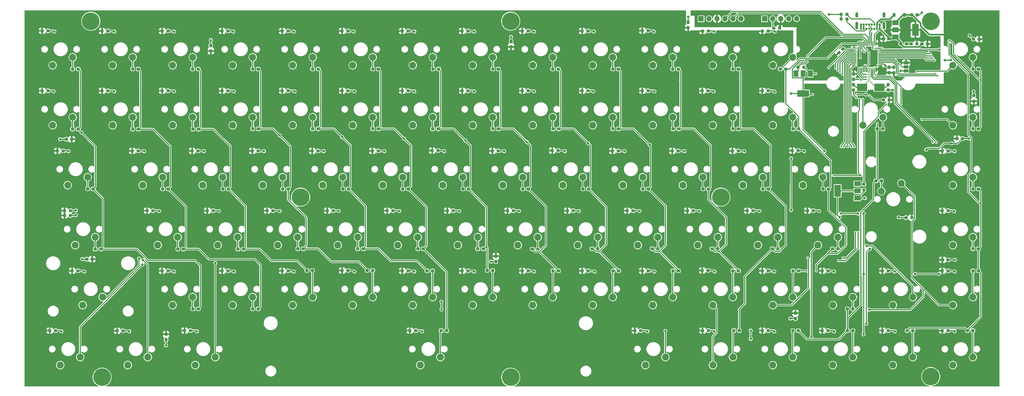
<source format=gbr>
%TF.GenerationSoftware,KiCad,Pcbnew,(5.1.9)-1*%
%TF.CreationDate,2021-03-14T17:48:20+01:00*%
%TF.ProjectId,mkb_01,6d6b625f-3031-42e6-9b69-6361645f7063,rev?*%
%TF.SameCoordinates,Original*%
%TF.FileFunction,Copper,L2,Bot*%
%TF.FilePolarity,Positive*%
%FSLAX46Y46*%
G04 Gerber Fmt 4.6, Leading zero omitted, Abs format (unit mm)*
G04 Created by KiCad (PCBNEW (5.1.9)-1) date 2021-03-14 17:48:20*
%MOMM*%
%LPD*%
G01*
G04 APERTURE LIST*
%TA.AperFunction,ComponentPad*%
%ADD10C,2.200000*%
%TD*%
%TA.AperFunction,SMDPad,CuDef*%
%ADD11R,0.900000X1.200000*%
%TD*%
%TA.AperFunction,SMDPad,CuDef*%
%ADD12R,1.500000X1.000000*%
%TD*%
%TA.AperFunction,ComponentPad*%
%ADD13R,1.700000X1.700000*%
%TD*%
%TA.AperFunction,ComponentPad*%
%ADD14O,1.700000X1.700000*%
%TD*%
%TA.AperFunction,SMDPad,CuDef*%
%ADD15R,2.000000X3.800000*%
%TD*%
%TA.AperFunction,SMDPad,CuDef*%
%ADD16R,2.000000X1.500000*%
%TD*%
%TA.AperFunction,SMDPad,CuDef*%
%ADD17R,1.500000X2.000000*%
%TD*%
%TA.AperFunction,SMDPad,CuDef*%
%ADD18R,3.800000X2.000000*%
%TD*%
%TA.AperFunction,ComponentPad*%
%ADD19C,0.700000*%
%TD*%
%TA.AperFunction,ComponentPad*%
%ADD20O,0.900000X2.400000*%
%TD*%
%TA.AperFunction,ComponentPad*%
%ADD21O,0.900000X1.700000*%
%TD*%
%TA.AperFunction,ComponentPad*%
%ADD22C,3.600000*%
%TD*%
%TA.AperFunction,ConnectorPad*%
%ADD23C,5.600000*%
%TD*%
%TA.AperFunction,SMDPad,CuDef*%
%ADD24R,3.325000X2.400000*%
%TD*%
%TA.AperFunction,ViaPad*%
%ADD25C,0.500000*%
%TD*%
%TA.AperFunction,ViaPad*%
%ADD26C,0.800000*%
%TD*%
%TA.AperFunction,Conductor*%
%ADD27C,0.300000*%
%TD*%
%TA.AperFunction,Conductor*%
%ADD28C,0.500000*%
%TD*%
%TA.AperFunction,Conductor*%
%ADD29C,0.200000*%
%TD*%
%TA.AperFunction,Conductor*%
%ADD30C,0.100000*%
%TD*%
G04 APERTURE END LIST*
%TO.P,C6,1*%
%TO.N,3V3*%
%TA.AperFunction,SMDPad,CuDef*%
G36*
G01*
X329437500Y-76600000D02*
X328962500Y-76600000D01*
G75*
G02*
X328725000Y-76362500I0J237500D01*
G01*
X328725000Y-75762500D01*
G75*
G02*
X328962500Y-75525000I237500J0D01*
G01*
X329437500Y-75525000D01*
G75*
G02*
X329675000Y-75762500I0J-237500D01*
G01*
X329675000Y-76362500D01*
G75*
G02*
X329437500Y-76600000I-237500J0D01*
G01*
G37*
%TD.AperFunction*%
%TO.P,C6,2*%
%TO.N,GND*%
%TA.AperFunction,SMDPad,CuDef*%
G36*
G01*
X329437500Y-74875000D02*
X328962500Y-74875000D01*
G75*
G02*
X328725000Y-74637500I0J237500D01*
G01*
X328725000Y-74037500D01*
G75*
G02*
X328962500Y-73800000I237500J0D01*
G01*
X329437500Y-73800000D01*
G75*
G02*
X329675000Y-74037500I0J-237500D01*
G01*
X329675000Y-74637500D01*
G75*
G02*
X329437500Y-74875000I-237500J0D01*
G01*
G37*
%TD.AperFunction*%
%TD*%
%TO.P,C3,1*%
%TO.N,3V3*%
%TA.AperFunction,SMDPad,CuDef*%
G36*
G01*
X327937500Y-76600000D02*
X327462500Y-76600000D01*
G75*
G02*
X327225000Y-76362500I0J237500D01*
G01*
X327225000Y-75762500D01*
G75*
G02*
X327462500Y-75525000I237500J0D01*
G01*
X327937500Y-75525000D01*
G75*
G02*
X328175000Y-75762500I0J-237500D01*
G01*
X328175000Y-76362500D01*
G75*
G02*
X327937500Y-76600000I-237500J0D01*
G01*
G37*
%TD.AperFunction*%
%TO.P,C3,2*%
%TO.N,GND*%
%TA.AperFunction,SMDPad,CuDef*%
G36*
G01*
X327937500Y-74875000D02*
X327462500Y-74875000D01*
G75*
G02*
X327225000Y-74637500I0J237500D01*
G01*
X327225000Y-74037500D01*
G75*
G02*
X327462500Y-73800000I237500J0D01*
G01*
X327937500Y-73800000D01*
G75*
G02*
X328175000Y-74037500I0J-237500D01*
G01*
X328175000Y-74637500D01*
G75*
G02*
X327937500Y-74875000I-237500J0D01*
G01*
G37*
%TD.AperFunction*%
%TD*%
D10*
%TO.P,F2,1*%
%TO.N,PA0*%
X100300000Y-73700000D03*
%TO.P,F2,2*%
%TO.N,Net-(D13-Pad2)*%
X106650000Y-71160000D03*
%TD*%
%TO.P,^1,1*%
%TO.N,PA1*%
X62200000Y-92750000D03*
%TO.P,^1,2*%
%TO.N,Net-(D4-Pad2)*%
X68550000Y-90210000D03*
%TD*%
%TO.P,A1,2*%
%TO.N,Net-(A1-Pad2)*%
X101900000Y-128310000D03*
%TO.P,A1,1*%
%TO.N,PA3*%
X95550000Y-130850000D03*
%TD*%
%TO.P,ALT1,1*%
%TO.N,GND*%
X107470000Y-168950000D03*
%TO.P,ALT1,2*%
%TO.N,PA15*%
X113820000Y-166410000D03*
%TD*%
%TO.P,ALTGR1,1*%
%TO.N,GND*%
X250350000Y-168950000D03*
%TO.P,ALTGR1,2*%
%TO.N,PA5*%
X256700000Y-166410000D03*
%TD*%
%TO.P,B1,1*%
%TO.N,PA4*%
X195545000Y-149900000D03*
%TO.P,B1,2*%
%TO.N,Net-(B1-Pad2)*%
X201895000Y-147360000D03*
%TD*%
%TO.P,BACKSLASH1,2*%
%TO.N,Net-(BACKSLASH1-Pad2)*%
X297150000Y-90210000D03*
%TO.P,BACKSLASH1,1*%
%TO.N,PA1*%
X290800000Y-92750000D03*
%TD*%
%TO.P,BACKSPACE1,1*%
%TO.N,PA1*%
X319375000Y-92750000D03*
%TO.P,BACKSPACE1,2*%
%TO.N,Net-(BACKSPACE1-Pad2)*%
X325725000Y-90210000D03*
%TD*%
%TO.P,C1,2*%
%TO.N,GND*%
%TA.AperFunction,SMDPad,CuDef*%
G36*
G01*
X336025000Y-57937500D02*
X336025000Y-57462500D01*
G75*
G02*
X336262500Y-57225000I237500J0D01*
G01*
X336862500Y-57225000D01*
G75*
G02*
X337100000Y-57462500I0J-237500D01*
G01*
X337100000Y-57937500D01*
G75*
G02*
X336862500Y-58175000I-237500J0D01*
G01*
X336262500Y-58175000D01*
G75*
G02*
X336025000Y-57937500I0J237500D01*
G01*
G37*
%TD.AperFunction*%
%TO.P,C1,1*%
%TO.N,5V*%
%TA.AperFunction,SMDPad,CuDef*%
G36*
G01*
X334300000Y-57937500D02*
X334300000Y-57462500D01*
G75*
G02*
X334537500Y-57225000I237500J0D01*
G01*
X335137500Y-57225000D01*
G75*
G02*
X335375000Y-57462500I0J-237500D01*
G01*
X335375000Y-57937500D01*
G75*
G02*
X335137500Y-58175000I-237500J0D01*
G01*
X334537500Y-58175000D01*
G75*
G02*
X334300000Y-57937500I0J237500D01*
G01*
G37*
%TD.AperFunction*%
%TD*%
%TO.P,C2,2*%
%TO.N,GND*%
%TA.AperFunction,SMDPad,CuDef*%
G36*
G01*
X316162500Y-77625000D02*
X316637500Y-77625000D01*
G75*
G02*
X316875000Y-77862500I0J-237500D01*
G01*
X316875000Y-78462500D01*
G75*
G02*
X316637500Y-78700000I-237500J0D01*
G01*
X316162500Y-78700000D01*
G75*
G02*
X315925000Y-78462500I0J237500D01*
G01*
X315925000Y-77862500D01*
G75*
G02*
X316162500Y-77625000I237500J0D01*
G01*
G37*
%TD.AperFunction*%
%TO.P,C2,1*%
%TO.N,3V3*%
%TA.AperFunction,SMDPad,CuDef*%
G36*
G01*
X316162500Y-75900000D02*
X316637500Y-75900000D01*
G75*
G02*
X316875000Y-76137500I0J-237500D01*
G01*
X316875000Y-76737500D01*
G75*
G02*
X316637500Y-76975000I-237500J0D01*
G01*
X316162500Y-76975000D01*
G75*
G02*
X315925000Y-76737500I0J237500D01*
G01*
X315925000Y-76137500D01*
G75*
G02*
X316162500Y-75900000I237500J0D01*
G01*
G37*
%TD.AperFunction*%
%TD*%
%TO.P,C4,1*%
%TO.N,3V3*%
%TA.AperFunction,SMDPad,CuDef*%
G36*
G01*
X340400000Y-66662500D02*
X340400000Y-67137500D01*
G75*
G02*
X340162500Y-67375000I-237500J0D01*
G01*
X339562500Y-67375000D01*
G75*
G02*
X339325000Y-67137500I0J237500D01*
G01*
X339325000Y-66662500D01*
G75*
G02*
X339562500Y-66425000I237500J0D01*
G01*
X340162500Y-66425000D01*
G75*
G02*
X340400000Y-66662500I0J-237500D01*
G01*
G37*
%TD.AperFunction*%
%TO.P,C4,2*%
%TO.N,GND*%
%TA.AperFunction,SMDPad,CuDef*%
G36*
G01*
X338675000Y-66662500D02*
X338675000Y-67137500D01*
G75*
G02*
X338437500Y-67375000I-237500J0D01*
G01*
X337837500Y-67375000D01*
G75*
G02*
X337600000Y-67137500I0J237500D01*
G01*
X337600000Y-66662500D01*
G75*
G02*
X337837500Y-66425000I237500J0D01*
G01*
X338437500Y-66425000D01*
G75*
G02*
X338675000Y-66662500I0J-237500D01*
G01*
G37*
%TD.AperFunction*%
%TD*%
%TO.P,C5,2*%
%TO.N,GND*%
%TA.AperFunction,SMDPad,CuDef*%
G36*
G01*
X312797748Y-69038128D02*
X312461872Y-68702252D01*
G75*
G02*
X312461872Y-68366376I167938J167938D01*
G01*
X312886136Y-67942112D01*
G75*
G02*
X313222012Y-67942112I167938J-167938D01*
G01*
X313557888Y-68277988D01*
G75*
G02*
X313557888Y-68613864I-167938J-167938D01*
G01*
X313133624Y-69038128D01*
G75*
G02*
X312797748Y-69038128I-167938J167938D01*
G01*
G37*
%TD.AperFunction*%
%TO.P,C5,1*%
%TO.N,3V3*%
%TA.AperFunction,SMDPad,CuDef*%
G36*
G01*
X311577988Y-70257888D02*
X311242112Y-69922012D01*
G75*
G02*
X311242112Y-69586136I167938J167938D01*
G01*
X311666376Y-69161872D01*
G75*
G02*
X312002252Y-69161872I167938J-167938D01*
G01*
X312338128Y-69497748D01*
G75*
G02*
X312338128Y-69833624I-167938J-167938D01*
G01*
X311913864Y-70257888D01*
G75*
G02*
X311577988Y-70257888I-167938J167938D01*
G01*
G37*
%TD.AperFunction*%
%TD*%
%TO.P,C7,1*%
%TO.N,3V3*%
%TA.AperFunction,SMDPad,CuDef*%
G36*
G01*
X325400000Y-65537500D02*
X325400000Y-65062500D01*
G75*
G02*
X325637500Y-64825000I237500J0D01*
G01*
X326237500Y-64825000D01*
G75*
G02*
X326475000Y-65062500I0J-237500D01*
G01*
X326475000Y-65537500D01*
G75*
G02*
X326237500Y-65775000I-237500J0D01*
G01*
X325637500Y-65775000D01*
G75*
G02*
X325400000Y-65537500I0J237500D01*
G01*
G37*
%TD.AperFunction*%
%TO.P,C7,2*%
%TO.N,GND*%
%TA.AperFunction,SMDPad,CuDef*%
G36*
G01*
X327125000Y-65537500D02*
X327125000Y-65062500D01*
G75*
G02*
X327362500Y-64825000I237500J0D01*
G01*
X327962500Y-64825000D01*
G75*
G02*
X328200000Y-65062500I0J-237500D01*
G01*
X328200000Y-65537500D01*
G75*
G02*
X327962500Y-65775000I-237500J0D01*
G01*
X327362500Y-65775000D01*
G75*
G02*
X327125000Y-65537500I0J237500D01*
G01*
G37*
%TD.AperFunction*%
%TD*%
%TO.P,C8,2*%
%TO.N,Net-(C8-Pad2)*%
X163795000Y-147360000D03*
%TO.P,C8,1*%
%TO.N,PA4*%
X157445000Y-149900000D03*
%TD*%
%TO.P,CAPS1,1*%
%TO.N,PA3*%
X69350000Y-130850000D03*
%TO.P,CAPS1,2*%
%TO.N,Net-(CAPS1-Pad2)*%
X75700000Y-128310000D03*
%TD*%
%TO.P,COMMA1,2*%
%TO.N,Net-(COMMA1-Pad2)*%
X259045000Y-147360000D03*
%TO.P,COMMA1,1*%
%TO.N,PA4*%
X252695000Y-149900000D03*
%TD*%
D11*
%TO.P,D1,1*%
%TO.N,5V*%
X332550000Y-57700000D03*
%TO.P,D1,2*%
%TO.N,Net-(D1-Pad2)*%
X329250000Y-57700000D03*
%TD*%
%TO.P,D2,1*%
%TO.N,GND*%
%TA.AperFunction,SMDPad,CuDef*%
G36*
G01*
X330900000Y-67137500D02*
X330900000Y-66662500D01*
G75*
G02*
X331137500Y-66425000I237500J0D01*
G01*
X331712500Y-66425000D01*
G75*
G02*
X331950000Y-66662500I0J-237500D01*
G01*
X331950000Y-67137500D01*
G75*
G02*
X331712500Y-67375000I-237500J0D01*
G01*
X331137500Y-67375000D01*
G75*
G02*
X330900000Y-67137500I0J237500D01*
G01*
G37*
%TD.AperFunction*%
%TO.P,D2,2*%
%TO.N,Net-(D2-Pad2)*%
%TA.AperFunction,SMDPad,CuDef*%
G36*
G01*
X332650000Y-67137500D02*
X332650000Y-66662500D01*
G75*
G02*
X332887500Y-66425000I237500J0D01*
G01*
X333462500Y-66425000D01*
G75*
G02*
X333700000Y-66662500I0J-237500D01*
G01*
X333700000Y-67137500D01*
G75*
G02*
X333462500Y-67375000I-237500J0D01*
G01*
X332887500Y-67375000D01*
G75*
G02*
X332650000Y-67137500I0J237500D01*
G01*
G37*
%TD.AperFunction*%
%TD*%
%TO.P,D3,1*%
%TO.N,PB0*%
%TA.AperFunction,SMDPad,CuDef*%
G36*
G01*
X70800000Y-74662500D02*
X70800000Y-75137500D01*
G75*
G02*
X70562500Y-75375000I-237500J0D01*
G01*
X69987500Y-75375000D01*
G75*
G02*
X69750000Y-75137500I0J237500D01*
G01*
X69750000Y-74662500D01*
G75*
G02*
X69987500Y-74425000I237500J0D01*
G01*
X70562500Y-74425000D01*
G75*
G02*
X70800000Y-74662500I0J-237500D01*
G01*
G37*
%TD.AperFunction*%
%TO.P,D3,2*%
%TO.N,Net-(D3-Pad2)*%
%TA.AperFunction,SMDPad,CuDef*%
G36*
G01*
X69050000Y-74662500D02*
X69050000Y-75137500D01*
G75*
G02*
X68812500Y-75375000I-237500J0D01*
G01*
X68237500Y-75375000D01*
G75*
G02*
X68000000Y-75137500I0J237500D01*
G01*
X68000000Y-74662500D01*
G75*
G02*
X68237500Y-74425000I237500J0D01*
G01*
X68812500Y-74425000D01*
G75*
G02*
X69050000Y-74662500I0J-237500D01*
G01*
G37*
%TD.AperFunction*%
%TD*%
%TO.P,D4,2*%
%TO.N,Net-(D4-Pad2)*%
%TA.AperFunction,SMDPad,CuDef*%
G36*
G01*
X69050000Y-93762500D02*
X69050000Y-94237500D01*
G75*
G02*
X68812500Y-94475000I-237500J0D01*
G01*
X68237500Y-94475000D01*
G75*
G02*
X68000000Y-94237500I0J237500D01*
G01*
X68000000Y-93762500D01*
G75*
G02*
X68237500Y-93525000I237500J0D01*
G01*
X68812500Y-93525000D01*
G75*
G02*
X69050000Y-93762500I0J-237500D01*
G01*
G37*
%TD.AperFunction*%
%TO.P,D4,1*%
%TO.N,PB0*%
%TA.AperFunction,SMDPad,CuDef*%
G36*
G01*
X70800000Y-93762500D02*
X70800000Y-94237500D01*
G75*
G02*
X70562500Y-94475000I-237500J0D01*
G01*
X69987500Y-94475000D01*
G75*
G02*
X69750000Y-94237500I0J237500D01*
G01*
X69750000Y-93762500D01*
G75*
G02*
X69987500Y-93525000I237500J0D01*
G01*
X70562500Y-93525000D01*
G75*
G02*
X70800000Y-93762500I0J-237500D01*
G01*
G37*
%TD.AperFunction*%
%TD*%
%TO.P,D5,1*%
%TO.N,PB0*%
%TA.AperFunction,SMDPad,CuDef*%
G36*
G01*
X75575000Y-112762500D02*
X75575000Y-113237500D01*
G75*
G02*
X75337500Y-113475000I-237500J0D01*
G01*
X74762500Y-113475000D01*
G75*
G02*
X74525000Y-113237500I0J237500D01*
G01*
X74525000Y-112762500D01*
G75*
G02*
X74762500Y-112525000I237500J0D01*
G01*
X75337500Y-112525000D01*
G75*
G02*
X75575000Y-112762500I0J-237500D01*
G01*
G37*
%TD.AperFunction*%
%TO.P,D5,2*%
%TO.N,Net-(D5-Pad2)*%
%TA.AperFunction,SMDPad,CuDef*%
G36*
G01*
X73825000Y-112762500D02*
X73825000Y-113237500D01*
G75*
G02*
X73587500Y-113475000I-237500J0D01*
G01*
X73012500Y-113475000D01*
G75*
G02*
X72775000Y-113237500I0J237500D01*
G01*
X72775000Y-112762500D01*
G75*
G02*
X73012500Y-112525000I237500J0D01*
G01*
X73587500Y-112525000D01*
G75*
G02*
X73825000Y-112762500I0J-237500D01*
G01*
G37*
%TD.AperFunction*%
%TD*%
%TO.P,D6,2*%
%TO.N,Net-(CAPS1-Pad2)*%
%TA.AperFunction,SMDPad,CuDef*%
G36*
G01*
X76250000Y-131862500D02*
X76250000Y-132337500D01*
G75*
G02*
X76012500Y-132575000I-237500J0D01*
G01*
X75437500Y-132575000D01*
G75*
G02*
X75200000Y-132337500I0J237500D01*
G01*
X75200000Y-131862500D01*
G75*
G02*
X75437500Y-131625000I237500J0D01*
G01*
X76012500Y-131625000D01*
G75*
G02*
X76250000Y-131862500I0J-237500D01*
G01*
G37*
%TD.AperFunction*%
%TO.P,D6,1*%
%TO.N,PB0*%
%TA.AperFunction,SMDPad,CuDef*%
G36*
G01*
X78000000Y-131862500D02*
X78000000Y-132337500D01*
G75*
G02*
X77762500Y-132575000I-237500J0D01*
G01*
X77187500Y-132575000D01*
G75*
G02*
X76950000Y-132337500I0J237500D01*
G01*
X76950000Y-131862500D01*
G75*
G02*
X77187500Y-131625000I237500J0D01*
G01*
X77762500Y-131625000D01*
G75*
G02*
X78000000Y-131862500I0J-237500D01*
G01*
G37*
%TD.AperFunction*%
%TD*%
%TO.P,D7,2*%
%TO.N,Net-(D7-Pad2)*%
%TA.AperFunction,SMDPad,CuDef*%
G36*
G01*
X107220000Y-150862500D02*
X107220000Y-151337500D01*
G75*
G02*
X106982500Y-151575000I-237500J0D01*
G01*
X106407500Y-151575000D01*
G75*
G02*
X106170000Y-151337500I0J237500D01*
G01*
X106170000Y-150862500D01*
G75*
G02*
X106407500Y-150625000I237500J0D01*
G01*
X106982500Y-150625000D01*
G75*
G02*
X107220000Y-150862500I0J-237500D01*
G01*
G37*
%TD.AperFunction*%
%TO.P,D7,1*%
%TO.N,PB0*%
%TA.AperFunction,SMDPad,CuDef*%
G36*
G01*
X108970000Y-150862500D02*
X108970000Y-151337500D01*
G75*
G02*
X108732500Y-151575000I-237500J0D01*
G01*
X108157500Y-151575000D01*
G75*
G02*
X107920000Y-151337500I0J237500D01*
G01*
X107920000Y-150862500D01*
G75*
G02*
X108157500Y-150625000I237500J0D01*
G01*
X108732500Y-150625000D01*
G75*
G02*
X108970000Y-150862500I0J-237500D01*
G01*
G37*
%TD.AperFunction*%
%TD*%
%TO.P,D8,2*%
%TO.N,Net-(D8-Pad2)*%
%TA.AperFunction,SMDPad,CuDef*%
G36*
G01*
X88150000Y-74662500D02*
X88150000Y-75137500D01*
G75*
G02*
X87912500Y-75375000I-237500J0D01*
G01*
X87337500Y-75375000D01*
G75*
G02*
X87100000Y-75137500I0J237500D01*
G01*
X87100000Y-74662500D01*
G75*
G02*
X87337500Y-74425000I237500J0D01*
G01*
X87912500Y-74425000D01*
G75*
G02*
X88150000Y-74662500I0J-237500D01*
G01*
G37*
%TD.AperFunction*%
%TO.P,D8,1*%
%TO.N,PB1*%
%TA.AperFunction,SMDPad,CuDef*%
G36*
G01*
X89900000Y-74662500D02*
X89900000Y-75137500D01*
G75*
G02*
X89662500Y-75375000I-237500J0D01*
G01*
X89087500Y-75375000D01*
G75*
G02*
X88850000Y-75137500I0J237500D01*
G01*
X88850000Y-74662500D01*
G75*
G02*
X89087500Y-74425000I237500J0D01*
G01*
X89662500Y-74425000D01*
G75*
G02*
X89900000Y-74662500I0J-237500D01*
G01*
G37*
%TD.AperFunction*%
%TD*%
%TO.P,D9,2*%
%TO.N,Net-(D9-Pad2)*%
%TA.AperFunction,SMDPad,CuDef*%
G36*
G01*
X88150000Y-93762500D02*
X88150000Y-94237500D01*
G75*
G02*
X87912500Y-94475000I-237500J0D01*
G01*
X87337500Y-94475000D01*
G75*
G02*
X87100000Y-94237500I0J237500D01*
G01*
X87100000Y-93762500D01*
G75*
G02*
X87337500Y-93525000I237500J0D01*
G01*
X87912500Y-93525000D01*
G75*
G02*
X88150000Y-93762500I0J-237500D01*
G01*
G37*
%TD.AperFunction*%
%TO.P,D9,1*%
%TO.N,PB1*%
%TA.AperFunction,SMDPad,CuDef*%
G36*
G01*
X89900000Y-93762500D02*
X89900000Y-94237500D01*
G75*
G02*
X89662500Y-94475000I-237500J0D01*
G01*
X89087500Y-94475000D01*
G75*
G02*
X88850000Y-94237500I0J237500D01*
G01*
X88850000Y-93762500D01*
G75*
G02*
X89087500Y-93525000I237500J0D01*
G01*
X89662500Y-93525000D01*
G75*
G02*
X89900000Y-93762500I0J-237500D01*
G01*
G37*
%TD.AperFunction*%
%TD*%
%TO.P,D10,2*%
%TO.N,Net-(D10-Pad2)*%
%TA.AperFunction,SMDPad,CuDef*%
G36*
G01*
X97650000Y-112762500D02*
X97650000Y-113237500D01*
G75*
G02*
X97412500Y-113475000I-237500J0D01*
G01*
X96837500Y-113475000D01*
G75*
G02*
X96600000Y-113237500I0J237500D01*
G01*
X96600000Y-112762500D01*
G75*
G02*
X96837500Y-112525000I237500J0D01*
G01*
X97412500Y-112525000D01*
G75*
G02*
X97650000Y-112762500I0J-237500D01*
G01*
G37*
%TD.AperFunction*%
%TO.P,D10,1*%
%TO.N,PB1*%
%TA.AperFunction,SMDPad,CuDef*%
G36*
G01*
X99400000Y-112762500D02*
X99400000Y-113237500D01*
G75*
G02*
X99162500Y-113475000I-237500J0D01*
G01*
X98587500Y-113475000D01*
G75*
G02*
X98350000Y-113237500I0J237500D01*
G01*
X98350000Y-112762500D01*
G75*
G02*
X98587500Y-112525000I237500J0D01*
G01*
X99162500Y-112525000D01*
G75*
G02*
X99400000Y-112762500I0J-237500D01*
G01*
G37*
%TD.AperFunction*%
%TD*%
%TO.P,D11,1*%
%TO.N,PB1*%
%TA.AperFunction,SMDPad,CuDef*%
G36*
G01*
X104200000Y-131862500D02*
X104200000Y-132337500D01*
G75*
G02*
X103962500Y-132575000I-237500J0D01*
G01*
X103387500Y-132575000D01*
G75*
G02*
X103150000Y-132337500I0J237500D01*
G01*
X103150000Y-131862500D01*
G75*
G02*
X103387500Y-131625000I237500J0D01*
G01*
X103962500Y-131625000D01*
G75*
G02*
X104200000Y-131862500I0J-237500D01*
G01*
G37*
%TD.AperFunction*%
%TO.P,D11,2*%
%TO.N,Net-(A1-Pad2)*%
%TA.AperFunction,SMDPad,CuDef*%
G36*
G01*
X102450000Y-131862500D02*
X102450000Y-132337500D01*
G75*
G02*
X102212500Y-132575000I-237500J0D01*
G01*
X101637500Y-132575000D01*
G75*
G02*
X101400000Y-132337500I0J237500D01*
G01*
X101400000Y-131862500D01*
G75*
G02*
X101637500Y-131625000I237500J0D01*
G01*
X102212500Y-131625000D01*
G75*
G02*
X102450000Y-131862500I0J-237500D01*
G01*
G37*
%TD.AperFunction*%
%TD*%
%TO.P,D12,1*%
%TO.N,PB1*%
%TA.AperFunction,SMDPad,CuDef*%
G36*
G01*
X127970000Y-150862500D02*
X127970000Y-151337500D01*
G75*
G02*
X127732500Y-151575000I-237500J0D01*
G01*
X127157500Y-151575000D01*
G75*
G02*
X126920000Y-151337500I0J237500D01*
G01*
X126920000Y-150862500D01*
G75*
G02*
X127157500Y-150625000I237500J0D01*
G01*
X127732500Y-150625000D01*
G75*
G02*
X127970000Y-150862500I0J-237500D01*
G01*
G37*
%TD.AperFunction*%
%TO.P,D12,2*%
%TO.N,Net-(D12-Pad2)*%
%TA.AperFunction,SMDPad,CuDef*%
G36*
G01*
X126220000Y-150862500D02*
X126220000Y-151337500D01*
G75*
G02*
X125982500Y-151575000I-237500J0D01*
G01*
X125407500Y-151575000D01*
G75*
G02*
X125170000Y-151337500I0J237500D01*
G01*
X125170000Y-150862500D01*
G75*
G02*
X125407500Y-150625000I237500J0D01*
G01*
X125982500Y-150625000D01*
G75*
G02*
X126220000Y-150862500I0J-237500D01*
G01*
G37*
%TD.AperFunction*%
%TD*%
%TO.P,D13,2*%
%TO.N,Net-(D13-Pad2)*%
%TA.AperFunction,SMDPad,CuDef*%
G36*
G01*
X107150000Y-74662500D02*
X107150000Y-75137500D01*
G75*
G02*
X106912500Y-75375000I-237500J0D01*
G01*
X106337500Y-75375000D01*
G75*
G02*
X106100000Y-75137500I0J237500D01*
G01*
X106100000Y-74662500D01*
G75*
G02*
X106337500Y-74425000I237500J0D01*
G01*
X106912500Y-74425000D01*
G75*
G02*
X107150000Y-74662500I0J-237500D01*
G01*
G37*
%TD.AperFunction*%
%TO.P,D13,1*%
%TO.N,PB2*%
%TA.AperFunction,SMDPad,CuDef*%
G36*
G01*
X108900000Y-74662500D02*
X108900000Y-75137500D01*
G75*
G02*
X108662500Y-75375000I-237500J0D01*
G01*
X108087500Y-75375000D01*
G75*
G02*
X107850000Y-75137500I0J237500D01*
G01*
X107850000Y-74662500D01*
G75*
G02*
X108087500Y-74425000I237500J0D01*
G01*
X108662500Y-74425000D01*
G75*
G02*
X108900000Y-74662500I0J-237500D01*
G01*
G37*
%TD.AperFunction*%
%TD*%
%TO.P,D14,1*%
%TO.N,PB2*%
%TA.AperFunction,SMDPad,CuDef*%
G36*
G01*
X109000000Y-93762500D02*
X109000000Y-94237500D01*
G75*
G02*
X108762500Y-94475000I-237500J0D01*
G01*
X108187500Y-94475000D01*
G75*
G02*
X107950000Y-94237500I0J237500D01*
G01*
X107950000Y-93762500D01*
G75*
G02*
X108187500Y-93525000I237500J0D01*
G01*
X108762500Y-93525000D01*
G75*
G02*
X109000000Y-93762500I0J-237500D01*
G01*
G37*
%TD.AperFunction*%
%TO.P,D14,2*%
%TO.N,Net-(D14-Pad2)*%
%TA.AperFunction,SMDPad,CuDef*%
G36*
G01*
X107250000Y-93762500D02*
X107250000Y-94237500D01*
G75*
G02*
X107012500Y-94475000I-237500J0D01*
G01*
X106437500Y-94475000D01*
G75*
G02*
X106200000Y-94237500I0J237500D01*
G01*
X106200000Y-93762500D01*
G75*
G02*
X106437500Y-93525000I237500J0D01*
G01*
X107012500Y-93525000D01*
G75*
G02*
X107250000Y-93762500I0J-237500D01*
G01*
G37*
%TD.AperFunction*%
%TD*%
%TO.P,D15,1*%
%TO.N,PB2*%
%TA.AperFunction,SMDPad,CuDef*%
G36*
G01*
X118500000Y-112762500D02*
X118500000Y-113237500D01*
G75*
G02*
X118262500Y-113475000I-237500J0D01*
G01*
X117687500Y-113475000D01*
G75*
G02*
X117450000Y-113237500I0J237500D01*
G01*
X117450000Y-112762500D01*
G75*
G02*
X117687500Y-112525000I237500J0D01*
G01*
X118262500Y-112525000D01*
G75*
G02*
X118500000Y-112762500I0J-237500D01*
G01*
G37*
%TD.AperFunction*%
%TO.P,D15,2*%
%TO.N,Net-(D15-Pad2)*%
%TA.AperFunction,SMDPad,CuDef*%
G36*
G01*
X116750000Y-112762500D02*
X116750000Y-113237500D01*
G75*
G02*
X116512500Y-113475000I-237500J0D01*
G01*
X115937500Y-113475000D01*
G75*
G02*
X115700000Y-113237500I0J237500D01*
G01*
X115700000Y-112762500D01*
G75*
G02*
X115937500Y-112525000I237500J0D01*
G01*
X116512500Y-112525000D01*
G75*
G02*
X116750000Y-112762500I0J-237500D01*
G01*
G37*
%TD.AperFunction*%
%TD*%
%TO.P,D16,2*%
%TO.N,Net-(D16-Pad2)*%
%TA.AperFunction,SMDPad,CuDef*%
G36*
G01*
X121550000Y-131862500D02*
X121550000Y-132337500D01*
G75*
G02*
X121312500Y-132575000I-237500J0D01*
G01*
X120737500Y-132575000D01*
G75*
G02*
X120500000Y-132337500I0J237500D01*
G01*
X120500000Y-131862500D01*
G75*
G02*
X120737500Y-131625000I237500J0D01*
G01*
X121312500Y-131625000D01*
G75*
G02*
X121550000Y-131862500I0J-237500D01*
G01*
G37*
%TD.AperFunction*%
%TO.P,D16,1*%
%TO.N,PB2*%
%TA.AperFunction,SMDPad,CuDef*%
G36*
G01*
X123300000Y-131862500D02*
X123300000Y-132337500D01*
G75*
G02*
X123062500Y-132575000I-237500J0D01*
G01*
X122487500Y-132575000D01*
G75*
G02*
X122250000Y-132337500I0J237500D01*
G01*
X122250000Y-131862500D01*
G75*
G02*
X122487500Y-131625000I237500J0D01*
G01*
X123062500Y-131625000D01*
G75*
G02*
X123300000Y-131862500I0J-237500D01*
G01*
G37*
%TD.AperFunction*%
%TD*%
%TO.P,D17,2*%
%TO.N,Net-(D17-Pad2)*%
%TA.AperFunction,SMDPad,CuDef*%
G36*
G01*
X144150000Y-139137500D02*
X144150000Y-138662500D01*
G75*
G02*
X144387500Y-138425000I237500J0D01*
G01*
X144962500Y-138425000D01*
G75*
G02*
X145200000Y-138662500I0J-237500D01*
G01*
X145200000Y-139137500D01*
G75*
G02*
X144962500Y-139375000I-237500J0D01*
G01*
X144387500Y-139375000D01*
G75*
G02*
X144150000Y-139137500I0J237500D01*
G01*
G37*
%TD.AperFunction*%
%TO.P,D17,1*%
%TO.N,PB2*%
%TA.AperFunction,SMDPad,CuDef*%
G36*
G01*
X142400000Y-139137500D02*
X142400000Y-138662500D01*
G75*
G02*
X142637500Y-138425000I237500J0D01*
G01*
X143212500Y-138425000D01*
G75*
G02*
X143450000Y-138662500I0J-237500D01*
G01*
X143450000Y-139137500D01*
G75*
G02*
X143212500Y-139375000I-237500J0D01*
G01*
X142637500Y-139375000D01*
G75*
G02*
X142400000Y-139137500I0J237500D01*
G01*
G37*
%TD.AperFunction*%
%TD*%
D10*
%TO.P,D18,1*%
%TO.N,PA3*%
X133650000Y-130850000D03*
%TO.P,D18,2*%
%TO.N,Net-(D18-Pad2)*%
X140000000Y-128310000D03*
%TD*%
%TO.P,D19,2*%
%TO.N,Net-(D19-Pad2)*%
%TA.AperFunction,SMDPad,CuDef*%
G36*
G01*
X126250000Y-74662500D02*
X126250000Y-75137500D01*
G75*
G02*
X126012500Y-75375000I-237500J0D01*
G01*
X125437500Y-75375000D01*
G75*
G02*
X125200000Y-75137500I0J237500D01*
G01*
X125200000Y-74662500D01*
G75*
G02*
X125437500Y-74425000I237500J0D01*
G01*
X126012500Y-74425000D01*
G75*
G02*
X126250000Y-74662500I0J-237500D01*
G01*
G37*
%TD.AperFunction*%
%TO.P,D19,1*%
%TO.N,PB3*%
%TA.AperFunction,SMDPad,CuDef*%
G36*
G01*
X128000000Y-74662500D02*
X128000000Y-75137500D01*
G75*
G02*
X127762500Y-75375000I-237500J0D01*
G01*
X127187500Y-75375000D01*
G75*
G02*
X126950000Y-75137500I0J237500D01*
G01*
X126950000Y-74662500D01*
G75*
G02*
X127187500Y-74425000I237500J0D01*
G01*
X127762500Y-74425000D01*
G75*
G02*
X128000000Y-74662500I0J-237500D01*
G01*
G37*
%TD.AperFunction*%
%TD*%
%TO.P,D20,1*%
%TO.N,PB3*%
%TA.AperFunction,SMDPad,CuDef*%
G36*
G01*
X128000000Y-93662500D02*
X128000000Y-94137500D01*
G75*
G02*
X127762500Y-94375000I-237500J0D01*
G01*
X127187500Y-94375000D01*
G75*
G02*
X126950000Y-94137500I0J237500D01*
G01*
X126950000Y-93662500D01*
G75*
G02*
X127187500Y-93425000I237500J0D01*
G01*
X127762500Y-93425000D01*
G75*
G02*
X128000000Y-93662500I0J-237500D01*
G01*
G37*
%TD.AperFunction*%
%TO.P,D20,2*%
%TO.N,Net-(D20-Pad2)*%
%TA.AperFunction,SMDPad,CuDef*%
G36*
G01*
X126250000Y-93662500D02*
X126250000Y-94137500D01*
G75*
G02*
X126012500Y-94375000I-237500J0D01*
G01*
X125437500Y-94375000D01*
G75*
G02*
X125200000Y-94137500I0J237500D01*
G01*
X125200000Y-93662500D01*
G75*
G02*
X125437500Y-93425000I237500J0D01*
G01*
X126012500Y-93425000D01*
G75*
G02*
X126250000Y-93662500I0J-237500D01*
G01*
G37*
%TD.AperFunction*%
%TD*%
%TO.P,D21,2*%
%TO.N,Net-(D21-Pad2)*%
%TA.AperFunction,SMDPad,CuDef*%
G36*
G01*
X135750000Y-112762500D02*
X135750000Y-113237500D01*
G75*
G02*
X135512500Y-113475000I-237500J0D01*
G01*
X134937500Y-113475000D01*
G75*
G02*
X134700000Y-113237500I0J237500D01*
G01*
X134700000Y-112762500D01*
G75*
G02*
X134937500Y-112525000I237500J0D01*
G01*
X135512500Y-112525000D01*
G75*
G02*
X135750000Y-112762500I0J-237500D01*
G01*
G37*
%TD.AperFunction*%
%TO.P,D21,1*%
%TO.N,PB3*%
%TA.AperFunction,SMDPad,CuDef*%
G36*
G01*
X137500000Y-112762500D02*
X137500000Y-113237500D01*
G75*
G02*
X137262500Y-113475000I-237500J0D01*
G01*
X136687500Y-113475000D01*
G75*
G02*
X136450000Y-113237500I0J237500D01*
G01*
X136450000Y-112762500D01*
G75*
G02*
X136687500Y-112525000I237500J0D01*
G01*
X137262500Y-112525000D01*
G75*
G02*
X137500000Y-112762500I0J-237500D01*
G01*
G37*
%TD.AperFunction*%
%TD*%
%TO.P,D22,2*%
%TO.N,Net-(D18-Pad2)*%
%TA.AperFunction,SMDPad,CuDef*%
G36*
G01*
X140550000Y-131762500D02*
X140550000Y-132237500D01*
G75*
G02*
X140312500Y-132475000I-237500J0D01*
G01*
X139737500Y-132475000D01*
G75*
G02*
X139500000Y-132237500I0J237500D01*
G01*
X139500000Y-131762500D01*
G75*
G02*
X139737500Y-131525000I237500J0D01*
G01*
X140312500Y-131525000D01*
G75*
G02*
X140550000Y-131762500I0J-237500D01*
G01*
G37*
%TD.AperFunction*%
%TO.P,D22,1*%
%TO.N,PB3*%
%TA.AperFunction,SMDPad,CuDef*%
G36*
G01*
X142300000Y-131762500D02*
X142300000Y-132237500D01*
G75*
G02*
X142062500Y-132475000I-237500J0D01*
G01*
X141487500Y-132475000D01*
G75*
G02*
X141250000Y-132237500I0J237500D01*
G01*
X141250000Y-131762500D01*
G75*
G02*
X141487500Y-131525000I237500J0D01*
G01*
X142062500Y-131525000D01*
G75*
G02*
X142300000Y-131762500I0J-237500D01*
G01*
G37*
%TD.AperFunction*%
%TD*%
%TO.P,D23,1*%
%TO.N,PB3*%
%TA.AperFunction,SMDPad,CuDef*%
G36*
G01*
X161500000Y-139137500D02*
X161500000Y-138662500D01*
G75*
G02*
X161737500Y-138425000I237500J0D01*
G01*
X162312500Y-138425000D01*
G75*
G02*
X162550000Y-138662500I0J-237500D01*
G01*
X162550000Y-139137500D01*
G75*
G02*
X162312500Y-139375000I-237500J0D01*
G01*
X161737500Y-139375000D01*
G75*
G02*
X161500000Y-139137500I0J237500D01*
G01*
G37*
%TD.AperFunction*%
%TO.P,D23,2*%
%TO.N,Net-(C8-Pad2)*%
%TA.AperFunction,SMDPad,CuDef*%
G36*
G01*
X163250000Y-139137500D02*
X163250000Y-138662500D01*
G75*
G02*
X163487500Y-138425000I237500J0D01*
G01*
X164062500Y-138425000D01*
G75*
G02*
X164300000Y-138662500I0J-237500D01*
G01*
X164300000Y-139137500D01*
G75*
G02*
X164062500Y-139375000I-237500J0D01*
G01*
X163487500Y-139375000D01*
G75*
G02*
X163250000Y-139137500I0J237500D01*
G01*
G37*
%TD.AperFunction*%
%TD*%
%TO.P,D24,2*%
%TO.N,Net-(D24-Pad2)*%
%TA.AperFunction,SMDPad,CuDef*%
G36*
G01*
X145250000Y-74662500D02*
X145250000Y-75137500D01*
G75*
G02*
X145012500Y-75375000I-237500J0D01*
G01*
X144437500Y-75375000D01*
G75*
G02*
X144200000Y-75137500I0J237500D01*
G01*
X144200000Y-74662500D01*
G75*
G02*
X144437500Y-74425000I237500J0D01*
G01*
X145012500Y-74425000D01*
G75*
G02*
X145250000Y-74662500I0J-237500D01*
G01*
G37*
%TD.AperFunction*%
%TO.P,D24,1*%
%TO.N,PB4*%
%TA.AperFunction,SMDPad,CuDef*%
G36*
G01*
X147000000Y-74662500D02*
X147000000Y-75137500D01*
G75*
G02*
X146762500Y-75375000I-237500J0D01*
G01*
X146187500Y-75375000D01*
G75*
G02*
X145950000Y-75137500I0J237500D01*
G01*
X145950000Y-74662500D01*
G75*
G02*
X146187500Y-74425000I237500J0D01*
G01*
X146762500Y-74425000D01*
G75*
G02*
X147000000Y-74662500I0J-237500D01*
G01*
G37*
%TD.AperFunction*%
%TD*%
%TO.P,D25,2*%
%TO.N,Net-(D25-Pad2)*%
%TA.AperFunction,SMDPad,CuDef*%
G36*
G01*
X145250000Y-93662500D02*
X145250000Y-94137500D01*
G75*
G02*
X145012500Y-94375000I-237500J0D01*
G01*
X144437500Y-94375000D01*
G75*
G02*
X144200000Y-94137500I0J237500D01*
G01*
X144200000Y-93662500D01*
G75*
G02*
X144437500Y-93425000I237500J0D01*
G01*
X145012500Y-93425000D01*
G75*
G02*
X145250000Y-93662500I0J-237500D01*
G01*
G37*
%TD.AperFunction*%
%TO.P,D25,1*%
%TO.N,PB4*%
%TA.AperFunction,SMDPad,CuDef*%
G36*
G01*
X147000000Y-93662500D02*
X147000000Y-94137500D01*
G75*
G02*
X146762500Y-94375000I-237500J0D01*
G01*
X146187500Y-94375000D01*
G75*
G02*
X145950000Y-94137500I0J237500D01*
G01*
X145950000Y-93662500D01*
G75*
G02*
X146187500Y-93425000I237500J0D01*
G01*
X146762500Y-93425000D01*
G75*
G02*
X147000000Y-93662500I0J-237500D01*
G01*
G37*
%TD.AperFunction*%
%TD*%
%TO.P,D26,1*%
%TO.N,PB4*%
%TA.AperFunction,SMDPad,CuDef*%
G36*
G01*
X156600000Y-112762500D02*
X156600000Y-113237500D01*
G75*
G02*
X156362500Y-113475000I-237500J0D01*
G01*
X155787500Y-113475000D01*
G75*
G02*
X155550000Y-113237500I0J237500D01*
G01*
X155550000Y-112762500D01*
G75*
G02*
X155787500Y-112525000I237500J0D01*
G01*
X156362500Y-112525000D01*
G75*
G02*
X156600000Y-112762500I0J-237500D01*
G01*
G37*
%TD.AperFunction*%
%TO.P,D26,2*%
%TO.N,Net-(D26-Pad2)*%
%TA.AperFunction,SMDPad,CuDef*%
G36*
G01*
X154850000Y-112762500D02*
X154850000Y-113237500D01*
G75*
G02*
X154612500Y-113475000I-237500J0D01*
G01*
X154037500Y-113475000D01*
G75*
G02*
X153800000Y-113237500I0J237500D01*
G01*
X153800000Y-112762500D01*
G75*
G02*
X154037500Y-112525000I237500J0D01*
G01*
X154612500Y-112525000D01*
G75*
G02*
X154850000Y-112762500I0J-237500D01*
G01*
G37*
%TD.AperFunction*%
%TD*%
%TO.P,D27,2*%
%TO.N,Net-(D27-Pad2)*%
%TA.AperFunction,SMDPad,CuDef*%
G36*
G01*
X159550000Y-131762500D02*
X159550000Y-132237500D01*
G75*
G02*
X159312500Y-132475000I-237500J0D01*
G01*
X158737500Y-132475000D01*
G75*
G02*
X158500000Y-132237500I0J237500D01*
G01*
X158500000Y-131762500D01*
G75*
G02*
X158737500Y-131525000I237500J0D01*
G01*
X159312500Y-131525000D01*
G75*
G02*
X159550000Y-131762500I0J-237500D01*
G01*
G37*
%TD.AperFunction*%
%TO.P,D27,1*%
%TO.N,PB4*%
%TA.AperFunction,SMDPad,CuDef*%
G36*
G01*
X161300000Y-131762500D02*
X161300000Y-132237500D01*
G75*
G02*
X161062500Y-132475000I-237500J0D01*
G01*
X160487500Y-132475000D01*
G75*
G02*
X160250000Y-132237500I0J237500D01*
G01*
X160250000Y-131762500D01*
G75*
G02*
X160487500Y-131525000I237500J0D01*
G01*
X161062500Y-131525000D01*
G75*
G02*
X161300000Y-131762500I0J-237500D01*
G01*
G37*
%TD.AperFunction*%
%TD*%
%TO.P,D28,2*%
%TO.N,Net-(D28-Pad2)*%
%TA.AperFunction,SMDPad,CuDef*%
G36*
G01*
X182250000Y-139237500D02*
X182250000Y-138762500D01*
G75*
G02*
X182487500Y-138525000I237500J0D01*
G01*
X183062500Y-138525000D01*
G75*
G02*
X183300000Y-138762500I0J-237500D01*
G01*
X183300000Y-139237500D01*
G75*
G02*
X183062500Y-139475000I-237500J0D01*
G01*
X182487500Y-139475000D01*
G75*
G02*
X182250000Y-139237500I0J237500D01*
G01*
G37*
%TD.AperFunction*%
%TO.P,D28,1*%
%TO.N,PB4*%
%TA.AperFunction,SMDPad,CuDef*%
G36*
G01*
X180500000Y-139237500D02*
X180500000Y-138762500D01*
G75*
G02*
X180737500Y-138525000I237500J0D01*
G01*
X181312500Y-138525000D01*
G75*
G02*
X181550000Y-138762500I0J-237500D01*
G01*
X181550000Y-139237500D01*
G75*
G02*
X181312500Y-139475000I-237500J0D01*
G01*
X180737500Y-139475000D01*
G75*
G02*
X180500000Y-139237500I0J237500D01*
G01*
G37*
%TD.AperFunction*%
%TD*%
%TO.P,D29,1*%
%TO.N,PB5*%
%TA.AperFunction,SMDPad,CuDef*%
G36*
G01*
X166100000Y-74662500D02*
X166100000Y-75137500D01*
G75*
G02*
X165862500Y-75375000I-237500J0D01*
G01*
X165287500Y-75375000D01*
G75*
G02*
X165050000Y-75137500I0J237500D01*
G01*
X165050000Y-74662500D01*
G75*
G02*
X165287500Y-74425000I237500J0D01*
G01*
X165862500Y-74425000D01*
G75*
G02*
X166100000Y-74662500I0J-237500D01*
G01*
G37*
%TD.AperFunction*%
%TO.P,D29,2*%
%TO.N,Net-(D29-Pad2)*%
%TA.AperFunction,SMDPad,CuDef*%
G36*
G01*
X164350000Y-74662500D02*
X164350000Y-75137500D01*
G75*
G02*
X164112500Y-75375000I-237500J0D01*
G01*
X163537500Y-75375000D01*
G75*
G02*
X163300000Y-75137500I0J237500D01*
G01*
X163300000Y-74662500D01*
G75*
G02*
X163537500Y-74425000I237500J0D01*
G01*
X164112500Y-74425000D01*
G75*
G02*
X164350000Y-74662500I0J-237500D01*
G01*
G37*
%TD.AperFunction*%
%TD*%
%TO.P,D30,1*%
%TO.N,PB5*%
%TA.AperFunction,SMDPad,CuDef*%
G36*
G01*
X166100000Y-93662500D02*
X166100000Y-94137500D01*
G75*
G02*
X165862500Y-94375000I-237500J0D01*
G01*
X165287500Y-94375000D01*
G75*
G02*
X165050000Y-94137500I0J237500D01*
G01*
X165050000Y-93662500D01*
G75*
G02*
X165287500Y-93425000I237500J0D01*
G01*
X165862500Y-93425000D01*
G75*
G02*
X166100000Y-93662500I0J-237500D01*
G01*
G37*
%TD.AperFunction*%
%TO.P,D30,2*%
%TO.N,Net-(D30-Pad2)*%
%TA.AperFunction,SMDPad,CuDef*%
G36*
G01*
X164350000Y-93662500D02*
X164350000Y-94137500D01*
G75*
G02*
X164112500Y-94375000I-237500J0D01*
G01*
X163537500Y-94375000D01*
G75*
G02*
X163300000Y-94137500I0J237500D01*
G01*
X163300000Y-93662500D01*
G75*
G02*
X163537500Y-93425000I237500J0D01*
G01*
X164112500Y-93425000D01*
G75*
G02*
X164350000Y-93662500I0J-237500D01*
G01*
G37*
%TD.AperFunction*%
%TD*%
%TO.P,D31,2*%
%TO.N,Net-(D31-Pad2)*%
%TA.AperFunction,SMDPad,CuDef*%
G36*
G01*
X173850000Y-112762500D02*
X173850000Y-113237500D01*
G75*
G02*
X173612500Y-113475000I-237500J0D01*
G01*
X173037500Y-113475000D01*
G75*
G02*
X172800000Y-113237500I0J237500D01*
G01*
X172800000Y-112762500D01*
G75*
G02*
X173037500Y-112525000I237500J0D01*
G01*
X173612500Y-112525000D01*
G75*
G02*
X173850000Y-112762500I0J-237500D01*
G01*
G37*
%TD.AperFunction*%
%TO.P,D31,1*%
%TO.N,PB5*%
%TA.AperFunction,SMDPad,CuDef*%
G36*
G01*
X175600000Y-112762500D02*
X175600000Y-113237500D01*
G75*
G02*
X175362500Y-113475000I-237500J0D01*
G01*
X174787500Y-113475000D01*
G75*
G02*
X174550000Y-113237500I0J237500D01*
G01*
X174550000Y-112762500D01*
G75*
G02*
X174787500Y-112525000I237500J0D01*
G01*
X175362500Y-112525000D01*
G75*
G02*
X175600000Y-112762500I0J-237500D01*
G01*
G37*
%TD.AperFunction*%
%TD*%
%TO.P,D32,1*%
%TO.N,PB5*%
%TA.AperFunction,SMDPad,CuDef*%
G36*
G01*
X180400000Y-131762500D02*
X180400000Y-132237500D01*
G75*
G02*
X180162500Y-132475000I-237500J0D01*
G01*
X179587500Y-132475000D01*
G75*
G02*
X179350000Y-132237500I0J237500D01*
G01*
X179350000Y-131762500D01*
G75*
G02*
X179587500Y-131525000I237500J0D01*
G01*
X180162500Y-131525000D01*
G75*
G02*
X180400000Y-131762500I0J-237500D01*
G01*
G37*
%TD.AperFunction*%
%TO.P,D32,2*%
%TO.N,Net-(D32-Pad2)*%
%TA.AperFunction,SMDPad,CuDef*%
G36*
G01*
X178650000Y-131762500D02*
X178650000Y-132237500D01*
G75*
G02*
X178412500Y-132475000I-237500J0D01*
G01*
X177837500Y-132475000D01*
G75*
G02*
X177600000Y-132237500I0J237500D01*
G01*
X177600000Y-131762500D01*
G75*
G02*
X177837500Y-131525000I237500J0D01*
G01*
X178412500Y-131525000D01*
G75*
G02*
X178650000Y-131762500I0J-237500D01*
G01*
G37*
%TD.AperFunction*%
%TD*%
%TO.P,D33,1*%
%TO.N,PB6*%
%TA.AperFunction,SMDPad,CuDef*%
G36*
G01*
X199600000Y-139137500D02*
X199600000Y-138662500D01*
G75*
G02*
X199837500Y-138425000I237500J0D01*
G01*
X200412500Y-138425000D01*
G75*
G02*
X200650000Y-138662500I0J-237500D01*
G01*
X200650000Y-139137500D01*
G75*
G02*
X200412500Y-139375000I-237500J0D01*
G01*
X199837500Y-139375000D01*
G75*
G02*
X199600000Y-139137500I0J237500D01*
G01*
G37*
%TD.AperFunction*%
%TO.P,D33,2*%
%TO.N,Net-(B1-Pad2)*%
%TA.AperFunction,SMDPad,CuDef*%
G36*
G01*
X201350000Y-139137500D02*
X201350000Y-138662500D01*
G75*
G02*
X201587500Y-138425000I237500J0D01*
G01*
X202162500Y-138425000D01*
G75*
G02*
X202400000Y-138662500I0J-237500D01*
G01*
X202400000Y-139137500D01*
G75*
G02*
X202162500Y-139375000I-237500J0D01*
G01*
X201587500Y-139375000D01*
G75*
G02*
X201350000Y-139137500I0J237500D01*
G01*
G37*
%TD.AperFunction*%
%TD*%
%TO.P,D34,2*%
%TO.N,Net-(D34-Pad2)*%
%TA.AperFunction,SMDPad,CuDef*%
G36*
G01*
X183450000Y-74662500D02*
X183450000Y-75137500D01*
G75*
G02*
X183212500Y-75375000I-237500J0D01*
G01*
X182637500Y-75375000D01*
G75*
G02*
X182400000Y-75137500I0J237500D01*
G01*
X182400000Y-74662500D01*
G75*
G02*
X182637500Y-74425000I237500J0D01*
G01*
X183212500Y-74425000D01*
G75*
G02*
X183450000Y-74662500I0J-237500D01*
G01*
G37*
%TD.AperFunction*%
%TO.P,D34,1*%
%TO.N,PB6*%
%TA.AperFunction,SMDPad,CuDef*%
G36*
G01*
X185200000Y-74662500D02*
X185200000Y-75137500D01*
G75*
G02*
X184962500Y-75375000I-237500J0D01*
G01*
X184387500Y-75375000D01*
G75*
G02*
X184150000Y-75137500I0J237500D01*
G01*
X184150000Y-74662500D01*
G75*
G02*
X184387500Y-74425000I237500J0D01*
G01*
X184962500Y-74425000D01*
G75*
G02*
X185200000Y-74662500I0J-237500D01*
G01*
G37*
%TD.AperFunction*%
%TD*%
%TO.P,D35,1*%
%TO.N,PB6*%
%TA.AperFunction,SMDPad,CuDef*%
G36*
G01*
X185100000Y-93662500D02*
X185100000Y-94137500D01*
G75*
G02*
X184862500Y-94375000I-237500J0D01*
G01*
X184287500Y-94375000D01*
G75*
G02*
X184050000Y-94137500I0J237500D01*
G01*
X184050000Y-93662500D01*
G75*
G02*
X184287500Y-93425000I237500J0D01*
G01*
X184862500Y-93425000D01*
G75*
G02*
X185100000Y-93662500I0J-237500D01*
G01*
G37*
%TD.AperFunction*%
%TO.P,D35,2*%
%TO.N,Net-(D35-Pad2)*%
%TA.AperFunction,SMDPad,CuDef*%
G36*
G01*
X183350000Y-93662500D02*
X183350000Y-94137500D01*
G75*
G02*
X183112500Y-94375000I-237500J0D01*
G01*
X182537500Y-94375000D01*
G75*
G02*
X182300000Y-94137500I0J237500D01*
G01*
X182300000Y-93662500D01*
G75*
G02*
X182537500Y-93425000I237500J0D01*
G01*
X183112500Y-93425000D01*
G75*
G02*
X183350000Y-93662500I0J-237500D01*
G01*
G37*
%TD.AperFunction*%
%TD*%
%TO.P,D36,1*%
%TO.N,PB6*%
%TA.AperFunction,SMDPad,CuDef*%
G36*
G01*
X194700000Y-112762500D02*
X194700000Y-113237500D01*
G75*
G02*
X194462500Y-113475000I-237500J0D01*
G01*
X193887500Y-113475000D01*
G75*
G02*
X193650000Y-113237500I0J237500D01*
G01*
X193650000Y-112762500D01*
G75*
G02*
X193887500Y-112525000I237500J0D01*
G01*
X194462500Y-112525000D01*
G75*
G02*
X194700000Y-112762500I0J-237500D01*
G01*
G37*
%TD.AperFunction*%
%TO.P,D36,2*%
%TO.N,Net-(D36-Pad2)*%
%TA.AperFunction,SMDPad,CuDef*%
G36*
G01*
X192950000Y-112762500D02*
X192950000Y-113237500D01*
G75*
G02*
X192712500Y-113475000I-237500J0D01*
G01*
X192137500Y-113475000D01*
G75*
G02*
X191900000Y-113237500I0J237500D01*
G01*
X191900000Y-112762500D01*
G75*
G02*
X192137500Y-112525000I237500J0D01*
G01*
X192712500Y-112525000D01*
G75*
G02*
X192950000Y-112762500I0J-237500D01*
G01*
G37*
%TD.AperFunction*%
%TD*%
%TO.P,D37,2*%
%TO.N,Net-(D37-Pad2)*%
%TA.AperFunction,SMDPad,CuDef*%
G36*
G01*
X197650000Y-131762500D02*
X197650000Y-132237500D01*
G75*
G02*
X197412500Y-132475000I-237500J0D01*
G01*
X196837500Y-132475000D01*
G75*
G02*
X196600000Y-132237500I0J237500D01*
G01*
X196600000Y-131762500D01*
G75*
G02*
X196837500Y-131525000I237500J0D01*
G01*
X197412500Y-131525000D01*
G75*
G02*
X197650000Y-131762500I0J-237500D01*
G01*
G37*
%TD.AperFunction*%
%TO.P,D37,1*%
%TO.N,PB6*%
%TA.AperFunction,SMDPad,CuDef*%
G36*
G01*
X199400000Y-131762500D02*
X199400000Y-132237500D01*
G75*
G02*
X199162500Y-132475000I-237500J0D01*
G01*
X198587500Y-132475000D01*
G75*
G02*
X198350000Y-132237500I0J237500D01*
G01*
X198350000Y-131762500D01*
G75*
G02*
X198587500Y-131525000I237500J0D01*
G01*
X199162500Y-131525000D01*
G75*
G02*
X199400000Y-131762500I0J-237500D01*
G01*
G37*
%TD.AperFunction*%
%TD*%
%TO.P,D38,2*%
%TO.N,Net-(D38-Pad2)*%
%TA.AperFunction,SMDPad,CuDef*%
G36*
G01*
X186040000Y-157762500D02*
X186040000Y-158237500D01*
G75*
G02*
X185802500Y-158475000I-237500J0D01*
G01*
X185227500Y-158475000D01*
G75*
G02*
X184990000Y-158237500I0J237500D01*
G01*
X184990000Y-157762500D01*
G75*
G02*
X185227500Y-157525000I237500J0D01*
G01*
X185802500Y-157525000D01*
G75*
G02*
X186040000Y-157762500I0J-237500D01*
G01*
G37*
%TD.AperFunction*%
%TO.P,D38,1*%
%TO.N,PB5*%
%TA.AperFunction,SMDPad,CuDef*%
G36*
G01*
X187790000Y-157762500D02*
X187790000Y-158237500D01*
G75*
G02*
X187552500Y-158475000I-237500J0D01*
G01*
X186977500Y-158475000D01*
G75*
G02*
X186740000Y-158237500I0J237500D01*
G01*
X186740000Y-157762500D01*
G75*
G02*
X186977500Y-157525000I237500J0D01*
G01*
X187552500Y-157525000D01*
G75*
G02*
X187790000Y-157762500I0J-237500D01*
G01*
G37*
%TD.AperFunction*%
%TD*%
%TO.P,D39,2*%
%TO.N,Net-(D39-Pad2)*%
%TA.AperFunction,SMDPad,CuDef*%
G36*
G01*
X202450000Y-74662500D02*
X202450000Y-75137500D01*
G75*
G02*
X202212500Y-75375000I-237500J0D01*
G01*
X201637500Y-75375000D01*
G75*
G02*
X201400000Y-75137500I0J237500D01*
G01*
X201400000Y-74662500D01*
G75*
G02*
X201637500Y-74425000I237500J0D01*
G01*
X202212500Y-74425000D01*
G75*
G02*
X202450000Y-74662500I0J-237500D01*
G01*
G37*
%TD.AperFunction*%
%TO.P,D39,1*%
%TO.N,PB7*%
%TA.AperFunction,SMDPad,CuDef*%
G36*
G01*
X204200000Y-74662500D02*
X204200000Y-75137500D01*
G75*
G02*
X203962500Y-75375000I-237500J0D01*
G01*
X203387500Y-75375000D01*
G75*
G02*
X203150000Y-75137500I0J237500D01*
G01*
X203150000Y-74662500D01*
G75*
G02*
X203387500Y-74425000I237500J0D01*
G01*
X203962500Y-74425000D01*
G75*
G02*
X204200000Y-74662500I0J-237500D01*
G01*
G37*
%TD.AperFunction*%
%TD*%
%TO.P,D40,1*%
%TO.N,PB7*%
%TA.AperFunction,SMDPad,CuDef*%
G36*
G01*
X204200000Y-93662500D02*
X204200000Y-94137500D01*
G75*
G02*
X203962500Y-94375000I-237500J0D01*
G01*
X203387500Y-94375000D01*
G75*
G02*
X203150000Y-94137500I0J237500D01*
G01*
X203150000Y-93662500D01*
G75*
G02*
X203387500Y-93425000I237500J0D01*
G01*
X203962500Y-93425000D01*
G75*
G02*
X204200000Y-93662500I0J-237500D01*
G01*
G37*
%TD.AperFunction*%
%TO.P,D40,2*%
%TO.N,Net-(D40-Pad2)*%
%TA.AperFunction,SMDPad,CuDef*%
G36*
G01*
X202450000Y-93662500D02*
X202450000Y-94137500D01*
G75*
G02*
X202212500Y-94375000I-237500J0D01*
G01*
X201637500Y-94375000D01*
G75*
G02*
X201400000Y-94137500I0J237500D01*
G01*
X201400000Y-93662500D01*
G75*
G02*
X201637500Y-93425000I237500J0D01*
G01*
X202212500Y-93425000D01*
G75*
G02*
X202450000Y-93662500I0J-237500D01*
G01*
G37*
%TD.AperFunction*%
%TD*%
%TO.P,D41,2*%
%TO.N,Net-(D41-Pad2)*%
%TA.AperFunction,SMDPad,CuDef*%
G36*
G01*
X211950000Y-112762500D02*
X211950000Y-113237500D01*
G75*
G02*
X211712500Y-113475000I-237500J0D01*
G01*
X211137500Y-113475000D01*
G75*
G02*
X210900000Y-113237500I0J237500D01*
G01*
X210900000Y-112762500D01*
G75*
G02*
X211137500Y-112525000I237500J0D01*
G01*
X211712500Y-112525000D01*
G75*
G02*
X211950000Y-112762500I0J-237500D01*
G01*
G37*
%TD.AperFunction*%
%TO.P,D41,1*%
%TO.N,PB7*%
%TA.AperFunction,SMDPad,CuDef*%
G36*
G01*
X213700000Y-112762500D02*
X213700000Y-113237500D01*
G75*
G02*
X213462500Y-113475000I-237500J0D01*
G01*
X212887500Y-113475000D01*
G75*
G02*
X212650000Y-113237500I0J237500D01*
G01*
X212650000Y-112762500D01*
G75*
G02*
X212887500Y-112525000I237500J0D01*
G01*
X213462500Y-112525000D01*
G75*
G02*
X213700000Y-112762500I0J-237500D01*
G01*
G37*
%TD.AperFunction*%
%TD*%
%TO.P,D42,1*%
%TO.N,PB7*%
%TA.AperFunction,SMDPad,CuDef*%
G36*
G01*
X213900000Y-132337500D02*
X213900000Y-131862500D01*
G75*
G02*
X214137500Y-131625000I237500J0D01*
G01*
X214712500Y-131625000D01*
G75*
G02*
X214950000Y-131862500I0J-237500D01*
G01*
X214950000Y-132337500D01*
G75*
G02*
X214712500Y-132575000I-237500J0D01*
G01*
X214137500Y-132575000D01*
G75*
G02*
X213900000Y-132337500I0J237500D01*
G01*
G37*
%TD.AperFunction*%
%TO.P,D42,2*%
%TO.N,Net-(D42-Pad2)*%
%TA.AperFunction,SMDPad,CuDef*%
G36*
G01*
X215650000Y-132337500D02*
X215650000Y-131862500D01*
G75*
G02*
X215887500Y-131625000I237500J0D01*
G01*
X216462500Y-131625000D01*
G75*
G02*
X216700000Y-131862500I0J-237500D01*
G01*
X216700000Y-132337500D01*
G75*
G02*
X216462500Y-132575000I-237500J0D01*
G01*
X215887500Y-132575000D01*
G75*
G02*
X215650000Y-132337500I0J237500D01*
G01*
G37*
%TD.AperFunction*%
%TD*%
%TO.P,D43,1*%
%TO.N,PB7*%
%TA.AperFunction,SMDPad,CuDef*%
G36*
G01*
X223270000Y-138762500D02*
X223270000Y-139237500D01*
G75*
G02*
X223032500Y-139475000I-237500J0D01*
G01*
X222457500Y-139475000D01*
G75*
G02*
X222220000Y-139237500I0J237500D01*
G01*
X222220000Y-138762500D01*
G75*
G02*
X222457500Y-138525000I237500J0D01*
G01*
X223032500Y-138525000D01*
G75*
G02*
X223270000Y-138762500I0J-237500D01*
G01*
G37*
%TD.AperFunction*%
%TO.P,D43,2*%
%TO.N,Net-(D43-Pad2)*%
%TA.AperFunction,SMDPad,CuDef*%
G36*
G01*
X221520000Y-138762500D02*
X221520000Y-139237500D01*
G75*
G02*
X221282500Y-139475000I-237500J0D01*
G01*
X220707500Y-139475000D01*
G75*
G02*
X220470000Y-139237500I0J237500D01*
G01*
X220470000Y-138762500D01*
G75*
G02*
X220707500Y-138525000I237500J0D01*
G01*
X221282500Y-138525000D01*
G75*
G02*
X221520000Y-138762500I0J-237500D01*
G01*
G37*
%TD.AperFunction*%
%TD*%
%TO.P,D44,1*%
%TO.N,PB8*%
%TA.AperFunction,SMDPad,CuDef*%
G36*
G01*
X223200000Y-74662500D02*
X223200000Y-75137500D01*
G75*
G02*
X222962500Y-75375000I-237500J0D01*
G01*
X222387500Y-75375000D01*
G75*
G02*
X222150000Y-75137500I0J237500D01*
G01*
X222150000Y-74662500D01*
G75*
G02*
X222387500Y-74425000I237500J0D01*
G01*
X222962500Y-74425000D01*
G75*
G02*
X223200000Y-74662500I0J-237500D01*
G01*
G37*
%TD.AperFunction*%
%TO.P,D44,2*%
%TO.N,Net-(D44-Pad2)*%
%TA.AperFunction,SMDPad,CuDef*%
G36*
G01*
X221450000Y-74662500D02*
X221450000Y-75137500D01*
G75*
G02*
X221212500Y-75375000I-237500J0D01*
G01*
X220637500Y-75375000D01*
G75*
G02*
X220400000Y-75137500I0J237500D01*
G01*
X220400000Y-74662500D01*
G75*
G02*
X220637500Y-74425000I237500J0D01*
G01*
X221212500Y-74425000D01*
G75*
G02*
X221450000Y-74662500I0J-237500D01*
G01*
G37*
%TD.AperFunction*%
%TD*%
%TO.P,D45,2*%
%TO.N,Net-(D45-Pad2)*%
%TA.AperFunction,SMDPad,CuDef*%
G36*
G01*
X221550000Y-93662500D02*
X221550000Y-94137500D01*
G75*
G02*
X221312500Y-94375000I-237500J0D01*
G01*
X220737500Y-94375000D01*
G75*
G02*
X220500000Y-94137500I0J237500D01*
G01*
X220500000Y-93662500D01*
G75*
G02*
X220737500Y-93425000I237500J0D01*
G01*
X221312500Y-93425000D01*
G75*
G02*
X221550000Y-93662500I0J-237500D01*
G01*
G37*
%TD.AperFunction*%
%TO.P,D45,1*%
%TO.N,PB8*%
%TA.AperFunction,SMDPad,CuDef*%
G36*
G01*
X223300000Y-93662500D02*
X223300000Y-94137500D01*
G75*
G02*
X223062500Y-94375000I-237500J0D01*
G01*
X222487500Y-94375000D01*
G75*
G02*
X222250000Y-94137500I0J237500D01*
G01*
X222250000Y-93662500D01*
G75*
G02*
X222487500Y-93425000I237500J0D01*
G01*
X223062500Y-93425000D01*
G75*
G02*
X223300000Y-93662500I0J-237500D01*
G01*
G37*
%TD.AperFunction*%
%TD*%
%TO.P,D46,1*%
%TO.N,PB8*%
%TA.AperFunction,SMDPad,CuDef*%
G36*
G01*
X232800000Y-112762500D02*
X232800000Y-113237500D01*
G75*
G02*
X232562500Y-113475000I-237500J0D01*
G01*
X231987500Y-113475000D01*
G75*
G02*
X231750000Y-113237500I0J237500D01*
G01*
X231750000Y-112762500D01*
G75*
G02*
X231987500Y-112525000I237500J0D01*
G01*
X232562500Y-112525000D01*
G75*
G02*
X232800000Y-112762500I0J-237500D01*
G01*
G37*
%TD.AperFunction*%
%TO.P,D46,2*%
%TO.N,Net-(D46-Pad2)*%
%TA.AperFunction,SMDPad,CuDef*%
G36*
G01*
X231050000Y-112762500D02*
X231050000Y-113237500D01*
G75*
G02*
X230812500Y-113475000I-237500J0D01*
G01*
X230237500Y-113475000D01*
G75*
G02*
X230000000Y-113237500I0J237500D01*
G01*
X230000000Y-112762500D01*
G75*
G02*
X230237500Y-112525000I237500J0D01*
G01*
X230812500Y-112525000D01*
G75*
G02*
X231050000Y-112762500I0J-237500D01*
G01*
G37*
%TD.AperFunction*%
%TD*%
%TO.P,D47,2*%
%TO.N,Net-(D47-Pad2)*%
%TA.AperFunction,SMDPad,CuDef*%
G36*
G01*
X234650000Y-132237500D02*
X234650000Y-131762500D01*
G75*
G02*
X234887500Y-131525000I237500J0D01*
G01*
X235462500Y-131525000D01*
G75*
G02*
X235700000Y-131762500I0J-237500D01*
G01*
X235700000Y-132237500D01*
G75*
G02*
X235462500Y-132475000I-237500J0D01*
G01*
X234887500Y-132475000D01*
G75*
G02*
X234650000Y-132237500I0J237500D01*
G01*
G37*
%TD.AperFunction*%
%TO.P,D47,1*%
%TO.N,PB8*%
%TA.AperFunction,SMDPad,CuDef*%
G36*
G01*
X232900000Y-132237500D02*
X232900000Y-131762500D01*
G75*
G02*
X233137500Y-131525000I237500J0D01*
G01*
X233712500Y-131525000D01*
G75*
G02*
X233950000Y-131762500I0J-237500D01*
G01*
X233950000Y-132237500D01*
G75*
G02*
X233712500Y-132475000I-237500J0D01*
G01*
X233137500Y-132475000D01*
G75*
G02*
X232900000Y-132237500I0J237500D01*
G01*
G37*
%TD.AperFunction*%
%TD*%
%TO.P,D48,2*%
%TO.N,Net-(D48-Pad2)*%
%TA.AperFunction,SMDPad,CuDef*%
G36*
G01*
X240620000Y-138762500D02*
X240620000Y-139237500D01*
G75*
G02*
X240382500Y-139475000I-237500J0D01*
G01*
X239807500Y-139475000D01*
G75*
G02*
X239570000Y-139237500I0J237500D01*
G01*
X239570000Y-138762500D01*
G75*
G02*
X239807500Y-138525000I237500J0D01*
G01*
X240382500Y-138525000D01*
G75*
G02*
X240620000Y-138762500I0J-237500D01*
G01*
G37*
%TD.AperFunction*%
%TO.P,D48,1*%
%TO.N,PB8*%
%TA.AperFunction,SMDPad,CuDef*%
G36*
G01*
X242370000Y-138762500D02*
X242370000Y-139237500D01*
G75*
G02*
X242132500Y-139475000I-237500J0D01*
G01*
X241557500Y-139475000D01*
G75*
G02*
X241320000Y-139237500I0J237500D01*
G01*
X241320000Y-138762500D01*
G75*
G02*
X241557500Y-138525000I237500J0D01*
G01*
X242132500Y-138525000D01*
G75*
G02*
X242370000Y-138762500I0J-237500D01*
G01*
G37*
%TD.AperFunction*%
%TD*%
%TO.P,D49,1*%
%TO.N,PB9*%
%TA.AperFunction,SMDPad,CuDef*%
G36*
G01*
X242300000Y-74662500D02*
X242300000Y-75137500D01*
G75*
G02*
X242062500Y-75375000I-237500J0D01*
G01*
X241487500Y-75375000D01*
G75*
G02*
X241250000Y-75137500I0J237500D01*
G01*
X241250000Y-74662500D01*
G75*
G02*
X241487500Y-74425000I237500J0D01*
G01*
X242062500Y-74425000D01*
G75*
G02*
X242300000Y-74662500I0J-237500D01*
G01*
G37*
%TD.AperFunction*%
%TO.P,D49,2*%
%TO.N,Net-(D49-Pad2)*%
%TA.AperFunction,SMDPad,CuDef*%
G36*
G01*
X240550000Y-74662500D02*
X240550000Y-75137500D01*
G75*
G02*
X240312500Y-75375000I-237500J0D01*
G01*
X239737500Y-75375000D01*
G75*
G02*
X239500000Y-75137500I0J237500D01*
G01*
X239500000Y-74662500D01*
G75*
G02*
X239737500Y-74425000I237500J0D01*
G01*
X240312500Y-74425000D01*
G75*
G02*
X240550000Y-74662500I0J-237500D01*
G01*
G37*
%TD.AperFunction*%
%TD*%
%TO.P,D50,1*%
%TO.N,PB9*%
%TA.AperFunction,SMDPad,CuDef*%
G36*
G01*
X242300000Y-93662500D02*
X242300000Y-94137500D01*
G75*
G02*
X242062500Y-94375000I-237500J0D01*
G01*
X241487500Y-94375000D01*
G75*
G02*
X241250000Y-94137500I0J237500D01*
G01*
X241250000Y-93662500D01*
G75*
G02*
X241487500Y-93425000I237500J0D01*
G01*
X242062500Y-93425000D01*
G75*
G02*
X242300000Y-93662500I0J-237500D01*
G01*
G37*
%TD.AperFunction*%
%TO.P,D50,2*%
%TO.N,Net-(D50-Pad2)*%
%TA.AperFunction,SMDPad,CuDef*%
G36*
G01*
X240550000Y-93662500D02*
X240550000Y-94137500D01*
G75*
G02*
X240312500Y-94375000I-237500J0D01*
G01*
X239737500Y-94375000D01*
G75*
G02*
X239500000Y-94137500I0J237500D01*
G01*
X239500000Y-93662500D01*
G75*
G02*
X239737500Y-93425000I237500J0D01*
G01*
X240312500Y-93425000D01*
G75*
G02*
X240550000Y-93662500I0J-237500D01*
G01*
G37*
%TD.AperFunction*%
%TD*%
%TO.P,D51,1*%
%TO.N,PB9*%
%TA.AperFunction,SMDPad,CuDef*%
G36*
G01*
X251800000Y-112762500D02*
X251800000Y-113237500D01*
G75*
G02*
X251562500Y-113475000I-237500J0D01*
G01*
X250987500Y-113475000D01*
G75*
G02*
X250750000Y-113237500I0J237500D01*
G01*
X250750000Y-112762500D01*
G75*
G02*
X250987500Y-112525000I237500J0D01*
G01*
X251562500Y-112525000D01*
G75*
G02*
X251800000Y-112762500I0J-237500D01*
G01*
G37*
%TD.AperFunction*%
%TO.P,D51,2*%
%TO.N,Net-(D51-Pad2)*%
%TA.AperFunction,SMDPad,CuDef*%
G36*
G01*
X250050000Y-112762500D02*
X250050000Y-113237500D01*
G75*
G02*
X249812500Y-113475000I-237500J0D01*
G01*
X249237500Y-113475000D01*
G75*
G02*
X249000000Y-113237500I0J237500D01*
G01*
X249000000Y-112762500D01*
G75*
G02*
X249237500Y-112525000I237500J0D01*
G01*
X249812500Y-112525000D01*
G75*
G02*
X250050000Y-112762500I0J-237500D01*
G01*
G37*
%TD.AperFunction*%
%TD*%
%TO.P,D52,1*%
%TO.N,PB9*%
%TA.AperFunction,SMDPad,CuDef*%
G36*
G01*
X252000000Y-132237500D02*
X252000000Y-131762500D01*
G75*
G02*
X252237500Y-131525000I237500J0D01*
G01*
X252812500Y-131525000D01*
G75*
G02*
X253050000Y-131762500I0J-237500D01*
G01*
X253050000Y-132237500D01*
G75*
G02*
X252812500Y-132475000I-237500J0D01*
G01*
X252237500Y-132475000D01*
G75*
G02*
X252000000Y-132237500I0J237500D01*
G01*
G37*
%TD.AperFunction*%
%TO.P,D52,2*%
%TO.N,Net-(D52-Pad2)*%
%TA.AperFunction,SMDPad,CuDef*%
G36*
G01*
X253750000Y-132237500D02*
X253750000Y-131762500D01*
G75*
G02*
X253987500Y-131525000I237500J0D01*
G01*
X254562500Y-131525000D01*
G75*
G02*
X254800000Y-131762500I0J-237500D01*
G01*
X254800000Y-132237500D01*
G75*
G02*
X254562500Y-132475000I-237500J0D01*
G01*
X253987500Y-132475000D01*
G75*
G02*
X253750000Y-132237500I0J237500D01*
G01*
G37*
%TD.AperFunction*%
%TD*%
%TO.P,D53,1*%
%TO.N,PB9*%
%TA.AperFunction,SMDPad,CuDef*%
G36*
G01*
X261370000Y-138762500D02*
X261370000Y-139237500D01*
G75*
G02*
X261132500Y-139475000I-237500J0D01*
G01*
X260557500Y-139475000D01*
G75*
G02*
X260320000Y-139237500I0J237500D01*
G01*
X260320000Y-138762500D01*
G75*
G02*
X260557500Y-138525000I237500J0D01*
G01*
X261132500Y-138525000D01*
G75*
G02*
X261370000Y-138762500I0J-237500D01*
G01*
G37*
%TD.AperFunction*%
%TO.P,D53,2*%
%TO.N,Net-(COMMA1-Pad2)*%
%TA.AperFunction,SMDPad,CuDef*%
G36*
G01*
X259620000Y-138762500D02*
X259620000Y-139237500D01*
G75*
G02*
X259382500Y-139475000I-237500J0D01*
G01*
X258807500Y-139475000D01*
G75*
G02*
X258570000Y-139237500I0J237500D01*
G01*
X258570000Y-138762500D01*
G75*
G02*
X258807500Y-138525000I237500J0D01*
G01*
X259382500Y-138525000D01*
G75*
G02*
X259620000Y-138762500I0J-237500D01*
G01*
G37*
%TD.AperFunction*%
%TD*%
%TO.P,D54,2*%
%TO.N,Net-(D54-Pad2)*%
%TA.AperFunction,SMDPad,CuDef*%
G36*
G01*
X259550000Y-74662500D02*
X259550000Y-75137500D01*
G75*
G02*
X259312500Y-75375000I-237500J0D01*
G01*
X258737500Y-75375000D01*
G75*
G02*
X258500000Y-75137500I0J237500D01*
G01*
X258500000Y-74662500D01*
G75*
G02*
X258737500Y-74425000I237500J0D01*
G01*
X259312500Y-74425000D01*
G75*
G02*
X259550000Y-74662500I0J-237500D01*
G01*
G37*
%TD.AperFunction*%
%TO.P,D54,1*%
%TO.N,PB10*%
%TA.AperFunction,SMDPad,CuDef*%
G36*
G01*
X261300000Y-74662500D02*
X261300000Y-75137500D01*
G75*
G02*
X261062500Y-75375000I-237500J0D01*
G01*
X260487500Y-75375000D01*
G75*
G02*
X260250000Y-75137500I0J237500D01*
G01*
X260250000Y-74662500D01*
G75*
G02*
X260487500Y-74425000I237500J0D01*
G01*
X261062500Y-74425000D01*
G75*
G02*
X261300000Y-74662500I0J-237500D01*
G01*
G37*
%TD.AperFunction*%
%TD*%
%TO.P,D55,2*%
%TO.N,Net-(D55-Pad2)*%
%TA.AperFunction,SMDPad,CuDef*%
G36*
G01*
X259650000Y-93662500D02*
X259650000Y-94137500D01*
G75*
G02*
X259412500Y-94375000I-237500J0D01*
G01*
X258837500Y-94375000D01*
G75*
G02*
X258600000Y-94137500I0J237500D01*
G01*
X258600000Y-93662500D01*
G75*
G02*
X258837500Y-93425000I237500J0D01*
G01*
X259412500Y-93425000D01*
G75*
G02*
X259650000Y-93662500I0J-237500D01*
G01*
G37*
%TD.AperFunction*%
%TO.P,D55,1*%
%TO.N,PB10*%
%TA.AperFunction,SMDPad,CuDef*%
G36*
G01*
X261400000Y-93662500D02*
X261400000Y-94137500D01*
G75*
G02*
X261162500Y-94375000I-237500J0D01*
G01*
X260587500Y-94375000D01*
G75*
G02*
X260350000Y-94137500I0J237500D01*
G01*
X260350000Y-93662500D01*
G75*
G02*
X260587500Y-93425000I237500J0D01*
G01*
X261162500Y-93425000D01*
G75*
G02*
X261400000Y-93662500I0J-237500D01*
G01*
G37*
%TD.AperFunction*%
%TD*%
%TO.P,D56,2*%
%TO.N,Net-(D56-Pad2)*%
%TA.AperFunction,SMDPad,CuDef*%
G36*
G01*
X269150000Y-112762500D02*
X269150000Y-113237500D01*
G75*
G02*
X268912500Y-113475000I-237500J0D01*
G01*
X268337500Y-113475000D01*
G75*
G02*
X268100000Y-113237500I0J237500D01*
G01*
X268100000Y-112762500D01*
G75*
G02*
X268337500Y-112525000I237500J0D01*
G01*
X268912500Y-112525000D01*
G75*
G02*
X269150000Y-112762500I0J-237500D01*
G01*
G37*
%TD.AperFunction*%
%TO.P,D56,1*%
%TO.N,PB10*%
%TA.AperFunction,SMDPad,CuDef*%
G36*
G01*
X270900000Y-112762500D02*
X270900000Y-113237500D01*
G75*
G02*
X270662500Y-113475000I-237500J0D01*
G01*
X270087500Y-113475000D01*
G75*
G02*
X269850000Y-113237500I0J237500D01*
G01*
X269850000Y-112762500D01*
G75*
G02*
X270087500Y-112525000I237500J0D01*
G01*
X270662500Y-112525000D01*
G75*
G02*
X270900000Y-112762500I0J-237500D01*
G01*
G37*
%TD.AperFunction*%
%TD*%
%TO.P,D57,2*%
%TO.N,Net-(D57-Pad2)*%
%TA.AperFunction,SMDPad,CuDef*%
G36*
G01*
X272750000Y-132237500D02*
X272750000Y-131762500D01*
G75*
G02*
X272987500Y-131525000I237500J0D01*
G01*
X273562500Y-131525000D01*
G75*
G02*
X273800000Y-131762500I0J-237500D01*
G01*
X273800000Y-132237500D01*
G75*
G02*
X273562500Y-132475000I-237500J0D01*
G01*
X272987500Y-132475000D01*
G75*
G02*
X272750000Y-132237500I0J237500D01*
G01*
G37*
%TD.AperFunction*%
%TO.P,D57,1*%
%TO.N,PB10*%
%TA.AperFunction,SMDPad,CuDef*%
G36*
G01*
X271000000Y-132237500D02*
X271000000Y-131762500D01*
G75*
G02*
X271237500Y-131525000I237500J0D01*
G01*
X271812500Y-131525000D01*
G75*
G02*
X272050000Y-131762500I0J-237500D01*
G01*
X272050000Y-132237500D01*
G75*
G02*
X271812500Y-132475000I-237500J0D01*
G01*
X271237500Y-132475000D01*
G75*
G02*
X271000000Y-132237500I0J237500D01*
G01*
G37*
%TD.AperFunction*%
%TD*%
%TO.P,D58,2*%
%TO.N,Net-(D58-Pad2)*%
%TA.AperFunction,SMDPad,CuDef*%
G36*
G01*
X278620000Y-138762500D02*
X278620000Y-139237500D01*
G75*
G02*
X278382500Y-139475000I-237500J0D01*
G01*
X277807500Y-139475000D01*
G75*
G02*
X277570000Y-139237500I0J237500D01*
G01*
X277570000Y-138762500D01*
G75*
G02*
X277807500Y-138525000I237500J0D01*
G01*
X278382500Y-138525000D01*
G75*
G02*
X278620000Y-138762500I0J-237500D01*
G01*
G37*
%TD.AperFunction*%
%TO.P,D58,1*%
%TO.N,PB10*%
%TA.AperFunction,SMDPad,CuDef*%
G36*
G01*
X280370000Y-138762500D02*
X280370000Y-139237500D01*
G75*
G02*
X280132500Y-139475000I-237500J0D01*
G01*
X279557500Y-139475000D01*
G75*
G02*
X279320000Y-139237500I0J237500D01*
G01*
X279320000Y-138762500D01*
G75*
G02*
X279557500Y-138525000I237500J0D01*
G01*
X280132500Y-138525000D01*
G75*
G02*
X280370000Y-138762500I0J-237500D01*
G01*
G37*
%TD.AperFunction*%
%TD*%
%TO.P,D59,2*%
%TO.N,Net-(D59-Pad2)*%
%TA.AperFunction,SMDPad,CuDef*%
G36*
G01*
X278650000Y-74662500D02*
X278650000Y-75137500D01*
G75*
G02*
X278412500Y-75375000I-237500J0D01*
G01*
X277837500Y-75375000D01*
G75*
G02*
X277600000Y-75137500I0J237500D01*
G01*
X277600000Y-74662500D01*
G75*
G02*
X277837500Y-74425000I237500J0D01*
G01*
X278412500Y-74425000D01*
G75*
G02*
X278650000Y-74662500I0J-237500D01*
G01*
G37*
%TD.AperFunction*%
%TO.P,D59,1*%
%TO.N,PB11*%
%TA.AperFunction,SMDPad,CuDef*%
G36*
G01*
X280400000Y-74662500D02*
X280400000Y-75137500D01*
G75*
G02*
X280162500Y-75375000I-237500J0D01*
G01*
X279587500Y-75375000D01*
G75*
G02*
X279350000Y-75137500I0J237500D01*
G01*
X279350000Y-74662500D01*
G75*
G02*
X279587500Y-74425000I237500J0D01*
G01*
X280162500Y-74425000D01*
G75*
G02*
X280400000Y-74662500I0J-237500D01*
G01*
G37*
%TD.AperFunction*%
%TD*%
%TO.P,D60,1*%
%TO.N,PB11*%
%TA.AperFunction,SMDPad,CuDef*%
G36*
G01*
X280400000Y-93662500D02*
X280400000Y-94137500D01*
G75*
G02*
X280162500Y-94375000I-237500J0D01*
G01*
X279587500Y-94375000D01*
G75*
G02*
X279350000Y-94137500I0J237500D01*
G01*
X279350000Y-93662500D01*
G75*
G02*
X279587500Y-93425000I237500J0D01*
G01*
X280162500Y-93425000D01*
G75*
G02*
X280400000Y-93662500I0J-237500D01*
G01*
G37*
%TD.AperFunction*%
%TO.P,D60,2*%
%TO.N,Net-(D60-Pad2)*%
%TA.AperFunction,SMDPad,CuDef*%
G36*
G01*
X278650000Y-93662500D02*
X278650000Y-94137500D01*
G75*
G02*
X278412500Y-94375000I-237500J0D01*
G01*
X277837500Y-94375000D01*
G75*
G02*
X277600000Y-94137500I0J237500D01*
G01*
X277600000Y-93662500D01*
G75*
G02*
X277837500Y-93425000I237500J0D01*
G01*
X278412500Y-93425000D01*
G75*
G02*
X278650000Y-93662500I0J-237500D01*
G01*
G37*
%TD.AperFunction*%
%TD*%
%TO.P,D61,1*%
%TO.N,PB11*%
%TA.AperFunction,SMDPad,CuDef*%
G36*
G01*
X289900000Y-112762500D02*
X289900000Y-113237500D01*
G75*
G02*
X289662500Y-113475000I-237500J0D01*
G01*
X289087500Y-113475000D01*
G75*
G02*
X288850000Y-113237500I0J237500D01*
G01*
X288850000Y-112762500D01*
G75*
G02*
X289087500Y-112525000I237500J0D01*
G01*
X289662500Y-112525000D01*
G75*
G02*
X289900000Y-112762500I0J-237500D01*
G01*
G37*
%TD.AperFunction*%
%TO.P,D61,2*%
%TO.N,Net-(D61-Pad2)*%
%TA.AperFunction,SMDPad,CuDef*%
G36*
G01*
X288150000Y-112762500D02*
X288150000Y-113237500D01*
G75*
G02*
X287912500Y-113475000I-237500J0D01*
G01*
X287337500Y-113475000D01*
G75*
G02*
X287100000Y-113237500I0J237500D01*
G01*
X287100000Y-112762500D01*
G75*
G02*
X287337500Y-112525000I237500J0D01*
G01*
X287912500Y-112525000D01*
G75*
G02*
X288150000Y-112762500I0J-237500D01*
G01*
G37*
%TD.AperFunction*%
%TD*%
%TO.P,D62,1*%
%TO.N,PB11*%
%TA.AperFunction,SMDPad,CuDef*%
G36*
G01*
X290100000Y-132237500D02*
X290100000Y-131762500D01*
G75*
G02*
X290337500Y-131525000I237500J0D01*
G01*
X290912500Y-131525000D01*
G75*
G02*
X291150000Y-131762500I0J-237500D01*
G01*
X291150000Y-132237500D01*
G75*
G02*
X290912500Y-132475000I-237500J0D01*
G01*
X290337500Y-132475000D01*
G75*
G02*
X290100000Y-132237500I0J237500D01*
G01*
G37*
%TD.AperFunction*%
%TO.P,D62,2*%
%TO.N,Net-(D62-Pad2)*%
%TA.AperFunction,SMDPad,CuDef*%
G36*
G01*
X291850000Y-132237500D02*
X291850000Y-131762500D01*
G75*
G02*
X292087500Y-131525000I237500J0D01*
G01*
X292662500Y-131525000D01*
G75*
G02*
X292900000Y-131762500I0J-237500D01*
G01*
X292900000Y-132237500D01*
G75*
G02*
X292662500Y-132475000I-237500J0D01*
G01*
X292087500Y-132475000D01*
G75*
G02*
X291850000Y-132237500I0J237500D01*
G01*
G37*
%TD.AperFunction*%
%TD*%
%TO.P,D63,1*%
%TO.N,PB12*%
%TA.AperFunction,SMDPad,CuDef*%
G36*
G01*
X299470000Y-138762500D02*
X299470000Y-139237500D01*
G75*
G02*
X299232500Y-139475000I-237500J0D01*
G01*
X298657500Y-139475000D01*
G75*
G02*
X298420000Y-139237500I0J237500D01*
G01*
X298420000Y-138762500D01*
G75*
G02*
X298657500Y-138525000I237500J0D01*
G01*
X299232500Y-138525000D01*
G75*
G02*
X299470000Y-138762500I0J-237500D01*
G01*
G37*
%TD.AperFunction*%
%TO.P,D63,2*%
%TO.N,Net-(D63-Pad2)*%
%TA.AperFunction,SMDPad,CuDef*%
G36*
G01*
X297720000Y-138762500D02*
X297720000Y-139237500D01*
G75*
G02*
X297482500Y-139475000I-237500J0D01*
G01*
X296907500Y-139475000D01*
G75*
G02*
X296670000Y-139237500I0J237500D01*
G01*
X296670000Y-138762500D01*
G75*
G02*
X296907500Y-138525000I237500J0D01*
G01*
X297482500Y-138525000D01*
G75*
G02*
X297720000Y-138762500I0J-237500D01*
G01*
G37*
%TD.AperFunction*%
%TD*%
%TO.P,D64,1*%
%TO.N,PB12*%
%TA.AperFunction,SMDPad,CuDef*%
G36*
G01*
X295400000Y-74662500D02*
X295400000Y-75137500D01*
G75*
G02*
X295162500Y-75375000I-237500J0D01*
G01*
X294587500Y-75375000D01*
G75*
G02*
X294350000Y-75137500I0J237500D01*
G01*
X294350000Y-74662500D01*
G75*
G02*
X294587500Y-74425000I237500J0D01*
G01*
X295162500Y-74425000D01*
G75*
G02*
X295400000Y-74662500I0J-237500D01*
G01*
G37*
%TD.AperFunction*%
%TO.P,D64,2*%
%TO.N,Net-(D64-Pad2)*%
%TA.AperFunction,SMDPad,CuDef*%
G36*
G01*
X293650000Y-74662500D02*
X293650000Y-75137500D01*
G75*
G02*
X293412500Y-75375000I-237500J0D01*
G01*
X292837500Y-75375000D01*
G75*
G02*
X292600000Y-75137500I0J237500D01*
G01*
X292600000Y-74662500D01*
G75*
G02*
X292837500Y-74425000I237500J0D01*
G01*
X293412500Y-74425000D01*
G75*
G02*
X293650000Y-74662500I0J-237500D01*
G01*
G37*
%TD.AperFunction*%
%TD*%
%TO.P,D65,1*%
%TO.N,PB12*%
%TA.AperFunction,SMDPad,CuDef*%
G36*
G01*
X299500000Y-93662500D02*
X299500000Y-94137500D01*
G75*
G02*
X299262500Y-94375000I-237500J0D01*
G01*
X298687500Y-94375000D01*
G75*
G02*
X298450000Y-94137500I0J237500D01*
G01*
X298450000Y-93662500D01*
G75*
G02*
X298687500Y-93425000I237500J0D01*
G01*
X299262500Y-93425000D01*
G75*
G02*
X299500000Y-93662500I0J-237500D01*
G01*
G37*
%TD.AperFunction*%
%TO.P,D65,2*%
%TO.N,Net-(BACKSLASH1-Pad2)*%
%TA.AperFunction,SMDPad,CuDef*%
G36*
G01*
X297750000Y-93662500D02*
X297750000Y-94137500D01*
G75*
G02*
X297512500Y-94375000I-237500J0D01*
G01*
X296937500Y-94375000D01*
G75*
G02*
X296700000Y-94137500I0J237500D01*
G01*
X296700000Y-93662500D01*
G75*
G02*
X296937500Y-93425000I237500J0D01*
G01*
X297512500Y-93425000D01*
G75*
G02*
X297750000Y-93662500I0J-237500D01*
G01*
G37*
%TD.AperFunction*%
%TD*%
%TO.P,D66,2*%
%TO.N,Net-(D66-Pad2)*%
%TA.AperFunction,SMDPad,CuDef*%
G36*
G01*
X307250000Y-112762500D02*
X307250000Y-113237500D01*
G75*
G02*
X307012500Y-113475000I-237500J0D01*
G01*
X306437500Y-113475000D01*
G75*
G02*
X306200000Y-113237500I0J237500D01*
G01*
X306200000Y-112762500D01*
G75*
G02*
X306437500Y-112525000I237500J0D01*
G01*
X307012500Y-112525000D01*
G75*
G02*
X307250000Y-112762500I0J-237500D01*
G01*
G37*
%TD.AperFunction*%
%TO.P,D66,1*%
%TO.N,PB12*%
%TA.AperFunction,SMDPad,CuDef*%
G36*
G01*
X309000000Y-112762500D02*
X309000000Y-113237500D01*
G75*
G02*
X308762500Y-113475000I-237500J0D01*
G01*
X308187500Y-113475000D01*
G75*
G02*
X307950000Y-113237500I0J237500D01*
G01*
X307950000Y-112762500D01*
G75*
G02*
X308187500Y-112525000I237500J0D01*
G01*
X308762500Y-112525000D01*
G75*
G02*
X309000000Y-112762500I0J-237500D01*
G01*
G37*
%TD.AperFunction*%
%TD*%
%TO.P,D67,2*%
%TO.N,Net-(D67-Pad2)*%
%TA.AperFunction,SMDPad,CuDef*%
G36*
G01*
X310950000Y-132237500D02*
X310950000Y-131762500D01*
G75*
G02*
X311187500Y-131525000I237500J0D01*
G01*
X311762500Y-131525000D01*
G75*
G02*
X312000000Y-131762500I0J-237500D01*
G01*
X312000000Y-132237500D01*
G75*
G02*
X311762500Y-132475000I-237500J0D01*
G01*
X311187500Y-132475000D01*
G75*
G02*
X310950000Y-132237500I0J237500D01*
G01*
G37*
%TD.AperFunction*%
%TO.P,D67,1*%
%TO.N,PB12*%
%TA.AperFunction,SMDPad,CuDef*%
G36*
G01*
X309200000Y-132237500D02*
X309200000Y-131762500D01*
G75*
G02*
X309437500Y-131525000I237500J0D01*
G01*
X310012500Y-131525000D01*
G75*
G02*
X310250000Y-131762500I0J-237500D01*
G01*
X310250000Y-132237500D01*
G75*
G02*
X310012500Y-132475000I-237500J0D01*
G01*
X309437500Y-132475000D01*
G75*
G02*
X309200000Y-132237500I0J237500D01*
G01*
G37*
%TD.AperFunction*%
%TD*%
%TO.P,D68,1*%
%TO.N,PB15*%
%TA.AperFunction,SMDPad,CuDef*%
G36*
G01*
X356600000Y-74662500D02*
X356600000Y-75137500D01*
G75*
G02*
X356362500Y-75375000I-237500J0D01*
G01*
X355787500Y-75375000D01*
G75*
G02*
X355550000Y-75137500I0J237500D01*
G01*
X355550000Y-74662500D01*
G75*
G02*
X355787500Y-74425000I237500J0D01*
G01*
X356362500Y-74425000D01*
G75*
G02*
X356600000Y-74662500I0J-237500D01*
G01*
G37*
%TD.AperFunction*%
%TO.P,D68,2*%
%TO.N,Net-(D68-Pad2)*%
%TA.AperFunction,SMDPad,CuDef*%
G36*
G01*
X354850000Y-74662500D02*
X354850000Y-75137500D01*
G75*
G02*
X354612500Y-75375000I-237500J0D01*
G01*
X354037500Y-75375000D01*
G75*
G02*
X353800000Y-75137500I0J237500D01*
G01*
X353800000Y-74662500D01*
G75*
G02*
X354037500Y-74425000I237500J0D01*
G01*
X354612500Y-74425000D01*
G75*
G02*
X354850000Y-74662500I0J-237500D01*
G01*
G37*
%TD.AperFunction*%
%TD*%
%TO.P,D69,2*%
%TO.N,Net-(BACKSPACE1-Pad2)*%
%TA.AperFunction,SMDPad,CuDef*%
G36*
G01*
X325150000Y-94137500D02*
X325150000Y-93662500D01*
G75*
G02*
X325387500Y-93425000I237500J0D01*
G01*
X325962500Y-93425000D01*
G75*
G02*
X326200000Y-93662500I0J-237500D01*
G01*
X326200000Y-94137500D01*
G75*
G02*
X325962500Y-94375000I-237500J0D01*
G01*
X325387500Y-94375000D01*
G75*
G02*
X325150000Y-94137500I0J237500D01*
G01*
G37*
%TD.AperFunction*%
%TO.P,D69,1*%
%TO.N,PB13*%
%TA.AperFunction,SMDPad,CuDef*%
G36*
G01*
X323400000Y-94137500D02*
X323400000Y-93662500D01*
G75*
G02*
X323637500Y-93425000I237500J0D01*
G01*
X324212500Y-93425000D01*
G75*
G02*
X324450000Y-93662500I0J-237500D01*
G01*
X324450000Y-94137500D01*
G75*
G02*
X324212500Y-94375000I-237500J0D01*
G01*
X323637500Y-94375000D01*
G75*
G02*
X323400000Y-94137500I0J237500D01*
G01*
G37*
%TD.AperFunction*%
%TD*%
%TO.P,D70,1*%
%TO.N,PB13*%
%TA.AperFunction,SMDPad,CuDef*%
G36*
G01*
X323000000Y-110637500D02*
X323000000Y-110162500D01*
G75*
G02*
X323237500Y-109925000I237500J0D01*
G01*
X323812500Y-109925000D01*
G75*
G02*
X324050000Y-110162500I0J-237500D01*
G01*
X324050000Y-110637500D01*
G75*
G02*
X323812500Y-110875000I-237500J0D01*
G01*
X323237500Y-110875000D01*
G75*
G02*
X323000000Y-110637500I0J237500D01*
G01*
G37*
%TD.AperFunction*%
%TO.P,D70,2*%
%TO.N,Net-(D70-Pad2)*%
%TA.AperFunction,SMDPad,CuDef*%
G36*
G01*
X324750000Y-110637500D02*
X324750000Y-110162500D01*
G75*
G02*
X324987500Y-109925000I237500J0D01*
G01*
X325562500Y-109925000D01*
G75*
G02*
X325800000Y-110162500I0J-237500D01*
G01*
X325800000Y-110637500D01*
G75*
G02*
X325562500Y-110875000I-237500J0D01*
G01*
X324987500Y-110875000D01*
G75*
G02*
X324750000Y-110637500I0J237500D01*
G01*
G37*
%TD.AperFunction*%
%TD*%
%TO.P,D71,1*%
%TO.N,PB13*%
%TA.AperFunction,SMDPad,CuDef*%
G36*
G01*
X313910000Y-151327500D02*
X313910000Y-150852500D01*
G75*
G02*
X314147500Y-150615000I237500J0D01*
G01*
X314722500Y-150615000D01*
G75*
G02*
X314960000Y-150852500I0J-237500D01*
G01*
X314960000Y-151327500D01*
G75*
G02*
X314722500Y-151565000I-237500J0D01*
G01*
X314147500Y-151565000D01*
G75*
G02*
X313910000Y-151327500I0J237500D01*
G01*
G37*
%TD.AperFunction*%
%TO.P,D71,2*%
%TO.N,Net-(D71-Pad2)*%
%TA.AperFunction,SMDPad,CuDef*%
G36*
G01*
X315660000Y-151327500D02*
X315660000Y-150852500D01*
G75*
G02*
X315897500Y-150615000I237500J0D01*
G01*
X316472500Y-150615000D01*
G75*
G02*
X316710000Y-150852500I0J-237500D01*
G01*
X316710000Y-151327500D01*
G75*
G02*
X316472500Y-151565000I-237500J0D01*
G01*
X315897500Y-151565000D01*
G75*
G02*
X315660000Y-151327500I0J237500D01*
G01*
G37*
%TD.AperFunction*%
%TD*%
%TO.P,D72,1*%
%TO.N,PB15*%
%TA.AperFunction,SMDPad,CuDef*%
G36*
G01*
X356600000Y-93662500D02*
X356600000Y-94137500D01*
G75*
G02*
X356362500Y-94375000I-237500J0D01*
G01*
X355787500Y-94375000D01*
G75*
G02*
X355550000Y-94137500I0J237500D01*
G01*
X355550000Y-93662500D01*
G75*
G02*
X355787500Y-93425000I237500J0D01*
G01*
X356362500Y-93425000D01*
G75*
G02*
X356600000Y-93662500I0J-237500D01*
G01*
G37*
%TD.AperFunction*%
%TO.P,D72,2*%
%TO.N,Net-(D72-Pad2)*%
%TA.AperFunction,SMDPad,CuDef*%
G36*
G01*
X354850000Y-93662500D02*
X354850000Y-94137500D01*
G75*
G02*
X354612500Y-94375000I-237500J0D01*
G01*
X354037500Y-94375000D01*
G75*
G02*
X353800000Y-94137500I0J237500D01*
G01*
X353800000Y-93662500D01*
G75*
G02*
X354037500Y-93425000I237500J0D01*
G01*
X354612500Y-93425000D01*
G75*
G02*
X354850000Y-93662500I0J-237500D01*
G01*
G37*
%TD.AperFunction*%
%TD*%
%TO.P,D73,1*%
%TO.N,PB14*%
%TA.AperFunction,SMDPad,CuDef*%
G36*
G01*
X356600000Y-131762500D02*
X356600000Y-132237500D01*
G75*
G02*
X356362500Y-132475000I-237500J0D01*
G01*
X355787500Y-132475000D01*
G75*
G02*
X355550000Y-132237500I0J237500D01*
G01*
X355550000Y-131762500D01*
G75*
G02*
X355787500Y-131525000I237500J0D01*
G01*
X356362500Y-131525000D01*
G75*
G02*
X356600000Y-131762500I0J-237500D01*
G01*
G37*
%TD.AperFunction*%
%TO.P,D73,2*%
%TO.N,Net-(D73-Pad2)*%
%TA.AperFunction,SMDPad,CuDef*%
G36*
G01*
X354850000Y-131762500D02*
X354850000Y-132237500D01*
G75*
G02*
X354612500Y-132475000I-237500J0D01*
G01*
X354037500Y-132475000D01*
G75*
G02*
X353800000Y-132237500I0J237500D01*
G01*
X353800000Y-131762500D01*
G75*
G02*
X354037500Y-131525000I237500J0D01*
G01*
X354612500Y-131525000D01*
G75*
G02*
X354850000Y-131762500I0J-237500D01*
G01*
G37*
%TD.AperFunction*%
%TD*%
%TO.P,D74,2*%
%TO.N,Net-(D74-Pad2)*%
%TA.AperFunction,SMDPad,CuDef*%
G36*
G01*
X334680000Y-158247500D02*
X334680000Y-157772500D01*
G75*
G02*
X334917500Y-157535000I237500J0D01*
G01*
X335492500Y-157535000D01*
G75*
G02*
X335730000Y-157772500I0J-237500D01*
G01*
X335730000Y-158247500D01*
G75*
G02*
X335492500Y-158485000I-237500J0D01*
G01*
X334917500Y-158485000D01*
G75*
G02*
X334680000Y-158247500I0J237500D01*
G01*
G37*
%TD.AperFunction*%
%TO.P,D74,1*%
%TO.N,PB14*%
%TA.AperFunction,SMDPad,CuDef*%
G36*
G01*
X332930000Y-158247500D02*
X332930000Y-157772500D01*
G75*
G02*
X333167500Y-157535000I237500J0D01*
G01*
X333742500Y-157535000D01*
G75*
G02*
X333980000Y-157772500I0J-237500D01*
G01*
X333980000Y-158247500D01*
G75*
G02*
X333742500Y-158485000I-237500J0D01*
G01*
X333167500Y-158485000D01*
G75*
G02*
X332930000Y-158247500I0J237500D01*
G01*
G37*
%TD.AperFunction*%
%TD*%
%TO.P,D75,2*%
%TO.N,Net-(D75-Pad2)*%
%TA.AperFunction,SMDPad,CuDef*%
G36*
G01*
X315680000Y-158247500D02*
X315680000Y-157772500D01*
G75*
G02*
X315917500Y-157535000I237500J0D01*
G01*
X316492500Y-157535000D01*
G75*
G02*
X316730000Y-157772500I0J-237500D01*
G01*
X316730000Y-158247500D01*
G75*
G02*
X316492500Y-158485000I-237500J0D01*
G01*
X315917500Y-158485000D01*
G75*
G02*
X315680000Y-158247500I0J237500D01*
G01*
G37*
%TD.AperFunction*%
%TO.P,D75,1*%
%TO.N,PB13*%
%TA.AperFunction,SMDPad,CuDef*%
G36*
G01*
X313930000Y-158247500D02*
X313930000Y-157772500D01*
G75*
G02*
X314167500Y-157535000I237500J0D01*
G01*
X314742500Y-157535000D01*
G75*
G02*
X314980000Y-157772500I0J-237500D01*
G01*
X314980000Y-158247500D01*
G75*
G02*
X314742500Y-158485000I-237500J0D01*
G01*
X314167500Y-158485000D01*
G75*
G02*
X313930000Y-158247500I0J237500D01*
G01*
G37*
%TD.AperFunction*%
%TD*%
%TO.P,D76,2*%
%TO.N,Net-(D76-Pad2)*%
%TA.AperFunction,SMDPad,CuDef*%
G36*
G01*
X354850000Y-112762500D02*
X354850000Y-113237500D01*
G75*
G02*
X354612500Y-113475000I-237500J0D01*
G01*
X354037500Y-113475000D01*
G75*
G02*
X353800000Y-113237500I0J237500D01*
G01*
X353800000Y-112762500D01*
G75*
G02*
X354037500Y-112525000I237500J0D01*
G01*
X354612500Y-112525000D01*
G75*
G02*
X354850000Y-112762500I0J-237500D01*
G01*
G37*
%TD.AperFunction*%
%TO.P,D76,1*%
%TO.N,PB14*%
%TA.AperFunction,SMDPad,CuDef*%
G36*
G01*
X356600000Y-112762500D02*
X356600000Y-113237500D01*
G75*
G02*
X356362500Y-113475000I-237500J0D01*
G01*
X355787500Y-113475000D01*
G75*
G02*
X355550000Y-113237500I0J237500D01*
G01*
X355550000Y-112762500D01*
G75*
G02*
X355787500Y-112525000I237500J0D01*
G01*
X356362500Y-112525000D01*
G75*
G02*
X356600000Y-112762500I0J-237500D01*
G01*
G37*
%TD.AperFunction*%
%TD*%
%TO.P,D77,2*%
%TO.N,Net-(D77-Pad2)*%
%TA.AperFunction,SMDPad,CuDef*%
G36*
G01*
X354850000Y-138762500D02*
X354850000Y-139237500D01*
G75*
G02*
X354612500Y-139475000I-237500J0D01*
G01*
X354037500Y-139475000D01*
G75*
G02*
X353800000Y-139237500I0J237500D01*
G01*
X353800000Y-138762500D01*
G75*
G02*
X354037500Y-138525000I237500J0D01*
G01*
X354612500Y-138525000D01*
G75*
G02*
X354850000Y-138762500I0J-237500D01*
G01*
G37*
%TD.AperFunction*%
%TO.P,D77,1*%
%TO.N,PB14*%
%TA.AperFunction,SMDPad,CuDef*%
G36*
G01*
X356600000Y-138762500D02*
X356600000Y-139237500D01*
G75*
G02*
X356362500Y-139475000I-237500J0D01*
G01*
X355787500Y-139475000D01*
G75*
G02*
X355550000Y-139237500I0J237500D01*
G01*
X355550000Y-138762500D01*
G75*
G02*
X355787500Y-138525000I237500J0D01*
G01*
X356362500Y-138525000D01*
G75*
G02*
X356600000Y-138762500I0J-237500D01*
G01*
G37*
%TD.AperFunction*%
%TD*%
%TO.P,D78,1*%
%TO.N,PB14*%
%TA.AperFunction,SMDPad,CuDef*%
G36*
G01*
X352000000Y-158237500D02*
X352000000Y-157762500D01*
G75*
G02*
X352237500Y-157525000I237500J0D01*
G01*
X352812500Y-157525000D01*
G75*
G02*
X353050000Y-157762500I0J-237500D01*
G01*
X353050000Y-158237500D01*
G75*
G02*
X352812500Y-158475000I-237500J0D01*
G01*
X352237500Y-158475000D01*
G75*
G02*
X352000000Y-158237500I0J237500D01*
G01*
G37*
%TD.AperFunction*%
%TO.P,D78,2*%
%TO.N,Net-(D78-Pad2)*%
%TA.AperFunction,SMDPad,CuDef*%
G36*
G01*
X353750000Y-158237500D02*
X353750000Y-157762500D01*
G75*
G02*
X353987500Y-157525000I237500J0D01*
G01*
X354562500Y-157525000D01*
G75*
G02*
X354800000Y-157762500I0J-237500D01*
G01*
X354800000Y-158237500D01*
G75*
G02*
X354562500Y-158475000I-237500J0D01*
G01*
X353987500Y-158475000D01*
G75*
G02*
X353750000Y-158237500I0J237500D01*
G01*
G37*
%TD.AperFunction*%
%TD*%
%TO.P,D79,1*%
%TO.N,PB13*%
%TA.AperFunction,SMDPad,CuDef*%
G36*
G01*
X299430000Y-157772500D02*
X299430000Y-158247500D01*
G75*
G02*
X299192500Y-158485000I-237500J0D01*
G01*
X298617500Y-158485000D01*
G75*
G02*
X298380000Y-158247500I0J237500D01*
G01*
X298380000Y-157772500D01*
G75*
G02*
X298617500Y-157535000I237500J0D01*
G01*
X299192500Y-157535000D01*
G75*
G02*
X299430000Y-157772500I0J-237500D01*
G01*
G37*
%TD.AperFunction*%
%TO.P,D79,2*%
%TO.N,Net-(D79-Pad2)*%
%TA.AperFunction,SMDPad,CuDef*%
G36*
G01*
X297680000Y-157772500D02*
X297680000Y-158247500D01*
G75*
G02*
X297442500Y-158485000I-237500J0D01*
G01*
X296867500Y-158485000D01*
G75*
G02*
X296630000Y-158247500I0J237500D01*
G01*
X296630000Y-157772500D01*
G75*
G02*
X296867500Y-157535000I237500J0D01*
G01*
X297442500Y-157535000D01*
G75*
G02*
X297680000Y-157772500I0J-237500D01*
G01*
G37*
%TD.AperFunction*%
%TD*%
%TO.P,DEL1,2*%
%TO.N,Net-(D68-Pad2)*%
X354300000Y-71160000D03*
%TO.P,DEL1,1*%
%TO.N,PA0*%
X347950000Y-73700000D03*
%TD*%
%TO.P,DOWN1,1*%
%TO.N,PA3*%
X309855000Y-168960000D03*
%TO.P,DOWN1,2*%
%TO.N,Net-(D75-Pad2)*%
X316205000Y-166420000D03*
%TD*%
%TO.P,E1,1*%
%TO.N,PA2*%
X128875000Y-111800000D03*
%TO.P,E1,2*%
%TO.N,Net-(D21-Pad2)*%
X135225000Y-109260000D03*
%TD*%
%TO.P,EIGHT1,1*%
%TO.N,PA1*%
X214600000Y-92750000D03*
%TO.P,EIGHT1,2*%
%TO.N,Net-(D45-Pad2)*%
X220950000Y-90210000D03*
%TD*%
%TO.P,END1,2*%
%TO.N,Net-(D73-Pad2)*%
X354300000Y-128310000D03*
%TO.P,END1,1*%
%TO.N,PA1*%
X347950000Y-130850000D03*
%TD*%
%TO.P,ENTER1,1*%
%TO.N,PA2*%
X331600000Y-111175000D03*
%TO.P,ENTER1,2*%
%TO.N,Net-(D70-Pad2)*%
X325250000Y-113715000D03*
%TD*%
%TO.P,ESC1,2*%
%TO.N,Net-(D3-Pad2)*%
X68550000Y-71160000D03*
%TO.P,ESC1,1*%
%TO.N,PA0*%
X62200000Y-73700000D03*
%TD*%
%TO.P,F1,1*%
%TO.N,PA0*%
X81250000Y-73700000D03*
%TO.P,F1,2*%
%TO.N,Net-(D8-Pad2)*%
X87600000Y-71160000D03*
%TD*%
%TO.P,F3,1*%
%TO.N,PA0*%
X119350000Y-73700000D03*
%TO.P,F3,2*%
%TO.N,Net-(D19-Pad2)*%
X125700000Y-71160000D03*
%TD*%
%TO.P,F4,2*%
%TO.N,Net-(D24-Pad2)*%
X144750000Y-71160000D03*
%TO.P,F4,1*%
%TO.N,PA0*%
X138400000Y-73700000D03*
%TD*%
%TO.P,F5,2*%
%TO.N,Net-(D29-Pad2)*%
X163800000Y-71160000D03*
%TO.P,F5,1*%
%TO.N,PA0*%
X157450000Y-73700000D03*
%TD*%
%TO.P,F6,2*%
%TO.N,Net-(D34-Pad2)*%
X182850000Y-71160000D03*
%TO.P,F6,1*%
%TO.N,PA0*%
X176500000Y-73700000D03*
%TD*%
%TO.P,F7,1*%
%TO.N,PA0*%
X195550000Y-73700000D03*
%TO.P,F7,2*%
%TO.N,Net-(D39-Pad2)*%
X201900000Y-71160000D03*
%TD*%
%TO.P,F8,2*%
%TO.N,Net-(D44-Pad2)*%
X220950000Y-71160000D03*
%TO.P,F8,1*%
%TO.N,PA0*%
X214600000Y-73700000D03*
%TD*%
%TO.P,F9,1*%
%TO.N,PA0*%
X233650000Y-73700000D03*
%TO.P,F9,2*%
%TO.N,Net-(D49-Pad2)*%
X240000000Y-71160000D03*
%TD*%
%TO.P,F10,2*%
%TO.N,Net-(D54-Pad2)*%
X259050000Y-71160000D03*
%TO.P,F10,1*%
%TO.N,PA0*%
X252700000Y-73700000D03*
%TD*%
%TO.P,F11,2*%
%TO.N,Net-(D59-Pad2)*%
X278100000Y-71160000D03*
%TO.P,F11,1*%
%TO.N,PA0*%
X271750000Y-73700000D03*
%TD*%
%TO.P,F12,1*%
%TO.N,PA0*%
X290800000Y-73700000D03*
%TO.P,F12,2*%
%TO.N,Net-(D64-Pad2)*%
X297150000Y-71160000D03*
%TD*%
%TO.P,F13,2*%
%TO.N,Net-(D27-Pad2)*%
X159050000Y-128310000D03*
%TO.P,F13,1*%
%TO.N,PA3*%
X152700000Y-130850000D03*
%TD*%
%TO.P,FIVE1,2*%
%TO.N,Net-(D30-Pad2)*%
X163800000Y-90210000D03*
%TO.P,FIVE1,1*%
%TO.N,PA1*%
X157450000Y-92750000D03*
%TD*%
%TO.P,FOUR1,1*%
%TO.N,PA1*%
X138400000Y-92750000D03*
%TO.P,FOUR1,2*%
%TO.N,Net-(D25-Pad2)*%
X144750000Y-90210000D03*
%TD*%
%TO.P,G1,2*%
%TO.N,Net-(D32-Pad2)*%
X178100000Y-128310000D03*
%TO.P,G1,1*%
%TO.N,PA3*%
X171750000Y-130850000D03*
%TD*%
%TO.P,GREATER1,1*%
%TO.N,PA4*%
X100295000Y-149900000D03*
%TO.P,GREATER1,2*%
%TO.N,Net-(D7-Pad2)*%
X106645000Y-147360000D03*
%TD*%
%TO.P,H1,1*%
%TO.N,PA3*%
X190800000Y-130850000D03*
%TO.P,H1,2*%
%TO.N,Net-(D37-Pad2)*%
X197150000Y-128310000D03*
%TD*%
%TO.P,HASH1,2*%
%TO.N,Net-(D67-Pad2)*%
X311450000Y-128310000D03*
%TO.P,HASH1,1*%
%TO.N,PA3*%
X305100000Y-130850000D03*
%TD*%
%TO.P,I1,2*%
%TO.N,Net-(D46-Pad2)*%
X230475000Y-109260000D03*
%TO.P,I1,1*%
%TO.N,PA2*%
X224125000Y-111800000D03*
%TD*%
%TO.P,J2,1*%
%TO.N,PA3*%
X209850000Y-130850000D03*
%TO.P,J2,2*%
%TO.N,Net-(D42-Pad2)*%
X216200000Y-128310000D03*
%TD*%
D12*
%TO.P,JP1,3*%
%TO.N,GND*%
X333100000Y-75500000D03*
%TO.P,JP1,2*%
%TO.N,Net-(JP1-Pad2)*%
X333100000Y-74200000D03*
%TO.P,JP1,1*%
%TO.N,3V3*%
X333100000Y-72900000D03*
%TD*%
D10*
%TO.P,K1,2*%
%TO.N,Net-(D47-Pad2)*%
X235250000Y-128310000D03*
%TO.P,K1,1*%
%TO.N,PA3*%
X228900000Y-130850000D03*
%TD*%
%TO.P,L1,2*%
%TO.N,Net-(D52-Pad2)*%
X254300000Y-128310000D03*
%TO.P,L1,1*%
%TO.N,PA3*%
X247950000Y-130850000D03*
%TD*%
%TO.P,LEFT1,1*%
%TO.N,PA4*%
X290800000Y-168960000D03*
%TO.P,LEFT1,2*%
%TO.N,Net-(D79-Pad2)*%
X297150000Y-166420000D03*
%TD*%
%TO.P,LINE1,2*%
%TO.N,Net-(D63-Pad2)*%
X297145000Y-147360000D03*
%TO.P,LINE1,1*%
%TO.N,PA4*%
X290795000Y-149900000D03*
%TD*%
%TO.P,M1,1*%
%TO.N,PA4*%
X233645000Y-149900000D03*
%TO.P,M1,2*%
%TO.N,Net-(D48-Pad2)*%
X239995000Y-147360000D03*
%TD*%
%TO.P,N1,2*%
%TO.N,Net-(D43-Pad2)*%
X220945000Y-147360000D03*
%TO.P,N1,1*%
%TO.N,PA4*%
X214595000Y-149900000D03*
%TD*%
%TO.P,NINE1,2*%
%TO.N,Net-(D50-Pad2)*%
X240000000Y-90210000D03*
%TO.P,NINE1,1*%
%TO.N,PA1*%
X233650000Y-92750000D03*
%TD*%
%TO.P,O1,2*%
%TO.N,Net-(D51-Pad2)*%
X249525000Y-109260000D03*
%TO.P,O1,1*%
%TO.N,PA2*%
X243175000Y-111800000D03*
%TD*%
%TO.P,ONE1,2*%
%TO.N,Net-(D9-Pad2)*%
X87600000Y-90210000D03*
%TO.P,ONE1,1*%
%TO.N,PA1*%
X81250000Y-92750000D03*
%TD*%
%TO.P,P1,1*%
%TO.N,PA2*%
X262225000Y-111800000D03*
%TO.P,P1,2*%
%TO.N,Net-(D56-Pad2)*%
X268575000Y-109260000D03*
%TD*%
%TO.P,PLUS1,2*%
%TO.N,Net-(D66-Pad2)*%
X306675000Y-109260000D03*
%TO.P,PLUS1,1*%
%TO.N,PA2*%
X300325000Y-111800000D03*
%TD*%
%TO.P,POINT1,1*%
%TO.N,PA4*%
X271745000Y-149900000D03*
%TO.P,POINT1,2*%
%TO.N,Net-(D58-Pad2)*%
X278095000Y-147360000D03*
%TD*%
%TO.P,POS1,2*%
%TO.N,Net-(D76-Pad2)*%
X354300000Y-109260000D03*
%TO.P,POS1,1*%
%TO.N,PA0*%
X347950000Y-111800000D03*
%TD*%
%TO.P,PRINT1,1*%
%TO.N,PA1*%
X347950000Y-92750000D03*
%TO.P,PRINT1,2*%
%TO.N,Net-(D72-Pad2)*%
X354300000Y-90210000D03*
%TD*%
%TO.P,Q1,2*%
%TO.N,Net-(D10-Pad2)*%
X97125000Y-109260000D03*
%TO.P,Q1,1*%
%TO.N,PA2*%
X90775000Y-111800000D03*
%TD*%
%TO.P,R1,1*%
%TO.N,Net-(J1-PadA5)*%
%TA.AperFunction,SMDPad,CuDef*%
G36*
G01*
X314800000Y-58762500D02*
X314800000Y-59237500D01*
G75*
G02*
X314562500Y-59475000I-237500J0D01*
G01*
X314062500Y-59475000D01*
G75*
G02*
X313825000Y-59237500I0J237500D01*
G01*
X313825000Y-58762500D01*
G75*
G02*
X314062500Y-58525000I237500J0D01*
G01*
X314562500Y-58525000D01*
G75*
G02*
X314800000Y-58762500I0J-237500D01*
G01*
G37*
%TD.AperFunction*%
%TO.P,R1,2*%
%TO.N,GND*%
%TA.AperFunction,SMDPad,CuDef*%
G36*
G01*
X312975000Y-58762500D02*
X312975000Y-59237500D01*
G75*
G02*
X312737500Y-59475000I-237500J0D01*
G01*
X312237500Y-59475000D01*
G75*
G02*
X312000000Y-59237500I0J237500D01*
G01*
X312000000Y-58762500D01*
G75*
G02*
X312237500Y-58525000I237500J0D01*
G01*
X312737500Y-58525000D01*
G75*
G02*
X312975000Y-58762500I0J-237500D01*
G01*
G37*
%TD.AperFunction*%
%TD*%
%TO.P,R2,2*%
%TO.N,Net-(J1-PadB5)*%
%TA.AperFunction,SMDPad,CuDef*%
G36*
G01*
X313825000Y-57737500D02*
X313825000Y-57262500D01*
G75*
G02*
X314062500Y-57025000I237500J0D01*
G01*
X314562500Y-57025000D01*
G75*
G02*
X314800000Y-57262500I0J-237500D01*
G01*
X314800000Y-57737500D01*
G75*
G02*
X314562500Y-57975000I-237500J0D01*
G01*
X314062500Y-57975000D01*
G75*
G02*
X313825000Y-57737500I0J237500D01*
G01*
G37*
%TD.AperFunction*%
%TO.P,R2,1*%
%TO.N,GND*%
%TA.AperFunction,SMDPad,CuDef*%
G36*
G01*
X312000000Y-57737500D02*
X312000000Y-57262500D01*
G75*
G02*
X312237500Y-57025000I237500J0D01*
G01*
X312737500Y-57025000D01*
G75*
G02*
X312975000Y-57262500I0J-237500D01*
G01*
X312975000Y-57737500D01*
G75*
G02*
X312737500Y-57975000I-237500J0D01*
G01*
X312237500Y-57975000D01*
G75*
G02*
X312000000Y-57737500I0J237500D01*
G01*
G37*
%TD.AperFunction*%
%TD*%
%TO.P,R3,1*%
%TO.N,3V3*%
%TA.AperFunction,SMDPad,CuDef*%
G36*
G01*
X337000000Y-66662500D02*
X337000000Y-67137500D01*
G75*
G02*
X336762500Y-67375000I-237500J0D01*
G01*
X336262500Y-67375000D01*
G75*
G02*
X336025000Y-67137500I0J237500D01*
G01*
X336025000Y-66662500D01*
G75*
G02*
X336262500Y-66425000I237500J0D01*
G01*
X336762500Y-66425000D01*
G75*
G02*
X337000000Y-66662500I0J-237500D01*
G01*
G37*
%TD.AperFunction*%
%TO.P,R3,2*%
%TO.N,Net-(D2-Pad2)*%
%TA.AperFunction,SMDPad,CuDef*%
G36*
G01*
X335175000Y-66662500D02*
X335175000Y-67137500D01*
G75*
G02*
X334937500Y-67375000I-237500J0D01*
G01*
X334437500Y-67375000D01*
G75*
G02*
X334200000Y-67137500I0J237500D01*
G01*
X334200000Y-66662500D01*
G75*
G02*
X334437500Y-66425000I237500J0D01*
G01*
X334937500Y-66425000D01*
G75*
G02*
X335175000Y-66662500I0J-237500D01*
G01*
G37*
%TD.AperFunction*%
%TD*%
%TO.P,R4,2*%
%TO.N,Net-(D26-Pad2)*%
X154275000Y-109260000D03*
%TO.P,R4,1*%
%TO.N,PA2*%
X147925000Y-111800000D03*
%TD*%
%TO.P,RIGHT1,2*%
%TO.N,Net-(D74-Pad2)*%
X335255000Y-166420000D03*
%TO.P,RIGHT1,1*%
%TO.N,PA4*%
X328905000Y-168960000D03*
%TD*%
%TO.P,S1,1*%
%TO.N,PA3*%
X114600000Y-130850000D03*
%TO.P,S1,2*%
%TO.N,Net-(D16-Pad2)*%
X120950000Y-128310000D03*
%TD*%
%TO.P,SEVEN1,2*%
%TO.N,Net-(D40-Pad2)*%
X201900000Y-90210000D03*
%TO.P,SEVEN1,1*%
%TO.N,PA1*%
X195550000Y-92750000D03*
%TD*%
%TO.P,SIX1,1*%
%TO.N,PA1*%
X176500000Y-92750000D03*
%TO.P,SIX1,2*%
%TO.N,Net-(D35-Pad2)*%
X182850000Y-90210000D03*
%TD*%
%TO.P,SPACE1,1*%
%TO.N,PA4*%
X178910000Y-168950000D03*
%TO.P,SPACE1,2*%
%TO.N,Net-(D38-Pad2)*%
X185260000Y-166410000D03*
%TD*%
D13*
%TO.P,SWD_CONN1,1*%
%TO.N,GND*%
X288200000Y-58900000D03*
D14*
%TO.P,SWD_CONN1,2*%
%TO.N,NRST*%
X290740000Y-58900000D03*
%TO.P,SWD_CONN1,3*%
%TO.N,3V3*%
X293280000Y-58900000D03*
%TO.P,SWD_CONN1,4*%
%TO.N,SWDCLK*%
X295820000Y-58900000D03*
%TO.P,SWD_CONN1,5*%
%TO.N,SWDIO*%
X298360000Y-58900000D03*
%TD*%
D10*
%TO.P,T1,2*%
%TO.N,Net-(D31-Pad2)*%
X173325000Y-109260000D03*
%TO.P,T1,1*%
%TO.N,PA2*%
X166975000Y-111800000D03*
%TD*%
%TO.P,TAB1,2*%
%TO.N,Net-(D5-Pad2)*%
X73310000Y-109260000D03*
%TO.P,TAB1,1*%
%TO.N,PA2*%
X66960000Y-111800000D03*
%TD*%
%TO.P,THREE1,1*%
%TO.N,PA1*%
X119350000Y-92750000D03*
%TO.P,THREE1,2*%
%TO.N,Net-(D20-Pad2)*%
X125700000Y-90210000D03*
%TD*%
%TO.P,TWO1,1*%
%TO.N,PA1*%
X100300000Y-92750000D03*
%TO.P,TWO1,2*%
%TO.N,Net-(D14-Pad2)*%
X106650000Y-90210000D03*
%TD*%
D15*
%TO.P,U1,2*%
%TO.N,3V3*%
X336050000Y-62450000D03*
D16*
X329750000Y-62450000D03*
%TO.P,U1,3*%
%TO.N,5V*%
X329750000Y-60150000D03*
%TO.P,U1,1*%
%TO.N,GND*%
X329750000Y-64750000D03*
%TD*%
D10*
%TO.P,U3,1*%
%TO.N,PA2*%
X205075000Y-111800000D03*
%TO.P,U3,2*%
%TO.N,Net-(D41-Pad2)*%
X211425000Y-109260000D03*
%TD*%
%TO.P,UP1,2*%
%TO.N,Net-(D71-Pad2)*%
X316200000Y-147370000D03*
%TO.P,UP1,1*%
%TO.N,PA2*%
X309850000Y-149910000D03*
%TD*%
D13*
%TO.P,USART_1_CONN1,1*%
%TO.N,GND*%
X268000000Y-58900000D03*
D14*
%TO.P,USART_1_CONN1,2*%
X270540000Y-58900000D03*
%TO.P,USART_1_CONN1,3*%
%TO.N,3V3*%
X273080000Y-58900000D03*
%TO.P,USART_1_CONN1,4*%
%TO.N,USART_1_RX*%
X275620000Y-58900000D03*
%TO.P,USART_1_CONN1,5*%
%TO.N,USART_1_TX*%
X278160000Y-58900000D03*
%TO.P,USART_1_CONN1,6*%
%TO.N,Net-(USART_1_CONN1-Pad6)*%
X280700000Y-58900000D03*
%TD*%
D10*
%TO.P,V1,1*%
%TO.N,PA4*%
X176495000Y-149900000D03*
%TO.P,V1,2*%
%TO.N,Net-(D28-Pad2)*%
X182845000Y-147360000D03*
%TD*%
%TO.P,W1,1*%
%TO.N,PA2*%
X109825000Y-111800000D03*
%TO.P,W1,2*%
%TO.N,Net-(D15-Pad2)*%
X116175000Y-109260000D03*
%TD*%
%TO.P,X1,2*%
%TO.N,Net-(D17-Pad2)*%
X144745000Y-147360000D03*
%TO.P,X1,1*%
%TO.N,PA4*%
X138395000Y-149900000D03*
%TD*%
%TO.P,Y1,1*%
%TO.N,PA4*%
X119345000Y-149900000D03*
%TO.P,Y1,2*%
%TO.N,Net-(D12-Pad2)*%
X125695000Y-147360000D03*
%TD*%
%TO.P,Z1,1*%
%TO.N,PA2*%
X186025000Y-111800000D03*
%TO.P,Z1,2*%
%TO.N,Net-(D36-Pad2)*%
X192375000Y-109260000D03*
%TD*%
%TO.P,ZERO1,1*%
%TO.N,PA1*%
X252700000Y-92750000D03*
%TO.P,ZERO1,2*%
%TO.N,Net-(D55-Pad2)*%
X259050000Y-90210000D03*
%TD*%
%TO.P,\u00DF11111,1*%
%TO.N,PA1*%
X271750000Y-92750000D03*
%TO.P,\u00DF11111,2*%
%TO.N,Net-(D60-Pad2)*%
X278100000Y-90210000D03*
%TD*%
%TO.P,\u00C411111,1*%
%TO.N,PA3*%
X286050000Y-130850000D03*
%TO.P,\u00C411111,2*%
%TO.N,Net-(D62-Pad2)*%
X292400000Y-128310000D03*
%TD*%
%TO.P,\u00D611111,1*%
%TO.N,PA3*%
X267000000Y-130850000D03*
%TO.P,\u00D611111,2*%
%TO.N,Net-(D57-Pad2)*%
X273350000Y-128310000D03*
%TD*%
%TO.P,\u00DC11111,1*%
%TO.N,PA2*%
X281275000Y-111800000D03*
%TO.P,\u00DC11111,2*%
%TO.N,Net-(D61-Pad2)*%
X287625000Y-109260000D03*
%TD*%
%TO.P,STRG1,1*%
%TO.N,GND*%
X64600000Y-168950000D03*
%TO.P,STRG1,2*%
%TO.N,PC14*%
X70950000Y-166410000D03*
%TD*%
D17*
%TO.P,Q2,1*%
%TO.N,BACK_LIGHT*%
X298100000Y-76350000D03*
%TO.P,Q2,3*%
%TO.N,GND*%
X302700000Y-76350000D03*
%TO.P,Q2,2*%
%TO.N,LED_GND*%
X300400000Y-76350000D03*
D18*
X300400000Y-82650000D03*
%TD*%
D15*
%TO.P,Q3,2*%
%TO.N,CAPS_LED_GND*%
X311350000Y-113600000D03*
D16*
X317650000Y-113600000D03*
%TO.P,Q3,3*%
%TO.N,GND*%
X317650000Y-115900000D03*
%TO.P,Q3,1*%
%TO.N,CAPS_LIGHT*%
X317650000Y-111300000D03*
%TD*%
%TO.P,R5,1*%
%TO.N,GND*%
%TA.AperFunction,SMDPad,CuDef*%
G36*
G01*
X301100000Y-74062500D02*
X301100000Y-74537500D01*
G75*
G02*
X300862500Y-74775000I-237500J0D01*
G01*
X300362500Y-74775000D01*
G75*
G02*
X300125000Y-74537500I0J237500D01*
G01*
X300125000Y-74062500D01*
G75*
G02*
X300362500Y-73825000I237500J0D01*
G01*
X300862500Y-73825000D01*
G75*
G02*
X301100000Y-74062500I0J-237500D01*
G01*
G37*
%TD.AperFunction*%
%TO.P,R5,2*%
%TO.N,BACK_LIGHT*%
%TA.AperFunction,SMDPad,CuDef*%
G36*
G01*
X299275000Y-74062500D02*
X299275000Y-74537500D01*
G75*
G02*
X299037500Y-74775000I-237500J0D01*
G01*
X298537500Y-74775000D01*
G75*
G02*
X298300000Y-74537500I0J237500D01*
G01*
X298300000Y-74062500D01*
G75*
G02*
X298537500Y-73825000I237500J0D01*
G01*
X299037500Y-73825000D01*
G75*
G02*
X299275000Y-74062500I0J-237500D01*
G01*
G37*
%TD.AperFunction*%
%TD*%
%TO.P,R6,2*%
%TO.N,CAPS_LIGHT*%
%TA.AperFunction,SMDPad,CuDef*%
G36*
G01*
X319937500Y-111975000D02*
X319462500Y-111975000D01*
G75*
G02*
X319225000Y-111737500I0J237500D01*
G01*
X319225000Y-111237500D01*
G75*
G02*
X319462500Y-111000000I237500J0D01*
G01*
X319937500Y-111000000D01*
G75*
G02*
X320175000Y-111237500I0J-237500D01*
G01*
X320175000Y-111737500D01*
G75*
G02*
X319937500Y-111975000I-237500J0D01*
G01*
G37*
%TD.AperFunction*%
%TO.P,R6,1*%
%TO.N,GND*%
%TA.AperFunction,SMDPad,CuDef*%
G36*
G01*
X319937500Y-113800000D02*
X319462500Y-113800000D01*
G75*
G02*
X319225000Y-113562500I0J237500D01*
G01*
X319225000Y-113062500D01*
G75*
G02*
X319462500Y-112825000I237500J0D01*
G01*
X319937500Y-112825000D01*
G75*
G02*
X320175000Y-113062500I0J-237500D01*
G01*
X320175000Y-113562500D01*
G75*
G02*
X319937500Y-113800000I-237500J0D01*
G01*
G37*
%TD.AperFunction*%
%TD*%
%TO.P,R7,2*%
%TO.N,Net-(D80-Pad2)*%
%TA.AperFunction,SMDPad,CuDef*%
G36*
G01*
X131625000Y-120137500D02*
X131625000Y-119662500D01*
G75*
G02*
X131862500Y-119425000I237500J0D01*
G01*
X132362500Y-119425000D01*
G75*
G02*
X132600000Y-119662500I0J-237500D01*
G01*
X132600000Y-120137500D01*
G75*
G02*
X132362500Y-120375000I-237500J0D01*
G01*
X131862500Y-120375000D01*
G75*
G02*
X131625000Y-120137500I0J237500D01*
G01*
G37*
%TD.AperFunction*%
%TO.P,R7,1*%
%TO.N,5V*%
%TA.AperFunction,SMDPad,CuDef*%
G36*
G01*
X129800000Y-120137500D02*
X129800000Y-119662500D01*
G75*
G02*
X130037500Y-119425000I237500J0D01*
G01*
X130537500Y-119425000D01*
G75*
G02*
X130775000Y-119662500I0J-237500D01*
G01*
X130775000Y-120137500D01*
G75*
G02*
X130537500Y-120375000I-237500J0D01*
G01*
X130037500Y-120375000D01*
G75*
G02*
X129800000Y-120137500I0J237500D01*
G01*
G37*
%TD.AperFunction*%
%TD*%
%TO.P,R8,2*%
%TO.N,Net-(D81-Pad2)*%
%TA.AperFunction,SMDPad,CuDef*%
G36*
G01*
X207925000Y-120137500D02*
X207925000Y-119662500D01*
G75*
G02*
X208162500Y-119425000I237500J0D01*
G01*
X208662500Y-119425000D01*
G75*
G02*
X208900000Y-119662500I0J-237500D01*
G01*
X208900000Y-120137500D01*
G75*
G02*
X208662500Y-120375000I-237500J0D01*
G01*
X208162500Y-120375000D01*
G75*
G02*
X207925000Y-120137500I0J237500D01*
G01*
G37*
%TD.AperFunction*%
%TO.P,R8,1*%
%TO.N,5V*%
%TA.AperFunction,SMDPad,CuDef*%
G36*
G01*
X206100000Y-120137500D02*
X206100000Y-119662500D01*
G75*
G02*
X206337500Y-119425000I237500J0D01*
G01*
X206837500Y-119425000D01*
G75*
G02*
X207075000Y-119662500I0J-237500D01*
G01*
X207075000Y-120137500D01*
G75*
G02*
X206837500Y-120375000I-237500J0D01*
G01*
X206337500Y-120375000D01*
G75*
G02*
X206100000Y-120137500I0J237500D01*
G01*
G37*
%TD.AperFunction*%
%TD*%
%TO.P,R9,2*%
%TO.N,Net-(D82-Pad2)*%
%TA.AperFunction,SMDPad,CuDef*%
G36*
G01*
X88825000Y-101137500D02*
X88825000Y-100662500D01*
G75*
G02*
X89062500Y-100425000I237500J0D01*
G01*
X89562500Y-100425000D01*
G75*
G02*
X89800000Y-100662500I0J-237500D01*
G01*
X89800000Y-101137500D01*
G75*
G02*
X89562500Y-101375000I-237500J0D01*
G01*
X89062500Y-101375000D01*
G75*
G02*
X88825000Y-101137500I0J237500D01*
G01*
G37*
%TD.AperFunction*%
%TO.P,R9,1*%
%TO.N,5V*%
%TA.AperFunction,SMDPad,CuDef*%
G36*
G01*
X87000000Y-101137500D02*
X87000000Y-100662500D01*
G75*
G02*
X87237500Y-100425000I237500J0D01*
G01*
X87737500Y-100425000D01*
G75*
G02*
X87975000Y-100662500I0J-237500D01*
G01*
X87975000Y-101137500D01*
G75*
G02*
X87737500Y-101375000I-237500J0D01*
G01*
X87237500Y-101375000D01*
G75*
G02*
X87000000Y-101137500I0J237500D01*
G01*
G37*
%TD.AperFunction*%
%TD*%
%TO.P,R10,2*%
%TO.N,Net-(D83-Pad2)*%
%TA.AperFunction,SMDPad,CuDef*%
G36*
G01*
X65025000Y-101137500D02*
X65025000Y-100662500D01*
G75*
G02*
X65262500Y-100425000I237500J0D01*
G01*
X65762500Y-100425000D01*
G75*
G02*
X66000000Y-100662500I0J-237500D01*
G01*
X66000000Y-101137500D01*
G75*
G02*
X65762500Y-101375000I-237500J0D01*
G01*
X65262500Y-101375000D01*
G75*
G02*
X65025000Y-101137500I0J237500D01*
G01*
G37*
%TD.AperFunction*%
%TO.P,R10,1*%
%TO.N,5V*%
%TA.AperFunction,SMDPad,CuDef*%
G36*
G01*
X63200000Y-101137500D02*
X63200000Y-100662500D01*
G75*
G02*
X63437500Y-100425000I237500J0D01*
G01*
X63937500Y-100425000D01*
G75*
G02*
X64175000Y-100662500I0J-237500D01*
G01*
X64175000Y-101137500D01*
G75*
G02*
X63937500Y-101375000I-237500J0D01*
G01*
X63437500Y-101375000D01*
G75*
G02*
X63200000Y-101137500I0J237500D01*
G01*
G37*
%TD.AperFunction*%
%TD*%
%TO.P,R11,2*%
%TO.N,Net-(D84-Pad2)*%
%TA.AperFunction,SMDPad,CuDef*%
G36*
G01*
X250725000Y-82037500D02*
X250725000Y-81562500D01*
G75*
G02*
X250962500Y-81325000I237500J0D01*
G01*
X251462500Y-81325000D01*
G75*
G02*
X251700000Y-81562500I0J-237500D01*
G01*
X251700000Y-82037500D01*
G75*
G02*
X251462500Y-82275000I-237500J0D01*
G01*
X250962500Y-82275000D01*
G75*
G02*
X250725000Y-82037500I0J237500D01*
G01*
G37*
%TD.AperFunction*%
%TO.P,R11,1*%
%TO.N,5V*%
%TA.AperFunction,SMDPad,CuDef*%
G36*
G01*
X248900000Y-82037500D02*
X248900000Y-81562500D01*
G75*
G02*
X249137500Y-81325000I237500J0D01*
G01*
X249637500Y-81325000D01*
G75*
G02*
X249875000Y-81562500I0J-237500D01*
G01*
X249875000Y-82037500D01*
G75*
G02*
X249637500Y-82275000I-237500J0D01*
G01*
X249137500Y-82275000D01*
G75*
G02*
X248900000Y-82037500I0J237500D01*
G01*
G37*
%TD.AperFunction*%
%TD*%
%TO.P,R12,2*%
%TO.N,Net-(D85-Pad2)*%
%TA.AperFunction,SMDPad,CuDef*%
G36*
G01*
X212625000Y-63037500D02*
X212625000Y-62562500D01*
G75*
G02*
X212862500Y-62325000I237500J0D01*
G01*
X213362500Y-62325000D01*
G75*
G02*
X213600000Y-62562500I0J-237500D01*
G01*
X213600000Y-63037500D01*
G75*
G02*
X213362500Y-63275000I-237500J0D01*
G01*
X212862500Y-63275000D01*
G75*
G02*
X212625000Y-63037500I0J237500D01*
G01*
G37*
%TD.AperFunction*%
%TO.P,R12,1*%
%TO.N,5V*%
%TA.AperFunction,SMDPad,CuDef*%
G36*
G01*
X210800000Y-63037500D02*
X210800000Y-62562500D01*
G75*
G02*
X211037500Y-62325000I237500J0D01*
G01*
X211537500Y-62325000D01*
G75*
G02*
X211775000Y-62562500I0J-237500D01*
G01*
X211775000Y-63037500D01*
G75*
G02*
X211537500Y-63275000I-237500J0D01*
G01*
X211037500Y-63275000D01*
G75*
G02*
X210800000Y-63037500I0J237500D01*
G01*
G37*
%TD.AperFunction*%
%TD*%
%TO.P,R13,1*%
%TO.N,5V*%
%TA.AperFunction,SMDPad,CuDef*%
G36*
G01*
X354837500Y-85600000D02*
X354362500Y-85600000D01*
G75*
G02*
X354125000Y-85362500I0J237500D01*
G01*
X354125000Y-84862500D01*
G75*
G02*
X354362500Y-84625000I237500J0D01*
G01*
X354837500Y-84625000D01*
G75*
G02*
X355075000Y-84862500I0J-237500D01*
G01*
X355075000Y-85362500D01*
G75*
G02*
X354837500Y-85600000I-237500J0D01*
G01*
G37*
%TD.AperFunction*%
%TO.P,R13,2*%
%TO.N,Net-(D86-Pad2)*%
%TA.AperFunction,SMDPad,CuDef*%
G36*
G01*
X354837500Y-83775000D02*
X354362500Y-83775000D01*
G75*
G02*
X354125000Y-83537500I0J237500D01*
G01*
X354125000Y-83037500D01*
G75*
G02*
X354362500Y-82800000I237500J0D01*
G01*
X354837500Y-82800000D01*
G75*
G02*
X355075000Y-83037500I0J-237500D01*
G01*
X355075000Y-83537500D01*
G75*
G02*
X354837500Y-83775000I-237500J0D01*
G01*
G37*
%TD.AperFunction*%
%TD*%
%TO.P,R14,1*%
%TO.N,5V*%
%TA.AperFunction,SMDPad,CuDef*%
G36*
G01*
X287000000Y-158237500D02*
X287000000Y-157762500D01*
G75*
G02*
X287237500Y-157525000I237500J0D01*
G01*
X287737500Y-157525000D01*
G75*
G02*
X287975000Y-157762500I0J-237500D01*
G01*
X287975000Y-158237500D01*
G75*
G02*
X287737500Y-158475000I-237500J0D01*
G01*
X287237500Y-158475000D01*
G75*
G02*
X287000000Y-158237500I0J237500D01*
G01*
G37*
%TD.AperFunction*%
%TO.P,R14,2*%
%TO.N,Net-(D87-Pad2)*%
%TA.AperFunction,SMDPad,CuDef*%
G36*
G01*
X288825000Y-158237500D02*
X288825000Y-157762500D01*
G75*
G02*
X289062500Y-157525000I237500J0D01*
G01*
X289562500Y-157525000D01*
G75*
G02*
X289800000Y-157762500I0J-237500D01*
G01*
X289800000Y-158237500D01*
G75*
G02*
X289562500Y-158475000I-237500J0D01*
G01*
X289062500Y-158475000D01*
G75*
G02*
X288825000Y-158237500I0J237500D01*
G01*
G37*
%TD.AperFunction*%
%TD*%
%TO.P,R15,1*%
%TO.N,5V*%
%TA.AperFunction,SMDPad,CuDef*%
G36*
G01*
X172700000Y-82037500D02*
X172700000Y-81562500D01*
G75*
G02*
X172937500Y-81325000I237500J0D01*
G01*
X173437500Y-81325000D01*
G75*
G02*
X173675000Y-81562500I0J-237500D01*
G01*
X173675000Y-82037500D01*
G75*
G02*
X173437500Y-82275000I-237500J0D01*
G01*
X172937500Y-82275000D01*
G75*
G02*
X172700000Y-82037500I0J237500D01*
G01*
G37*
%TD.AperFunction*%
%TO.P,R15,2*%
%TO.N,Net-(D88-Pad2)*%
%TA.AperFunction,SMDPad,CuDef*%
G36*
G01*
X174525000Y-82037500D02*
X174525000Y-81562500D01*
G75*
G02*
X174762500Y-81325000I237500J0D01*
G01*
X175262500Y-81325000D01*
G75*
G02*
X175500000Y-81562500I0J-237500D01*
G01*
X175500000Y-82037500D01*
G75*
G02*
X175262500Y-82275000I-237500J0D01*
G01*
X174762500Y-82275000D01*
G75*
G02*
X174525000Y-82037500I0J237500D01*
G01*
G37*
%TD.AperFunction*%
%TD*%
%TO.P,R16,1*%
%TO.N,5V*%
%TA.AperFunction,SMDPad,CuDef*%
G36*
G01*
X187000000Y-120137500D02*
X187000000Y-119662500D01*
G75*
G02*
X187237500Y-119425000I237500J0D01*
G01*
X187737500Y-119425000D01*
G75*
G02*
X187975000Y-119662500I0J-237500D01*
G01*
X187975000Y-120137500D01*
G75*
G02*
X187737500Y-120375000I-237500J0D01*
G01*
X187237500Y-120375000D01*
G75*
G02*
X187000000Y-120137500I0J237500D01*
G01*
G37*
%TD.AperFunction*%
%TO.P,R16,2*%
%TO.N,Net-(D89-Pad2)*%
%TA.AperFunction,SMDPad,CuDef*%
G36*
G01*
X188825000Y-120137500D02*
X188825000Y-119662500D01*
G75*
G02*
X189062500Y-119425000I237500J0D01*
G01*
X189562500Y-119425000D01*
G75*
G02*
X189800000Y-119662500I0J-237500D01*
G01*
X189800000Y-120137500D01*
G75*
G02*
X189562500Y-120375000I-237500J0D01*
G01*
X189062500Y-120375000D01*
G75*
G02*
X188825000Y-120137500I0J237500D01*
G01*
G37*
%TD.AperFunction*%
%TD*%
%TO.P,R17,1*%
%TO.N,5V*%
%TA.AperFunction,SMDPad,CuDef*%
G36*
G01*
X96470000Y-139237500D02*
X96470000Y-138762500D01*
G75*
G02*
X96707500Y-138525000I237500J0D01*
G01*
X97207500Y-138525000D01*
G75*
G02*
X97445000Y-138762500I0J-237500D01*
G01*
X97445000Y-139237500D01*
G75*
G02*
X97207500Y-139475000I-237500J0D01*
G01*
X96707500Y-139475000D01*
G75*
G02*
X96470000Y-139237500I0J237500D01*
G01*
G37*
%TD.AperFunction*%
%TO.P,R17,2*%
%TO.N,Net-(D90-Pad2)*%
%TA.AperFunction,SMDPad,CuDef*%
G36*
G01*
X98295000Y-139237500D02*
X98295000Y-138762500D01*
G75*
G02*
X98532500Y-138525000I237500J0D01*
G01*
X99032500Y-138525000D01*
G75*
G02*
X99270000Y-138762500I0J-237500D01*
G01*
X99270000Y-139237500D01*
G75*
G02*
X99032500Y-139475000I-237500J0D01*
G01*
X98532500Y-139475000D01*
G75*
G02*
X98295000Y-139237500I0J237500D01*
G01*
G37*
%TD.AperFunction*%
%TD*%
%TO.P,R18,1*%
%TO.N,5V*%
%TA.AperFunction,SMDPad,CuDef*%
G36*
G01*
X244100000Y-120137500D02*
X244100000Y-119662500D01*
G75*
G02*
X244337500Y-119425000I237500J0D01*
G01*
X244837500Y-119425000D01*
G75*
G02*
X245075000Y-119662500I0J-237500D01*
G01*
X245075000Y-120137500D01*
G75*
G02*
X244837500Y-120375000I-237500J0D01*
G01*
X244337500Y-120375000D01*
G75*
G02*
X244100000Y-120137500I0J237500D01*
G01*
G37*
%TD.AperFunction*%
%TO.P,R18,2*%
%TO.N,Net-(D91-Pad2)*%
%TA.AperFunction,SMDPad,CuDef*%
G36*
G01*
X245925000Y-120137500D02*
X245925000Y-119662500D01*
G75*
G02*
X246162500Y-119425000I237500J0D01*
G01*
X246662500Y-119425000D01*
G75*
G02*
X246900000Y-119662500I0J-237500D01*
G01*
X246900000Y-120137500D01*
G75*
G02*
X246662500Y-120375000I-237500J0D01*
G01*
X246162500Y-120375000D01*
G75*
G02*
X245925000Y-120137500I0J237500D01*
G01*
G37*
%TD.AperFunction*%
%TD*%
%TO.P,R19,2*%
%TO.N,Net-(D92-Pad2)*%
%TA.AperFunction,SMDPad,CuDef*%
G36*
G01*
X288825000Y-82037500D02*
X288825000Y-81562500D01*
G75*
G02*
X289062500Y-81325000I237500J0D01*
G01*
X289562500Y-81325000D01*
G75*
G02*
X289800000Y-81562500I0J-237500D01*
G01*
X289800000Y-82037500D01*
G75*
G02*
X289562500Y-82275000I-237500J0D01*
G01*
X289062500Y-82275000D01*
G75*
G02*
X288825000Y-82037500I0J237500D01*
G01*
G37*
%TD.AperFunction*%
%TO.P,R19,1*%
%TO.N,5V*%
%TA.AperFunction,SMDPad,CuDef*%
G36*
G01*
X287000000Y-82037500D02*
X287000000Y-81562500D01*
G75*
G02*
X287237500Y-81325000I237500J0D01*
G01*
X287737500Y-81325000D01*
G75*
G02*
X287975000Y-81562500I0J-237500D01*
G01*
X287975000Y-82037500D01*
G75*
G02*
X287737500Y-82275000I-237500J0D01*
G01*
X287237500Y-82275000D01*
G75*
G02*
X287000000Y-82037500I0J237500D01*
G01*
G37*
%TD.AperFunction*%
%TD*%
%TO.P,R20,2*%
%TO.N,Net-(D93-Pad2)*%
%TA.AperFunction,SMDPad,CuDef*%
G36*
G01*
X117325000Y-82037500D02*
X117325000Y-81562500D01*
G75*
G02*
X117562500Y-81325000I237500J0D01*
G01*
X118062500Y-81325000D01*
G75*
G02*
X118300000Y-81562500I0J-237500D01*
G01*
X118300000Y-82037500D01*
G75*
G02*
X118062500Y-82275000I-237500J0D01*
G01*
X117562500Y-82275000D01*
G75*
G02*
X117325000Y-82037500I0J237500D01*
G01*
G37*
%TD.AperFunction*%
%TO.P,R20,1*%
%TO.N,5V*%
%TA.AperFunction,SMDPad,CuDef*%
G36*
G01*
X115500000Y-82037500D02*
X115500000Y-81562500D01*
G75*
G02*
X115737500Y-81325000I237500J0D01*
G01*
X116237500Y-81325000D01*
G75*
G02*
X116475000Y-81562500I0J-237500D01*
G01*
X116475000Y-82037500D01*
G75*
G02*
X116237500Y-82275000I-237500J0D01*
G01*
X115737500Y-82275000D01*
G75*
G02*
X115500000Y-82037500I0J237500D01*
G01*
G37*
%TD.AperFunction*%
%TD*%
%TO.P,R21,2*%
%TO.N,Net-(D94-Pad2)*%
%TA.AperFunction,SMDPad,CuDef*%
G36*
G01*
X345925000Y-158237500D02*
X345925000Y-157762500D01*
G75*
G02*
X346162500Y-157525000I237500J0D01*
G01*
X346662500Y-157525000D01*
G75*
G02*
X346900000Y-157762500I0J-237500D01*
G01*
X346900000Y-158237500D01*
G75*
G02*
X346662500Y-158475000I-237500J0D01*
G01*
X346162500Y-158475000D01*
G75*
G02*
X345925000Y-158237500I0J237500D01*
G01*
G37*
%TD.AperFunction*%
%TO.P,R21,1*%
%TO.N,5V*%
%TA.AperFunction,SMDPad,CuDef*%
G36*
G01*
X344100000Y-158237500D02*
X344100000Y-157762500D01*
G75*
G02*
X344337500Y-157525000I237500J0D01*
G01*
X344837500Y-157525000D01*
G75*
G02*
X345075000Y-157762500I0J-237500D01*
G01*
X345075000Y-158237500D01*
G75*
G02*
X344837500Y-158475000I-237500J0D01*
G01*
X344337500Y-158475000D01*
G75*
G02*
X344100000Y-158237500I0J237500D01*
G01*
G37*
%TD.AperFunction*%
%TD*%
%TO.P,R22,2*%
%TO.N,Net-(D95-Pad2)*%
%TA.AperFunction,SMDPad,CuDef*%
G36*
G01*
X333575000Y-121862500D02*
X333575000Y-122337500D01*
G75*
G02*
X333337500Y-122575000I-237500J0D01*
G01*
X332837500Y-122575000D01*
G75*
G02*
X332600000Y-122337500I0J237500D01*
G01*
X332600000Y-121862500D01*
G75*
G02*
X332837500Y-121625000I237500J0D01*
G01*
X333337500Y-121625000D01*
G75*
G02*
X333575000Y-121862500I0J-237500D01*
G01*
G37*
%TD.AperFunction*%
%TO.P,R22,1*%
%TO.N,5V*%
%TA.AperFunction,SMDPad,CuDef*%
G36*
G01*
X335400000Y-121862500D02*
X335400000Y-122337500D01*
G75*
G02*
X335162500Y-122575000I-237500J0D01*
G01*
X334662500Y-122575000D01*
G75*
G02*
X334425000Y-122337500I0J237500D01*
G01*
X334425000Y-121862500D01*
G75*
G02*
X334662500Y-121625000I237500J0D01*
G01*
X335162500Y-121625000D01*
G75*
G02*
X335400000Y-121862500I0J-237500D01*
G01*
G37*
%TD.AperFunction*%
%TD*%
%TO.P,R23,2*%
%TO.N,Net-(D96-Pad2)*%
%TA.AperFunction,SMDPad,CuDef*%
G36*
G01*
X288825000Y-63037500D02*
X288825000Y-62562500D01*
G75*
G02*
X289062500Y-62325000I237500J0D01*
G01*
X289562500Y-62325000D01*
G75*
G02*
X289800000Y-62562500I0J-237500D01*
G01*
X289800000Y-63037500D01*
G75*
G02*
X289562500Y-63275000I-237500J0D01*
G01*
X289062500Y-63275000D01*
G75*
G02*
X288825000Y-63037500I0J237500D01*
G01*
G37*
%TD.AperFunction*%
%TO.P,R23,1*%
%TO.N,5V*%
%TA.AperFunction,SMDPad,CuDef*%
G36*
G01*
X287000000Y-63037500D02*
X287000000Y-62562500D01*
G75*
G02*
X287237500Y-62325000I237500J0D01*
G01*
X287737500Y-62325000D01*
G75*
G02*
X287975000Y-62562500I0J-237500D01*
G01*
X287975000Y-63037500D01*
G75*
G02*
X287737500Y-63275000I-237500J0D01*
G01*
X287237500Y-63275000D01*
G75*
G02*
X287000000Y-63037500I0J237500D01*
G01*
G37*
%TD.AperFunction*%
%TD*%
%TO.P,R24,1*%
%TO.N,5V*%
%TA.AperFunction,SMDPad,CuDef*%
G36*
G01*
X191700000Y-63037500D02*
X191700000Y-62562500D01*
G75*
G02*
X191937500Y-62325000I237500J0D01*
G01*
X192437500Y-62325000D01*
G75*
G02*
X192675000Y-62562500I0J-237500D01*
G01*
X192675000Y-63037500D01*
G75*
G02*
X192437500Y-63275000I-237500J0D01*
G01*
X191937500Y-63275000D01*
G75*
G02*
X191700000Y-63037500I0J237500D01*
G01*
G37*
%TD.AperFunction*%
%TO.P,R24,2*%
%TO.N,Net-(D97-Pad2)*%
%TA.AperFunction,SMDPad,CuDef*%
G36*
G01*
X193525000Y-63037500D02*
X193525000Y-62562500D01*
G75*
G02*
X193762500Y-62325000I237500J0D01*
G01*
X194262500Y-62325000D01*
G75*
G02*
X194500000Y-62562500I0J-237500D01*
G01*
X194500000Y-63037500D01*
G75*
G02*
X194262500Y-63275000I-237500J0D01*
G01*
X193762500Y-63275000D01*
G75*
G02*
X193525000Y-63037500I0J237500D01*
G01*
G37*
%TD.AperFunction*%
%TD*%
%TO.P,R25,2*%
%TO.N,Net-(D98-Pad2)*%
%TA.AperFunction,SMDPad,CuDef*%
G36*
G01*
X326925000Y-158237500D02*
X326925000Y-157762500D01*
G75*
G02*
X327162500Y-157525000I237500J0D01*
G01*
X327662500Y-157525000D01*
G75*
G02*
X327900000Y-157762500I0J-237500D01*
G01*
X327900000Y-158237500D01*
G75*
G02*
X327662500Y-158475000I-237500J0D01*
G01*
X327162500Y-158475000D01*
G75*
G02*
X326925000Y-158237500I0J237500D01*
G01*
G37*
%TD.AperFunction*%
%TO.P,R25,1*%
%TO.N,5V*%
%TA.AperFunction,SMDPad,CuDef*%
G36*
G01*
X325100000Y-158237500D02*
X325100000Y-157762500D01*
G75*
G02*
X325337500Y-157525000I237500J0D01*
G01*
X325837500Y-157525000D01*
G75*
G02*
X326075000Y-157762500I0J-237500D01*
G01*
X326075000Y-158237500D01*
G75*
G02*
X325837500Y-158475000I-237500J0D01*
G01*
X325337500Y-158475000D01*
G75*
G02*
X325100000Y-158237500I0J237500D01*
G01*
G37*
%TD.AperFunction*%
%TD*%
%TO.P,R26,1*%
%TO.N,5V*%
%TA.AperFunction,SMDPad,CuDef*%
G36*
G01*
X301300000Y-120137500D02*
X301300000Y-119662500D01*
G75*
G02*
X301537500Y-119425000I237500J0D01*
G01*
X302037500Y-119425000D01*
G75*
G02*
X302275000Y-119662500I0J-237500D01*
G01*
X302275000Y-120137500D01*
G75*
G02*
X302037500Y-120375000I-237500J0D01*
G01*
X301537500Y-120375000D01*
G75*
G02*
X301300000Y-120137500I0J237500D01*
G01*
G37*
%TD.AperFunction*%
%TO.P,R26,2*%
%TO.N,Net-(D99-Pad2)*%
%TA.AperFunction,SMDPad,CuDef*%
G36*
G01*
X303125000Y-120137500D02*
X303125000Y-119662500D01*
G75*
G02*
X303362500Y-119425000I237500J0D01*
G01*
X303862500Y-119425000D01*
G75*
G02*
X304100000Y-119662500I0J-237500D01*
G01*
X304100000Y-120137500D01*
G75*
G02*
X303862500Y-120375000I-237500J0D01*
G01*
X303362500Y-120375000D01*
G75*
G02*
X303125000Y-120137500I0J237500D01*
G01*
G37*
%TD.AperFunction*%
%TD*%
%TO.P,R27,1*%
%TO.N,5V*%
%TA.AperFunction,SMDPad,CuDef*%
G36*
G01*
X225100000Y-120137500D02*
X225100000Y-119662500D01*
G75*
G02*
X225337500Y-119425000I237500J0D01*
G01*
X225837500Y-119425000D01*
G75*
G02*
X226075000Y-119662500I0J-237500D01*
G01*
X226075000Y-120137500D01*
G75*
G02*
X225837500Y-120375000I-237500J0D01*
G01*
X225337500Y-120375000D01*
G75*
G02*
X225100000Y-120137500I0J237500D01*
G01*
G37*
%TD.AperFunction*%
%TO.P,R27,2*%
%TO.N,Net-(D100-Pad2)*%
%TA.AperFunction,SMDPad,CuDef*%
G36*
G01*
X226925000Y-120137500D02*
X226925000Y-119662500D01*
G75*
G02*
X227162500Y-119425000I237500J0D01*
G01*
X227662500Y-119425000D01*
G75*
G02*
X227900000Y-119662500I0J-237500D01*
G01*
X227900000Y-120137500D01*
G75*
G02*
X227662500Y-120375000I-237500J0D01*
G01*
X227162500Y-120375000D01*
G75*
G02*
X226925000Y-120137500I0J237500D01*
G01*
G37*
%TD.AperFunction*%
%TD*%
%TO.P,R28,1*%
%TO.N,5V*%
%TA.AperFunction,SMDPad,CuDef*%
G36*
G01*
X153600000Y-63037500D02*
X153600000Y-62562500D01*
G75*
G02*
X153837500Y-62325000I237500J0D01*
G01*
X154337500Y-62325000D01*
G75*
G02*
X154575000Y-62562500I0J-237500D01*
G01*
X154575000Y-63037500D01*
G75*
G02*
X154337500Y-63275000I-237500J0D01*
G01*
X153837500Y-63275000D01*
G75*
G02*
X153600000Y-63037500I0J237500D01*
G01*
G37*
%TD.AperFunction*%
%TO.P,R28,2*%
%TO.N,Net-(D101-Pad2)*%
%TA.AperFunction,SMDPad,CuDef*%
G36*
G01*
X155425000Y-63037500D02*
X155425000Y-62562500D01*
G75*
G02*
X155662500Y-62325000I237500J0D01*
G01*
X156162500Y-62325000D01*
G75*
G02*
X156400000Y-62562500I0J-237500D01*
G01*
X156400000Y-63037500D01*
G75*
G02*
X156162500Y-63275000I-237500J0D01*
G01*
X155662500Y-63275000D01*
G75*
G02*
X155425000Y-63037500I0J237500D01*
G01*
G37*
%TD.AperFunction*%
%TD*%
%TO.P,R29,2*%
%TO.N,Net-(D102-Pad2)*%
%TA.AperFunction,SMDPad,CuDef*%
G36*
G01*
X248325000Y-158237500D02*
X248325000Y-157762500D01*
G75*
G02*
X248562500Y-157525000I237500J0D01*
G01*
X249062500Y-157525000D01*
G75*
G02*
X249300000Y-157762500I0J-237500D01*
G01*
X249300000Y-158237500D01*
G75*
G02*
X249062500Y-158475000I-237500J0D01*
G01*
X248562500Y-158475000D01*
G75*
G02*
X248325000Y-158237500I0J237500D01*
G01*
G37*
%TD.AperFunction*%
%TO.P,R29,1*%
%TO.N,5V*%
%TA.AperFunction,SMDPad,CuDef*%
G36*
G01*
X246500000Y-158237500D02*
X246500000Y-157762500D01*
G75*
G02*
X246737500Y-157525000I237500J0D01*
G01*
X247237500Y-157525000D01*
G75*
G02*
X247475000Y-157762500I0J-237500D01*
G01*
X247475000Y-158237500D01*
G75*
G02*
X247237500Y-158475000I-237500J0D01*
G01*
X246737500Y-158475000D01*
G75*
G02*
X246500000Y-158237500I0J237500D01*
G01*
G37*
%TD.AperFunction*%
%TD*%
%TO.P,R30,2*%
%TO.N,Net-(D103-Pad2)*%
%TA.AperFunction,SMDPad,CuDef*%
G36*
G01*
X345925000Y-139237500D02*
X345925000Y-138762500D01*
G75*
G02*
X346162500Y-138525000I237500J0D01*
G01*
X346662500Y-138525000D01*
G75*
G02*
X346900000Y-138762500I0J-237500D01*
G01*
X346900000Y-139237500D01*
G75*
G02*
X346662500Y-139475000I-237500J0D01*
G01*
X346162500Y-139475000D01*
G75*
G02*
X345925000Y-139237500I0J237500D01*
G01*
G37*
%TD.AperFunction*%
%TO.P,R30,1*%
%TO.N,5V*%
%TA.AperFunction,SMDPad,CuDef*%
G36*
G01*
X344100000Y-139237500D02*
X344100000Y-138762500D01*
G75*
G02*
X344337500Y-138525000I237500J0D01*
G01*
X344837500Y-138525000D01*
G75*
G02*
X345075000Y-138762500I0J-237500D01*
G01*
X345075000Y-139237500D01*
G75*
G02*
X344837500Y-139475000I-237500J0D01*
G01*
X344337500Y-139475000D01*
G75*
G02*
X344100000Y-139237500I0J237500D01*
G01*
G37*
%TD.AperFunction*%
%TD*%
%TO.P,R31,2*%
%TO.N,Net-(D104-Pad2)*%
%TA.AperFunction,SMDPad,CuDef*%
G36*
G01*
X250725000Y-62937500D02*
X250725000Y-62462500D01*
G75*
G02*
X250962500Y-62225000I237500J0D01*
G01*
X251462500Y-62225000D01*
G75*
G02*
X251700000Y-62462500I0J-237500D01*
G01*
X251700000Y-62937500D01*
G75*
G02*
X251462500Y-63175000I-237500J0D01*
G01*
X250962500Y-63175000D01*
G75*
G02*
X250725000Y-62937500I0J237500D01*
G01*
G37*
%TD.AperFunction*%
%TO.P,R31,1*%
%TO.N,5V*%
%TA.AperFunction,SMDPad,CuDef*%
G36*
G01*
X248900000Y-62937500D02*
X248900000Y-62462500D01*
G75*
G02*
X249137500Y-62225000I237500J0D01*
G01*
X249637500Y-62225000D01*
G75*
G02*
X249875000Y-62462500I0J-237500D01*
G01*
X249875000Y-62937500D01*
G75*
G02*
X249637500Y-63175000I-237500J0D01*
G01*
X249137500Y-63175000D01*
G75*
G02*
X248900000Y-62937500I0J237500D01*
G01*
G37*
%TD.AperFunction*%
%TD*%
%TO.P,R32,1*%
%TO.N,5V*%
%TA.AperFunction,SMDPad,CuDef*%
G36*
G01*
X153600000Y-82037500D02*
X153600000Y-81562500D01*
G75*
G02*
X153837500Y-81325000I237500J0D01*
G01*
X154337500Y-81325000D01*
G75*
G02*
X154575000Y-81562500I0J-237500D01*
G01*
X154575000Y-82037500D01*
G75*
G02*
X154337500Y-82275000I-237500J0D01*
G01*
X153837500Y-82275000D01*
G75*
G02*
X153600000Y-82037500I0J237500D01*
G01*
G37*
%TD.AperFunction*%
%TO.P,R32,2*%
%TO.N,Net-(D105-Pad2)*%
%TA.AperFunction,SMDPad,CuDef*%
G36*
G01*
X155425000Y-82037500D02*
X155425000Y-81562500D01*
G75*
G02*
X155662500Y-81325000I237500J0D01*
G01*
X156162500Y-81325000D01*
G75*
G02*
X156400000Y-81562500I0J-237500D01*
G01*
X156400000Y-82037500D01*
G75*
G02*
X156162500Y-82275000I-237500J0D01*
G01*
X155662500Y-82275000D01*
G75*
G02*
X155425000Y-82037500I0J237500D01*
G01*
G37*
%TD.AperFunction*%
%TD*%
%TO.P,R33,2*%
%TO.N,Net-(D106-Pad2)*%
%TA.AperFunction,SMDPad,CuDef*%
G36*
G01*
X176925000Y-158237500D02*
X176925000Y-157762500D01*
G75*
G02*
X177162500Y-157525000I237500J0D01*
G01*
X177662500Y-157525000D01*
G75*
G02*
X177900000Y-157762500I0J-237500D01*
G01*
X177900000Y-158237500D01*
G75*
G02*
X177662500Y-158475000I-237500J0D01*
G01*
X177162500Y-158475000D01*
G75*
G02*
X176925000Y-158237500I0J237500D01*
G01*
G37*
%TD.AperFunction*%
%TO.P,R33,1*%
%TO.N,5V*%
%TA.AperFunction,SMDPad,CuDef*%
G36*
G01*
X175100000Y-158237500D02*
X175100000Y-157762500D01*
G75*
G02*
X175337500Y-157525000I237500J0D01*
G01*
X175837500Y-157525000D01*
G75*
G02*
X176075000Y-157762500I0J-237500D01*
G01*
X176075000Y-158237500D01*
G75*
G02*
X175837500Y-158475000I-237500J0D01*
G01*
X175337500Y-158475000D01*
G75*
G02*
X175100000Y-158237500I0J237500D01*
G01*
G37*
%TD.AperFunction*%
%TD*%
%TO.P,R34,2*%
%TO.N,Net-(D107-Pad2)*%
%TA.AperFunction,SMDPad,CuDef*%
G36*
G01*
X67325000Y-121637500D02*
X67325000Y-121162500D01*
G75*
G02*
X67562500Y-120925000I237500J0D01*
G01*
X68062500Y-120925000D01*
G75*
G02*
X68300000Y-121162500I0J-237500D01*
G01*
X68300000Y-121637500D01*
G75*
G02*
X68062500Y-121875000I-237500J0D01*
G01*
X67562500Y-121875000D01*
G75*
G02*
X67325000Y-121637500I0J237500D01*
G01*
G37*
%TD.AperFunction*%
%TO.P,R34,1*%
%TO.N,5V*%
%TA.AperFunction,SMDPad,CuDef*%
G36*
G01*
X65500000Y-121637500D02*
X65500000Y-121162500D01*
G75*
G02*
X65737500Y-120925000I237500J0D01*
G01*
X66237500Y-120925000D01*
G75*
G02*
X66475000Y-121162500I0J-237500D01*
G01*
X66475000Y-121637500D01*
G75*
G02*
X66237500Y-121875000I-237500J0D01*
G01*
X65737500Y-121875000D01*
G75*
G02*
X65500000Y-121637500I0J237500D01*
G01*
G37*
%TD.AperFunction*%
%TD*%
%TO.P,R35,1*%
%TO.N,5V*%
%TA.AperFunction,SMDPad,CuDef*%
G36*
G01*
X267900000Y-139137500D02*
X267900000Y-138662500D01*
G75*
G02*
X268137500Y-138425000I237500J0D01*
G01*
X268637500Y-138425000D01*
G75*
G02*
X268875000Y-138662500I0J-237500D01*
G01*
X268875000Y-139137500D01*
G75*
G02*
X268637500Y-139375000I-237500J0D01*
G01*
X268137500Y-139375000D01*
G75*
G02*
X267900000Y-139137500I0J237500D01*
G01*
G37*
%TD.AperFunction*%
%TO.P,R35,2*%
%TO.N,Net-(D108-Pad2)*%
%TA.AperFunction,SMDPad,CuDef*%
G36*
G01*
X269725000Y-139137500D02*
X269725000Y-138662500D01*
G75*
G02*
X269962500Y-138425000I237500J0D01*
G01*
X270462500Y-138425000D01*
G75*
G02*
X270700000Y-138662500I0J-237500D01*
G01*
X270700000Y-139137500D01*
G75*
G02*
X270462500Y-139375000I-237500J0D01*
G01*
X269962500Y-139375000D01*
G75*
G02*
X269725000Y-139137500I0J237500D01*
G01*
G37*
%TD.AperFunction*%
%TD*%
%TO.P,R36,1*%
%TO.N,5V*%
%TA.AperFunction,SMDPad,CuDef*%
G36*
G01*
X344100000Y-120137500D02*
X344100000Y-119662500D01*
G75*
G02*
X344337500Y-119425000I237500J0D01*
G01*
X344837500Y-119425000D01*
G75*
G02*
X345075000Y-119662500I0J-237500D01*
G01*
X345075000Y-120137500D01*
G75*
G02*
X344837500Y-120375000I-237500J0D01*
G01*
X344337500Y-120375000D01*
G75*
G02*
X344100000Y-120137500I0J237500D01*
G01*
G37*
%TD.AperFunction*%
%TO.P,R36,2*%
%TO.N,Net-(D109-Pad2)*%
%TA.AperFunction,SMDPad,CuDef*%
G36*
G01*
X345925000Y-120137500D02*
X345925000Y-119662500D01*
G75*
G02*
X346162500Y-119425000I237500J0D01*
G01*
X346662500Y-119425000D01*
G75*
G02*
X346900000Y-119662500I0J-237500D01*
G01*
X346900000Y-120137500D01*
G75*
G02*
X346662500Y-120375000I-237500J0D01*
G01*
X346162500Y-120375000D01*
G75*
G02*
X345925000Y-120137500I0J237500D01*
G01*
G37*
%TD.AperFunction*%
%TD*%
%TO.P,R37,1*%
%TO.N,5V*%
%TA.AperFunction,SMDPad,CuDef*%
G36*
G01*
X60800000Y-158237500D02*
X60800000Y-157762500D01*
G75*
G02*
X61037500Y-157525000I237500J0D01*
G01*
X61537500Y-157525000D01*
G75*
G02*
X61775000Y-157762500I0J-237500D01*
G01*
X61775000Y-158237500D01*
G75*
G02*
X61537500Y-158475000I-237500J0D01*
G01*
X61037500Y-158475000D01*
G75*
G02*
X60800000Y-158237500I0J237500D01*
G01*
G37*
%TD.AperFunction*%
%TO.P,R37,2*%
%TO.N,Net-(D110-Pad2)*%
%TA.AperFunction,SMDPad,CuDef*%
G36*
G01*
X62625000Y-158237500D02*
X62625000Y-157762500D01*
G75*
G02*
X62862500Y-157525000I237500J0D01*
G01*
X63362500Y-157525000D01*
G75*
G02*
X63600000Y-157762500I0J-237500D01*
G01*
X63600000Y-158237500D01*
G75*
G02*
X63362500Y-158475000I-237500J0D01*
G01*
X62862500Y-158475000D01*
G75*
G02*
X62625000Y-158237500I0J237500D01*
G01*
G37*
%TD.AperFunction*%
%TD*%
%TO.P,R38,2*%
%TO.N,Net-(D111-Pad2)*%
%TA.AperFunction,SMDPad,CuDef*%
G36*
G01*
X269825000Y-63037500D02*
X269825000Y-62562500D01*
G75*
G02*
X270062500Y-62325000I237500J0D01*
G01*
X270562500Y-62325000D01*
G75*
G02*
X270800000Y-62562500I0J-237500D01*
G01*
X270800000Y-63037500D01*
G75*
G02*
X270562500Y-63275000I-237500J0D01*
G01*
X270062500Y-63275000D01*
G75*
G02*
X269825000Y-63037500I0J237500D01*
G01*
G37*
%TD.AperFunction*%
%TO.P,R38,1*%
%TO.N,5V*%
%TA.AperFunction,SMDPad,CuDef*%
G36*
G01*
X268000000Y-63037500D02*
X268000000Y-62562500D01*
G75*
G02*
X268237500Y-62325000I237500J0D01*
G01*
X268737500Y-62325000D01*
G75*
G02*
X268975000Y-62562500I0J-237500D01*
G01*
X268975000Y-63037500D01*
G75*
G02*
X268737500Y-63275000I-237500J0D01*
G01*
X268237500Y-63275000D01*
G75*
G02*
X268000000Y-63037500I0J237500D01*
G01*
G37*
%TD.AperFunction*%
%TD*%
%TO.P,R39,1*%
%TO.N,5V*%
%TA.AperFunction,SMDPad,CuDef*%
G36*
G01*
X229800000Y-139237500D02*
X229800000Y-138762500D01*
G75*
G02*
X230037500Y-138525000I237500J0D01*
G01*
X230537500Y-138525000D01*
G75*
G02*
X230775000Y-138762500I0J-237500D01*
G01*
X230775000Y-139237500D01*
G75*
G02*
X230537500Y-139475000I-237500J0D01*
G01*
X230037500Y-139475000D01*
G75*
G02*
X229800000Y-139237500I0J237500D01*
G01*
G37*
%TD.AperFunction*%
%TO.P,R39,2*%
%TO.N,Net-(D112-Pad2)*%
%TA.AperFunction,SMDPad,CuDef*%
G36*
G01*
X231625000Y-139237500D02*
X231625000Y-138762500D01*
G75*
G02*
X231862500Y-138525000I237500J0D01*
G01*
X232362500Y-138525000D01*
G75*
G02*
X232600000Y-138762500I0J-237500D01*
G01*
X232600000Y-139237500D01*
G75*
G02*
X232362500Y-139475000I-237500J0D01*
G01*
X231862500Y-139475000D01*
G75*
G02*
X231625000Y-139237500I0J237500D01*
G01*
G37*
%TD.AperFunction*%
%TD*%
%TO.P,R40,2*%
%TO.N,Net-(D113-Pad2)*%
%TA.AperFunction,SMDPad,CuDef*%
G36*
G01*
X307825000Y-158237500D02*
X307825000Y-157762500D01*
G75*
G02*
X308062500Y-157525000I237500J0D01*
G01*
X308562500Y-157525000D01*
G75*
G02*
X308800000Y-157762500I0J-237500D01*
G01*
X308800000Y-158237500D01*
G75*
G02*
X308562500Y-158475000I-237500J0D01*
G01*
X308062500Y-158475000D01*
G75*
G02*
X307825000Y-158237500I0J237500D01*
G01*
G37*
%TD.AperFunction*%
%TO.P,R40,1*%
%TO.N,5V*%
%TA.AperFunction,SMDPad,CuDef*%
G36*
G01*
X306000000Y-158237500D02*
X306000000Y-157762500D01*
G75*
G02*
X306237500Y-157525000I237500J0D01*
G01*
X306737500Y-157525000D01*
G75*
G02*
X306975000Y-157762500I0J-237500D01*
G01*
X306975000Y-158237500D01*
G75*
G02*
X306737500Y-158475000I-237500J0D01*
G01*
X306237500Y-158475000D01*
G75*
G02*
X306000000Y-158237500I0J237500D01*
G01*
G37*
%TD.AperFunction*%
%TD*%
%TO.P,R41,2*%
%TO.N,Net-(D114-Pad2)*%
%TA.AperFunction,SMDPad,CuDef*%
G36*
G01*
X231625000Y-63037500D02*
X231625000Y-62562500D01*
G75*
G02*
X231862500Y-62325000I237500J0D01*
G01*
X232362500Y-62325000D01*
G75*
G02*
X232600000Y-62562500I0J-237500D01*
G01*
X232600000Y-63037500D01*
G75*
G02*
X232362500Y-63275000I-237500J0D01*
G01*
X231862500Y-63275000D01*
G75*
G02*
X231625000Y-63037500I0J237500D01*
G01*
G37*
%TD.AperFunction*%
%TO.P,R41,1*%
%TO.N,5V*%
%TA.AperFunction,SMDPad,CuDef*%
G36*
G01*
X229800000Y-63037500D02*
X229800000Y-62562500D01*
G75*
G02*
X230037500Y-62325000I237500J0D01*
G01*
X230537500Y-62325000D01*
G75*
G02*
X230775000Y-62562500I0J-237500D01*
G01*
X230775000Y-63037500D01*
G75*
G02*
X230537500Y-63275000I-237500J0D01*
G01*
X230037500Y-63275000D01*
G75*
G02*
X229800000Y-63037500I0J237500D01*
G01*
G37*
%TD.AperFunction*%
%TD*%
%TO.P,R42,2*%
%TO.N,Net-(D115-Pad2)*%
%TA.AperFunction,SMDPad,CuDef*%
G36*
G01*
X112625000Y-120137500D02*
X112625000Y-119662500D01*
G75*
G02*
X112862500Y-119425000I237500J0D01*
G01*
X113362500Y-119425000D01*
G75*
G02*
X113600000Y-119662500I0J-237500D01*
G01*
X113600000Y-120137500D01*
G75*
G02*
X113362500Y-120375000I-237500J0D01*
G01*
X112862500Y-120375000D01*
G75*
G02*
X112625000Y-120137500I0J237500D01*
G01*
G37*
%TD.AperFunction*%
%TO.P,R42,1*%
%TO.N,5V*%
%TA.AperFunction,SMDPad,CuDef*%
G36*
G01*
X110800000Y-120137500D02*
X110800000Y-119662500D01*
G75*
G02*
X111037500Y-119425000I237500J0D01*
G01*
X111537500Y-119425000D01*
G75*
G02*
X111775000Y-119662500I0J-237500D01*
G01*
X111775000Y-120137500D01*
G75*
G02*
X111537500Y-120375000I-237500J0D01*
G01*
X111037500Y-120375000D01*
G75*
G02*
X110800000Y-120137500I0J237500D01*
G01*
G37*
%TD.AperFunction*%
%TD*%
%TO.P,R43,1*%
%TO.N,5V*%
%TA.AperFunction,SMDPad,CuDef*%
G36*
G01*
X356800000Y-65162500D02*
X356800000Y-65637500D01*
G75*
G02*
X356562500Y-65875000I-237500J0D01*
G01*
X356062500Y-65875000D01*
G75*
G02*
X355825000Y-65637500I0J237500D01*
G01*
X355825000Y-65162500D01*
G75*
G02*
X356062500Y-64925000I237500J0D01*
G01*
X356562500Y-64925000D01*
G75*
G02*
X356800000Y-65162500I0J-237500D01*
G01*
G37*
%TD.AperFunction*%
%TO.P,R43,2*%
%TO.N,Net-(D116-Pad2)*%
%TA.AperFunction,SMDPad,CuDef*%
G36*
G01*
X354975000Y-65162500D02*
X354975000Y-65637500D01*
G75*
G02*
X354737500Y-65875000I-237500J0D01*
G01*
X354237500Y-65875000D01*
G75*
G02*
X354000000Y-65637500I0J237500D01*
G01*
X354000000Y-65162500D01*
G75*
G02*
X354237500Y-64925000I237500J0D01*
G01*
X354737500Y-64925000D01*
G75*
G02*
X354975000Y-65162500I0J-237500D01*
G01*
G37*
%TD.AperFunction*%
%TD*%
%TO.P,R44,2*%
%TO.N,Net-(D117-Pad2)*%
%TA.AperFunction,SMDPad,CuDef*%
G36*
G01*
X184025000Y-101037500D02*
X184025000Y-100562500D01*
G75*
G02*
X184262500Y-100325000I237500J0D01*
G01*
X184762500Y-100325000D01*
G75*
G02*
X185000000Y-100562500I0J-237500D01*
G01*
X185000000Y-101037500D01*
G75*
G02*
X184762500Y-101275000I-237500J0D01*
G01*
X184262500Y-101275000D01*
G75*
G02*
X184025000Y-101037500I0J237500D01*
G01*
G37*
%TD.AperFunction*%
%TO.P,R44,1*%
%TO.N,5V*%
%TA.AperFunction,SMDPad,CuDef*%
G36*
G01*
X182200000Y-101037500D02*
X182200000Y-100562500D01*
G75*
G02*
X182437500Y-100325000I237500J0D01*
G01*
X182937500Y-100325000D01*
G75*
G02*
X183175000Y-100562500I0J-237500D01*
G01*
X183175000Y-101037500D01*
G75*
G02*
X182937500Y-101275000I-237500J0D01*
G01*
X182437500Y-101275000D01*
G75*
G02*
X182200000Y-101037500I0J237500D01*
G01*
G37*
%TD.AperFunction*%
%TD*%
%TO.P,R45,1*%
%TO.N,5V*%
%TA.AperFunction,SMDPad,CuDef*%
G36*
G01*
X248900000Y-139237500D02*
X248900000Y-138762500D01*
G75*
G02*
X249137500Y-138525000I237500J0D01*
G01*
X249637500Y-138525000D01*
G75*
G02*
X249875000Y-138762500I0J-237500D01*
G01*
X249875000Y-139237500D01*
G75*
G02*
X249637500Y-139475000I-237500J0D01*
G01*
X249137500Y-139475000D01*
G75*
G02*
X248900000Y-139237500I0J237500D01*
G01*
G37*
%TD.AperFunction*%
%TO.P,R45,2*%
%TO.N,Net-(D118-Pad2)*%
%TA.AperFunction,SMDPad,CuDef*%
G36*
G01*
X250725000Y-139237500D02*
X250725000Y-138762500D01*
G75*
G02*
X250962500Y-138525000I237500J0D01*
G01*
X251462500Y-138525000D01*
G75*
G02*
X251700000Y-138762500I0J-237500D01*
G01*
X251700000Y-139237500D01*
G75*
G02*
X251462500Y-139475000I-237500J0D01*
G01*
X250962500Y-139475000D01*
G75*
G02*
X250725000Y-139237500I0J237500D01*
G01*
G37*
%TD.AperFunction*%
%TD*%
%TO.P,R46,1*%
%TO.N,5V*%
%TA.AperFunction,SMDPad,CuDef*%
G36*
G01*
X96500000Y-63037500D02*
X96500000Y-62562500D01*
G75*
G02*
X96737500Y-62325000I237500J0D01*
G01*
X97237500Y-62325000D01*
G75*
G02*
X97475000Y-62562500I0J-237500D01*
G01*
X97475000Y-63037500D01*
G75*
G02*
X97237500Y-63275000I-237500J0D01*
G01*
X96737500Y-63275000D01*
G75*
G02*
X96500000Y-63037500I0J237500D01*
G01*
G37*
%TD.AperFunction*%
%TO.P,R46,2*%
%TO.N,Net-(D119-Pad2)*%
%TA.AperFunction,SMDPad,CuDef*%
G36*
G01*
X98325000Y-63037500D02*
X98325000Y-62562500D01*
G75*
G02*
X98562500Y-62325000I237500J0D01*
G01*
X99062500Y-62325000D01*
G75*
G02*
X99300000Y-62562500I0J-237500D01*
G01*
X99300000Y-63037500D01*
G75*
G02*
X99062500Y-63275000I-237500J0D01*
G01*
X98562500Y-63275000D01*
G75*
G02*
X98325000Y-63037500I0J237500D01*
G01*
G37*
%TD.AperFunction*%
%TD*%
%TO.P,R47,1*%
%TO.N,5V*%
%TA.AperFunction,SMDPad,CuDef*%
G36*
G01*
X210800000Y-139237500D02*
X210800000Y-138762500D01*
G75*
G02*
X211037500Y-138525000I237500J0D01*
G01*
X211537500Y-138525000D01*
G75*
G02*
X211775000Y-138762500I0J-237500D01*
G01*
X211775000Y-139237500D01*
G75*
G02*
X211537500Y-139475000I-237500J0D01*
G01*
X211037500Y-139475000D01*
G75*
G02*
X210800000Y-139237500I0J237500D01*
G01*
G37*
%TD.AperFunction*%
%TO.P,R47,2*%
%TO.N,Net-(D120-Pad2)*%
%TA.AperFunction,SMDPad,CuDef*%
G36*
G01*
X212625000Y-139237500D02*
X212625000Y-138762500D01*
G75*
G02*
X212862500Y-138525000I237500J0D01*
G01*
X213362500Y-138525000D01*
G75*
G02*
X213600000Y-138762500I0J-237500D01*
G01*
X213600000Y-139237500D01*
G75*
G02*
X213362500Y-139475000I-237500J0D01*
G01*
X212862500Y-139475000D01*
G75*
G02*
X212625000Y-139237500I0J237500D01*
G01*
G37*
%TD.AperFunction*%
%TD*%
%TO.P,R48,2*%
%TO.N,Net-(D121-Pad2)*%
%TA.AperFunction,SMDPad,CuDef*%
G36*
G01*
X136425000Y-139237500D02*
X136425000Y-138762500D01*
G75*
G02*
X136662500Y-138525000I237500J0D01*
G01*
X137162500Y-138525000D01*
G75*
G02*
X137400000Y-138762500I0J-237500D01*
G01*
X137400000Y-139237500D01*
G75*
G02*
X137162500Y-139475000I-237500J0D01*
G01*
X136662500Y-139475000D01*
G75*
G02*
X136425000Y-139237500I0J237500D01*
G01*
G37*
%TD.AperFunction*%
%TO.P,R48,1*%
%TO.N,5V*%
%TA.AperFunction,SMDPad,CuDef*%
G36*
G01*
X134600000Y-139237500D02*
X134600000Y-138762500D01*
G75*
G02*
X134837500Y-138525000I237500J0D01*
G01*
X135337500Y-138525000D01*
G75*
G02*
X135575000Y-138762500I0J-237500D01*
G01*
X135575000Y-139237500D01*
G75*
G02*
X135337500Y-139475000I-237500J0D01*
G01*
X134837500Y-139475000D01*
G75*
G02*
X134600000Y-139237500I0J237500D01*
G01*
G37*
%TD.AperFunction*%
%TD*%
%TO.P,R49,1*%
%TO.N,5V*%
%TA.AperFunction,SMDPad,CuDef*%
G36*
G01*
X172700000Y-63037500D02*
X172700000Y-62562500D01*
G75*
G02*
X172937500Y-62325000I237500J0D01*
G01*
X173437500Y-62325000D01*
G75*
G02*
X173675000Y-62562500I0J-237500D01*
G01*
X173675000Y-63037500D01*
G75*
G02*
X173437500Y-63275000I-237500J0D01*
G01*
X172937500Y-63275000D01*
G75*
G02*
X172700000Y-63037500I0J237500D01*
G01*
G37*
%TD.AperFunction*%
%TO.P,R49,2*%
%TO.N,Net-(D122-Pad2)*%
%TA.AperFunction,SMDPad,CuDef*%
G36*
G01*
X174525000Y-63037500D02*
X174525000Y-62562500D01*
G75*
G02*
X174762500Y-62325000I237500J0D01*
G01*
X175262500Y-62325000D01*
G75*
G02*
X175500000Y-62562500I0J-237500D01*
G01*
X175500000Y-63037500D01*
G75*
G02*
X175262500Y-63275000I-237500J0D01*
G01*
X174762500Y-63275000D01*
G75*
G02*
X174525000Y-63037500I0J237500D01*
G01*
G37*
%TD.AperFunction*%
%TD*%
%TO.P,R50,1*%
%TO.N,5V*%
%TA.AperFunction,SMDPad,CuDef*%
G36*
G01*
X267900000Y-82037500D02*
X267900000Y-81562500D01*
G75*
G02*
X268137500Y-81325000I237500J0D01*
G01*
X268637500Y-81325000D01*
G75*
G02*
X268875000Y-81562500I0J-237500D01*
G01*
X268875000Y-82037500D01*
G75*
G02*
X268637500Y-82275000I-237500J0D01*
G01*
X268137500Y-82275000D01*
G75*
G02*
X267900000Y-82037500I0J237500D01*
G01*
G37*
%TD.AperFunction*%
%TO.P,R50,2*%
%TO.N,Net-(D123-Pad2)*%
%TA.AperFunction,SMDPad,CuDef*%
G36*
G01*
X269725000Y-82037500D02*
X269725000Y-81562500D01*
G75*
G02*
X269962500Y-81325000I237500J0D01*
G01*
X270462500Y-81325000D01*
G75*
G02*
X270700000Y-81562500I0J-237500D01*
G01*
X270700000Y-82037500D01*
G75*
G02*
X270462500Y-82275000I-237500J0D01*
G01*
X269962500Y-82275000D01*
G75*
G02*
X269725000Y-82037500I0J237500D01*
G01*
G37*
%TD.AperFunction*%
%TD*%
%TO.P,R51,2*%
%TO.N,Net-(D124-Pad2)*%
%TA.AperFunction,SMDPad,CuDef*%
G36*
G01*
X145925000Y-101137500D02*
X145925000Y-100662500D01*
G75*
G02*
X146162500Y-100425000I237500J0D01*
G01*
X146662500Y-100425000D01*
G75*
G02*
X146900000Y-100662500I0J-237500D01*
G01*
X146900000Y-101137500D01*
G75*
G02*
X146662500Y-101375000I-237500J0D01*
G01*
X146162500Y-101375000D01*
G75*
G02*
X145925000Y-101137500I0J237500D01*
G01*
G37*
%TD.AperFunction*%
%TO.P,R51,1*%
%TO.N,5V*%
%TA.AperFunction,SMDPad,CuDef*%
G36*
G01*
X144100000Y-101137500D02*
X144100000Y-100662500D01*
G75*
G02*
X144337500Y-100425000I237500J0D01*
G01*
X144837500Y-100425000D01*
G75*
G02*
X145075000Y-100662500I0J-237500D01*
G01*
X145075000Y-101137500D01*
G75*
G02*
X144837500Y-101375000I-237500J0D01*
G01*
X144337500Y-101375000D01*
G75*
G02*
X144100000Y-101137500I0J237500D01*
G01*
G37*
%TD.AperFunction*%
%TD*%
%TO.P,R52,2*%
%TO.N,Net-(D125-Pad2)*%
%TA.AperFunction,SMDPad,CuDef*%
G36*
G01*
X260225000Y-101137500D02*
X260225000Y-100662500D01*
G75*
G02*
X260462500Y-100425000I237500J0D01*
G01*
X260962500Y-100425000D01*
G75*
G02*
X261200000Y-100662500I0J-237500D01*
G01*
X261200000Y-101137500D01*
G75*
G02*
X260962500Y-101375000I-237500J0D01*
G01*
X260462500Y-101375000D01*
G75*
G02*
X260225000Y-101137500I0J237500D01*
G01*
G37*
%TD.AperFunction*%
%TO.P,R52,1*%
%TO.N,5V*%
%TA.AperFunction,SMDPad,CuDef*%
G36*
G01*
X258400000Y-101137500D02*
X258400000Y-100662500D01*
G75*
G02*
X258637500Y-100425000I237500J0D01*
G01*
X259137500Y-100425000D01*
G75*
G02*
X259375000Y-100662500I0J-237500D01*
G01*
X259375000Y-101137500D01*
G75*
G02*
X259137500Y-101375000I-237500J0D01*
G01*
X258637500Y-101375000D01*
G75*
G02*
X258400000Y-101137500I0J237500D01*
G01*
G37*
%TD.AperFunction*%
%TD*%
%TO.P,R53,1*%
%TO.N,5V*%
%TA.AperFunction,SMDPad,CuDef*%
G36*
G01*
X77400000Y-63037500D02*
X77400000Y-62562500D01*
G75*
G02*
X77637500Y-62325000I237500J0D01*
G01*
X78137500Y-62325000D01*
G75*
G02*
X78375000Y-62562500I0J-237500D01*
G01*
X78375000Y-63037500D01*
G75*
G02*
X78137500Y-63275000I-237500J0D01*
G01*
X77637500Y-63275000D01*
G75*
G02*
X77400000Y-63037500I0J237500D01*
G01*
G37*
%TD.AperFunction*%
%TO.P,R53,2*%
%TO.N,Net-(D126-Pad2)*%
%TA.AperFunction,SMDPad,CuDef*%
G36*
G01*
X79225000Y-63037500D02*
X79225000Y-62562500D01*
G75*
G02*
X79462500Y-62325000I237500J0D01*
G01*
X79962500Y-62325000D01*
G75*
G02*
X80200000Y-62562500I0J-237500D01*
G01*
X80200000Y-63037500D01*
G75*
G02*
X79962500Y-63275000I-237500J0D01*
G01*
X79462500Y-63275000D01*
G75*
G02*
X79225000Y-63037500I0J237500D01*
G01*
G37*
%TD.AperFunction*%
%TD*%
%TO.P,R54,2*%
%TO.N,Net-(D127-Pad2)*%
%TA.AperFunction,SMDPad,CuDef*%
G36*
G01*
X284025000Y-120137500D02*
X284025000Y-119662500D01*
G75*
G02*
X284262500Y-119425000I237500J0D01*
G01*
X284762500Y-119425000D01*
G75*
G02*
X285000000Y-119662500I0J-237500D01*
G01*
X285000000Y-120137500D01*
G75*
G02*
X284762500Y-120375000I-237500J0D01*
G01*
X284262500Y-120375000D01*
G75*
G02*
X284025000Y-120137500I0J237500D01*
G01*
G37*
%TD.AperFunction*%
%TO.P,R54,1*%
%TO.N,5V*%
%TA.AperFunction,SMDPad,CuDef*%
G36*
G01*
X282200000Y-120137500D02*
X282200000Y-119662500D01*
G75*
G02*
X282437500Y-119425000I237500J0D01*
G01*
X282937500Y-119425000D01*
G75*
G02*
X283175000Y-119662500I0J-237500D01*
G01*
X283175000Y-120137500D01*
G75*
G02*
X282937500Y-120375000I-237500J0D01*
G01*
X282437500Y-120375000D01*
G75*
G02*
X282200000Y-120137500I0J237500D01*
G01*
G37*
%TD.AperFunction*%
%TD*%
%TO.P,R55,1*%
%TO.N,5V*%
%TA.AperFunction,SMDPad,CuDef*%
G36*
G01*
X263200000Y-120137500D02*
X263200000Y-119662500D01*
G75*
G02*
X263437500Y-119425000I237500J0D01*
G01*
X263937500Y-119425000D01*
G75*
G02*
X264175000Y-119662500I0J-237500D01*
G01*
X264175000Y-120137500D01*
G75*
G02*
X263937500Y-120375000I-237500J0D01*
G01*
X263437500Y-120375000D01*
G75*
G02*
X263200000Y-120137500I0J237500D01*
G01*
G37*
%TD.AperFunction*%
%TO.P,R55,2*%
%TO.N,Net-(D128-Pad2)*%
%TA.AperFunction,SMDPad,CuDef*%
G36*
G01*
X265025000Y-120137500D02*
X265025000Y-119662500D01*
G75*
G02*
X265262500Y-119425000I237500J0D01*
G01*
X265762500Y-119425000D01*
G75*
G02*
X266000000Y-119662500I0J-237500D01*
G01*
X266000000Y-120137500D01*
G75*
G02*
X265762500Y-120375000I-237500J0D01*
G01*
X265262500Y-120375000D01*
G75*
G02*
X265025000Y-120137500I0J237500D01*
G01*
G37*
%TD.AperFunction*%
%TD*%
%TO.P,R56,1*%
%TO.N,5V*%
%TA.AperFunction,SMDPad,CuDef*%
G36*
G01*
X229800000Y-82037500D02*
X229800000Y-81562500D01*
G75*
G02*
X230037500Y-81325000I237500J0D01*
G01*
X230537500Y-81325000D01*
G75*
G02*
X230775000Y-81562500I0J-237500D01*
G01*
X230775000Y-82037500D01*
G75*
G02*
X230537500Y-82275000I-237500J0D01*
G01*
X230037500Y-82275000D01*
G75*
G02*
X229800000Y-82037500I0J237500D01*
G01*
G37*
%TD.AperFunction*%
%TO.P,R56,2*%
%TO.N,Net-(D129-Pad2)*%
%TA.AperFunction,SMDPad,CuDef*%
G36*
G01*
X231625000Y-82037500D02*
X231625000Y-81562500D01*
G75*
G02*
X231862500Y-81325000I237500J0D01*
G01*
X232362500Y-81325000D01*
G75*
G02*
X232600000Y-81562500I0J-237500D01*
G01*
X232600000Y-82037500D01*
G75*
G02*
X232362500Y-82275000I-237500J0D01*
G01*
X231862500Y-82275000D01*
G75*
G02*
X231625000Y-82037500I0J237500D01*
G01*
G37*
%TD.AperFunction*%
%TD*%
%TO.P,R57,2*%
%TO.N,Net-(D130-Pad2)*%
%TA.AperFunction,SMDPad,CuDef*%
G36*
G01*
X326375000Y-84462500D02*
X326375000Y-84937500D01*
G75*
G02*
X326137500Y-85175000I-237500J0D01*
G01*
X325637500Y-85175000D01*
G75*
G02*
X325400000Y-84937500I0J237500D01*
G01*
X325400000Y-84462500D01*
G75*
G02*
X325637500Y-84225000I237500J0D01*
G01*
X326137500Y-84225000D01*
G75*
G02*
X326375000Y-84462500I0J-237500D01*
G01*
G37*
%TD.AperFunction*%
%TO.P,R57,1*%
%TO.N,5V*%
%TA.AperFunction,SMDPad,CuDef*%
G36*
G01*
X328200000Y-84462500D02*
X328200000Y-84937500D01*
G75*
G02*
X327962500Y-85175000I-237500J0D01*
G01*
X327462500Y-85175000D01*
G75*
G02*
X327225000Y-84937500I0J237500D01*
G01*
X327225000Y-84462500D01*
G75*
G02*
X327462500Y-84225000I237500J0D01*
G01*
X327962500Y-84225000D01*
G75*
G02*
X328200000Y-84462500I0J-237500D01*
G01*
G37*
%TD.AperFunction*%
%TD*%
%TO.P,R58,2*%
%TO.N,Net-(D131-Pad2)*%
%TA.AperFunction,SMDPad,CuDef*%
G36*
G01*
X136425000Y-63037500D02*
X136425000Y-62562500D01*
G75*
G02*
X136662500Y-62325000I237500J0D01*
G01*
X137162500Y-62325000D01*
G75*
G02*
X137400000Y-62562500I0J-237500D01*
G01*
X137400000Y-63037500D01*
G75*
G02*
X137162500Y-63275000I-237500J0D01*
G01*
X136662500Y-63275000D01*
G75*
G02*
X136425000Y-63037500I0J237500D01*
G01*
G37*
%TD.AperFunction*%
%TO.P,R58,1*%
%TO.N,5V*%
%TA.AperFunction,SMDPad,CuDef*%
G36*
G01*
X134600000Y-63037500D02*
X134600000Y-62562500D01*
G75*
G02*
X134837500Y-62325000I237500J0D01*
G01*
X135337500Y-62325000D01*
G75*
G02*
X135575000Y-62562500I0J-237500D01*
G01*
X135575000Y-63037500D01*
G75*
G02*
X135337500Y-63275000I-237500J0D01*
G01*
X134837500Y-63275000D01*
G75*
G02*
X134600000Y-63037500I0J237500D01*
G01*
G37*
%TD.AperFunction*%
%TD*%
%TO.P,R59,1*%
%TO.N,5V*%
%TA.AperFunction,SMDPad,CuDef*%
G36*
G01*
X106000000Y-101137500D02*
X106000000Y-100662500D01*
G75*
G02*
X106237500Y-100425000I237500J0D01*
G01*
X106737500Y-100425000D01*
G75*
G02*
X106975000Y-100662500I0J-237500D01*
G01*
X106975000Y-101137500D01*
G75*
G02*
X106737500Y-101375000I-237500J0D01*
G01*
X106237500Y-101375000D01*
G75*
G02*
X106000000Y-101137500I0J237500D01*
G01*
G37*
%TD.AperFunction*%
%TO.P,R59,2*%
%TO.N,Net-(D132-Pad2)*%
%TA.AperFunction,SMDPad,CuDef*%
G36*
G01*
X107825000Y-101137500D02*
X107825000Y-100662500D01*
G75*
G02*
X108062500Y-100425000I237500J0D01*
G01*
X108562500Y-100425000D01*
G75*
G02*
X108800000Y-100662500I0J-237500D01*
G01*
X108800000Y-101137500D01*
G75*
G02*
X108562500Y-101375000I-237500J0D01*
G01*
X108062500Y-101375000D01*
G75*
G02*
X107825000Y-101137500I0J237500D01*
G01*
G37*
%TD.AperFunction*%
%TD*%
%TO.P,R60,2*%
%TO.N,Net-(D133-Pad2)*%
%TA.AperFunction,SMDPad,CuDef*%
G36*
G01*
X79225000Y-82037500D02*
X79225000Y-81562500D01*
G75*
G02*
X79462500Y-81325000I237500J0D01*
G01*
X79962500Y-81325000D01*
G75*
G02*
X80200000Y-81562500I0J-237500D01*
G01*
X80200000Y-82037500D01*
G75*
G02*
X79962500Y-82275000I-237500J0D01*
G01*
X79462500Y-82275000D01*
G75*
G02*
X79225000Y-82037500I0J237500D01*
G01*
G37*
%TD.AperFunction*%
%TO.P,R60,1*%
%TO.N,5V*%
%TA.AperFunction,SMDPad,CuDef*%
G36*
G01*
X77400000Y-82037500D02*
X77400000Y-81562500D01*
G75*
G02*
X77637500Y-81325000I237500J0D01*
G01*
X78137500Y-81325000D01*
G75*
G02*
X78375000Y-81562500I0J-237500D01*
G01*
X78375000Y-82037500D01*
G75*
G02*
X78137500Y-82275000I-237500J0D01*
G01*
X77637500Y-82275000D01*
G75*
G02*
X77400000Y-82037500I0J237500D01*
G01*
G37*
%TD.AperFunction*%
%TD*%
%TO.P,R61,2*%
%TO.N,Net-(D134-Pad2)*%
%TA.AperFunction,SMDPad,CuDef*%
G36*
G01*
X279325000Y-101137500D02*
X279325000Y-100662500D01*
G75*
G02*
X279562500Y-100425000I237500J0D01*
G01*
X280062500Y-100425000D01*
G75*
G02*
X280300000Y-100662500I0J-237500D01*
G01*
X280300000Y-101137500D01*
G75*
G02*
X280062500Y-101375000I-237500J0D01*
G01*
X279562500Y-101375000D01*
G75*
G02*
X279325000Y-101137500I0J237500D01*
G01*
G37*
%TD.AperFunction*%
%TO.P,R61,1*%
%TO.N,5V*%
%TA.AperFunction,SMDPad,CuDef*%
G36*
G01*
X277500000Y-101137500D02*
X277500000Y-100662500D01*
G75*
G02*
X277737500Y-100425000I237500J0D01*
G01*
X278237500Y-100425000D01*
G75*
G02*
X278475000Y-100662500I0J-237500D01*
G01*
X278475000Y-101137500D01*
G75*
G02*
X278237500Y-101375000I-237500J0D01*
G01*
X277737500Y-101375000D01*
G75*
G02*
X277500000Y-101137500I0J237500D01*
G01*
G37*
%TD.AperFunction*%
%TD*%
%TO.P,R62,2*%
%TO.N,Net-(D135-Pad2)*%
%TA.AperFunction,SMDPad,CuDef*%
G36*
G01*
X98325000Y-82037500D02*
X98325000Y-81562500D01*
G75*
G02*
X98562500Y-81325000I237500J0D01*
G01*
X99062500Y-81325000D01*
G75*
G02*
X99300000Y-81562500I0J-237500D01*
G01*
X99300000Y-82037500D01*
G75*
G02*
X99062500Y-82275000I-237500J0D01*
G01*
X98562500Y-82275000D01*
G75*
G02*
X98325000Y-82037500I0J237500D01*
G01*
G37*
%TD.AperFunction*%
%TO.P,R62,1*%
%TO.N,5V*%
%TA.AperFunction,SMDPad,CuDef*%
G36*
G01*
X96500000Y-82037500D02*
X96500000Y-81562500D01*
G75*
G02*
X96737500Y-81325000I237500J0D01*
G01*
X97237500Y-81325000D01*
G75*
G02*
X97475000Y-81562500I0J-237500D01*
G01*
X97475000Y-82037500D01*
G75*
G02*
X97237500Y-82275000I-237500J0D01*
G01*
X96737500Y-82275000D01*
G75*
G02*
X96500000Y-82037500I0J237500D01*
G01*
G37*
%TD.AperFunction*%
%TD*%
%TO.P,R63,1*%
%TO.N,5V*%
%TA.AperFunction,SMDPad,CuDef*%
G36*
G01*
X103600000Y-158237500D02*
X103600000Y-157762500D01*
G75*
G02*
X103837500Y-157525000I237500J0D01*
G01*
X104337500Y-157525000D01*
G75*
G02*
X104575000Y-157762500I0J-237500D01*
G01*
X104575000Y-158237500D01*
G75*
G02*
X104337500Y-158475000I-237500J0D01*
G01*
X103837500Y-158475000D01*
G75*
G02*
X103600000Y-158237500I0J237500D01*
G01*
G37*
%TD.AperFunction*%
%TO.P,R63,2*%
%TO.N,Net-(D136-Pad2)*%
%TA.AperFunction,SMDPad,CuDef*%
G36*
G01*
X105425000Y-158237500D02*
X105425000Y-157762500D01*
G75*
G02*
X105662500Y-157525000I237500J0D01*
G01*
X106162500Y-157525000D01*
G75*
G02*
X106400000Y-157762500I0J-237500D01*
G01*
X106400000Y-158237500D01*
G75*
G02*
X106162500Y-158475000I-237500J0D01*
G01*
X105662500Y-158475000D01*
G75*
G02*
X105425000Y-158237500I0J237500D01*
G01*
G37*
%TD.AperFunction*%
%TD*%
%TO.P,R64,1*%
%TO.N,5V*%
%TA.AperFunction,SMDPad,CuDef*%
G36*
G01*
X296500000Y-101037500D02*
X296500000Y-100562500D01*
G75*
G02*
X296737500Y-100325000I237500J0D01*
G01*
X297237500Y-100325000D01*
G75*
G02*
X297475000Y-100562500I0J-237500D01*
G01*
X297475000Y-101037500D01*
G75*
G02*
X297237500Y-101275000I-237500J0D01*
G01*
X296737500Y-101275000D01*
G75*
G02*
X296500000Y-101037500I0J237500D01*
G01*
G37*
%TD.AperFunction*%
%TO.P,R64,2*%
%TO.N,Net-(D137-Pad2)*%
%TA.AperFunction,SMDPad,CuDef*%
G36*
G01*
X298325000Y-101037500D02*
X298325000Y-100562500D01*
G75*
G02*
X298562500Y-100325000I237500J0D01*
G01*
X299062500Y-100325000D01*
G75*
G02*
X299300000Y-100562500I0J-237500D01*
G01*
X299300000Y-101037500D01*
G75*
G02*
X299062500Y-101275000I-237500J0D01*
G01*
X298562500Y-101275000D01*
G75*
G02*
X298325000Y-101037500I0J237500D01*
G01*
G37*
%TD.AperFunction*%
%TD*%
%TO.P,R65,1*%
%TO.N,5V*%
%TA.AperFunction,SMDPad,CuDef*%
G36*
G01*
X191700000Y-82037500D02*
X191700000Y-81562500D01*
G75*
G02*
X191937500Y-81325000I237500J0D01*
G01*
X192437500Y-81325000D01*
G75*
G02*
X192675000Y-81562500I0J-237500D01*
G01*
X192675000Y-82037500D01*
G75*
G02*
X192437500Y-82275000I-237500J0D01*
G01*
X191937500Y-82275000D01*
G75*
G02*
X191700000Y-82037500I0J237500D01*
G01*
G37*
%TD.AperFunction*%
%TO.P,R65,2*%
%TO.N,Net-(D138-Pad2)*%
%TA.AperFunction,SMDPad,CuDef*%
G36*
G01*
X193525000Y-82037500D02*
X193525000Y-81562500D01*
G75*
G02*
X193762500Y-81325000I237500J0D01*
G01*
X194262500Y-81325000D01*
G75*
G02*
X194500000Y-81562500I0J-237500D01*
G01*
X194500000Y-82037500D01*
G75*
G02*
X194262500Y-82275000I-237500J0D01*
G01*
X193762500Y-82275000D01*
G75*
G02*
X193525000Y-82037500I0J237500D01*
G01*
G37*
%TD.AperFunction*%
%TD*%
%TO.P,R66,1*%
%TO.N,5V*%
%TA.AperFunction,SMDPad,CuDef*%
G36*
G01*
X220300000Y-101037500D02*
X220300000Y-100562500D01*
G75*
G02*
X220537500Y-100325000I237500J0D01*
G01*
X221037500Y-100325000D01*
G75*
G02*
X221275000Y-100562500I0J-237500D01*
G01*
X221275000Y-101037500D01*
G75*
G02*
X221037500Y-101275000I-237500J0D01*
G01*
X220537500Y-101275000D01*
G75*
G02*
X220300000Y-101037500I0J237500D01*
G01*
G37*
%TD.AperFunction*%
%TO.P,R66,2*%
%TO.N,Net-(D139-Pad2)*%
%TA.AperFunction,SMDPad,CuDef*%
G36*
G01*
X222125000Y-101037500D02*
X222125000Y-100562500D01*
G75*
G02*
X222362500Y-100325000I237500J0D01*
G01*
X222862500Y-100325000D01*
G75*
G02*
X223100000Y-100562500I0J-237500D01*
G01*
X223100000Y-101037500D01*
G75*
G02*
X222862500Y-101275000I-237500J0D01*
G01*
X222362500Y-101275000D01*
G75*
G02*
X222125000Y-101037500I0J237500D01*
G01*
G37*
%TD.AperFunction*%
%TD*%
%TO.P,R67,1*%
%TO.N,5V*%
%TA.AperFunction,SMDPad,CuDef*%
G36*
G01*
X167900000Y-120137500D02*
X167900000Y-119662500D01*
G75*
G02*
X168137500Y-119425000I237500J0D01*
G01*
X168637500Y-119425000D01*
G75*
G02*
X168875000Y-119662500I0J-237500D01*
G01*
X168875000Y-120137500D01*
G75*
G02*
X168637500Y-120375000I-237500J0D01*
G01*
X168137500Y-120375000D01*
G75*
G02*
X167900000Y-120137500I0J237500D01*
G01*
G37*
%TD.AperFunction*%
%TO.P,R67,2*%
%TO.N,Net-(D140-Pad2)*%
%TA.AperFunction,SMDPad,CuDef*%
G36*
G01*
X169725000Y-120137500D02*
X169725000Y-119662500D01*
G75*
G02*
X169962500Y-119425000I237500J0D01*
G01*
X170462500Y-119425000D01*
G75*
G02*
X170700000Y-119662500I0J-237500D01*
G01*
X170700000Y-120137500D01*
G75*
G02*
X170462500Y-120375000I-237500J0D01*
G01*
X169962500Y-120375000D01*
G75*
G02*
X169725000Y-120137500I0J237500D01*
G01*
G37*
%TD.AperFunction*%
%TD*%
%TO.P,R68,2*%
%TO.N,Net-(D141-Pad2)*%
%TA.AperFunction,SMDPad,CuDef*%
G36*
G01*
X174525000Y-139237500D02*
X174525000Y-138762500D01*
G75*
G02*
X174762500Y-138525000I237500J0D01*
G01*
X175262500Y-138525000D01*
G75*
G02*
X175500000Y-138762500I0J-237500D01*
G01*
X175500000Y-139237500D01*
G75*
G02*
X175262500Y-139475000I-237500J0D01*
G01*
X174762500Y-139475000D01*
G75*
G02*
X174525000Y-139237500I0J237500D01*
G01*
G37*
%TD.AperFunction*%
%TO.P,R68,1*%
%TO.N,5V*%
%TA.AperFunction,SMDPad,CuDef*%
G36*
G01*
X172700000Y-139237500D02*
X172700000Y-138762500D01*
G75*
G02*
X172937500Y-138525000I237500J0D01*
G01*
X173437500Y-138525000D01*
G75*
G02*
X173675000Y-138762500I0J-237500D01*
G01*
X173675000Y-139237500D01*
G75*
G02*
X173437500Y-139475000I-237500J0D01*
G01*
X172937500Y-139475000D01*
G75*
G02*
X172700000Y-139237500I0J237500D01*
G01*
G37*
%TD.AperFunction*%
%TD*%
%TO.P,R69,1*%
%TO.N,5V*%
%TA.AperFunction,SMDPad,CuDef*%
G36*
G01*
X191700000Y-139237500D02*
X191700000Y-138762500D01*
G75*
G02*
X191937500Y-138525000I237500J0D01*
G01*
X192437500Y-138525000D01*
G75*
G02*
X192675000Y-138762500I0J-237500D01*
G01*
X192675000Y-139237500D01*
G75*
G02*
X192437500Y-139475000I-237500J0D01*
G01*
X191937500Y-139475000D01*
G75*
G02*
X191700000Y-139237500I0J237500D01*
G01*
G37*
%TD.AperFunction*%
%TO.P,R69,2*%
%TO.N,Net-(D142-Pad2)*%
%TA.AperFunction,SMDPad,CuDef*%
G36*
G01*
X193525000Y-139237500D02*
X193525000Y-138762500D01*
G75*
G02*
X193762500Y-138525000I237500J0D01*
G01*
X194262500Y-138525000D01*
G75*
G02*
X194500000Y-138762500I0J-237500D01*
G01*
X194500000Y-139237500D01*
G75*
G02*
X194262500Y-139475000I-237500J0D01*
G01*
X193762500Y-139475000D01*
G75*
G02*
X193525000Y-139237500I0J237500D01*
G01*
G37*
%TD.AperFunction*%
%TD*%
%TO.P,R70,2*%
%TO.N,Net-(D143-Pad2)*%
%TA.AperFunction,SMDPad,CuDef*%
G36*
G01*
X117325000Y-139237500D02*
X117325000Y-138762500D01*
G75*
G02*
X117562500Y-138525000I237500J0D01*
G01*
X118062500Y-138525000D01*
G75*
G02*
X118300000Y-138762500I0J-237500D01*
G01*
X118300000Y-139237500D01*
G75*
G02*
X118062500Y-139475000I-237500J0D01*
G01*
X117562500Y-139475000D01*
G75*
G02*
X117325000Y-139237500I0J237500D01*
G01*
G37*
%TD.AperFunction*%
%TO.P,R70,1*%
%TO.N,5V*%
%TA.AperFunction,SMDPad,CuDef*%
G36*
G01*
X115500000Y-139237500D02*
X115500000Y-138762500D01*
G75*
G02*
X115737500Y-138525000I237500J0D01*
G01*
X116237500Y-138525000D01*
G75*
G02*
X116475000Y-138762500I0J-237500D01*
G01*
X116475000Y-139237500D01*
G75*
G02*
X116237500Y-139475000I-237500J0D01*
G01*
X115737500Y-139475000D01*
G75*
G02*
X115500000Y-139237500I0J237500D01*
G01*
G37*
%TD.AperFunction*%
%TD*%
%TO.P,R71,2*%
%TO.N,Net-(D144-Pad2)*%
%TA.AperFunction,SMDPad,CuDef*%
G36*
G01*
X212625000Y-82037500D02*
X212625000Y-81562500D01*
G75*
G02*
X212862500Y-81325000I237500J0D01*
G01*
X213362500Y-81325000D01*
G75*
G02*
X213600000Y-81562500I0J-237500D01*
G01*
X213600000Y-82037500D01*
G75*
G02*
X213362500Y-82275000I-237500J0D01*
G01*
X212862500Y-82275000D01*
G75*
G02*
X212625000Y-82037500I0J237500D01*
G01*
G37*
%TD.AperFunction*%
%TO.P,R71,1*%
%TO.N,5V*%
%TA.AperFunction,SMDPad,CuDef*%
G36*
G01*
X210800000Y-82037500D02*
X210800000Y-81562500D01*
G75*
G02*
X211037500Y-81325000I237500J0D01*
G01*
X211537500Y-81325000D01*
G75*
G02*
X211775000Y-81562500I0J-237500D01*
G01*
X211775000Y-82037500D01*
G75*
G02*
X211537500Y-82275000I-237500J0D01*
G01*
X211037500Y-82275000D01*
G75*
G02*
X210800000Y-82037500I0J237500D01*
G01*
G37*
%TD.AperFunction*%
%TD*%
%TO.P,R72,2*%
%TO.N,Net-(D145-Pad2)*%
%TA.AperFunction,SMDPad,CuDef*%
G36*
G01*
X136425000Y-82037500D02*
X136425000Y-81562500D01*
G75*
G02*
X136662500Y-81325000I237500J0D01*
G01*
X137162500Y-81325000D01*
G75*
G02*
X137400000Y-81562500I0J-237500D01*
G01*
X137400000Y-82037500D01*
G75*
G02*
X137162500Y-82275000I-237500J0D01*
G01*
X136662500Y-82275000D01*
G75*
G02*
X136425000Y-82037500I0J237500D01*
G01*
G37*
%TD.AperFunction*%
%TO.P,R72,1*%
%TO.N,5V*%
%TA.AperFunction,SMDPad,CuDef*%
G36*
G01*
X134600000Y-82037500D02*
X134600000Y-81562500D01*
G75*
G02*
X134837500Y-81325000I237500J0D01*
G01*
X135337500Y-81325000D01*
G75*
G02*
X135575000Y-81562500I0J-237500D01*
G01*
X135575000Y-82037500D01*
G75*
G02*
X135337500Y-82275000I-237500J0D01*
G01*
X134837500Y-82275000D01*
G75*
G02*
X134600000Y-82037500I0J237500D01*
G01*
G37*
%TD.AperFunction*%
%TD*%
%TO.P,R73,1*%
%TO.N,5V*%
%TA.AperFunction,SMDPad,CuDef*%
G36*
G01*
X163200000Y-101137500D02*
X163200000Y-100662500D01*
G75*
G02*
X163437500Y-100425000I237500J0D01*
G01*
X163937500Y-100425000D01*
G75*
G02*
X164175000Y-100662500I0J-237500D01*
G01*
X164175000Y-101137500D01*
G75*
G02*
X163937500Y-101375000I-237500J0D01*
G01*
X163437500Y-101375000D01*
G75*
G02*
X163200000Y-101137500I0J237500D01*
G01*
G37*
%TD.AperFunction*%
%TO.P,R73,2*%
%TO.N,Net-(D146-Pad2)*%
%TA.AperFunction,SMDPad,CuDef*%
G36*
G01*
X165025000Y-101137500D02*
X165025000Y-100662500D01*
G75*
G02*
X165262500Y-100425000I237500J0D01*
G01*
X165762500Y-100425000D01*
G75*
G02*
X166000000Y-100662500I0J-237500D01*
G01*
X166000000Y-101137500D01*
G75*
G02*
X165762500Y-101375000I-237500J0D01*
G01*
X165262500Y-101375000D01*
G75*
G02*
X165025000Y-101137500I0J237500D01*
G01*
G37*
%TD.AperFunction*%
%TD*%
%TO.P,R74,2*%
%TO.N,Net-(D147-Pad2)*%
%TA.AperFunction,SMDPad,CuDef*%
G36*
G01*
X241225000Y-101137500D02*
X241225000Y-100662500D01*
G75*
G02*
X241462500Y-100425000I237500J0D01*
G01*
X241962500Y-100425000D01*
G75*
G02*
X242200000Y-100662500I0J-237500D01*
G01*
X242200000Y-101137500D01*
G75*
G02*
X241962500Y-101375000I-237500J0D01*
G01*
X241462500Y-101375000D01*
G75*
G02*
X241225000Y-101137500I0J237500D01*
G01*
G37*
%TD.AperFunction*%
%TO.P,R74,1*%
%TO.N,5V*%
%TA.AperFunction,SMDPad,CuDef*%
G36*
G01*
X239400000Y-101137500D02*
X239400000Y-100662500D01*
G75*
G02*
X239637500Y-100425000I237500J0D01*
G01*
X240137500Y-100425000D01*
G75*
G02*
X240375000Y-100662500I0J-237500D01*
G01*
X240375000Y-101137500D01*
G75*
G02*
X240137500Y-101375000I-237500J0D01*
G01*
X239637500Y-101375000D01*
G75*
G02*
X239400000Y-101137500I0J237500D01*
G01*
G37*
%TD.AperFunction*%
%TD*%
%TO.P,R75,1*%
%TO.N,5V*%
%TA.AperFunction,SMDPad,CuDef*%
G36*
G01*
X65500000Y-120137500D02*
X65500000Y-119662500D01*
G75*
G02*
X65737500Y-119425000I237500J0D01*
G01*
X66237500Y-119425000D01*
G75*
G02*
X66475000Y-119662500I0J-237500D01*
G01*
X66475000Y-120137500D01*
G75*
G02*
X66237500Y-120375000I-237500J0D01*
G01*
X65737500Y-120375000D01*
G75*
G02*
X65500000Y-120137500I0J237500D01*
G01*
G37*
%TD.AperFunction*%
%TO.P,R75,2*%
%TO.N,Net-(D148-Pad2)*%
%TA.AperFunction,SMDPad,CuDef*%
G36*
G01*
X67325000Y-120137500D02*
X67325000Y-119662500D01*
G75*
G02*
X67562500Y-119425000I237500J0D01*
G01*
X68062500Y-119425000D01*
G75*
G02*
X68300000Y-119662500I0J-237500D01*
G01*
X68300000Y-120137500D01*
G75*
G02*
X68062500Y-120375000I-237500J0D01*
G01*
X67562500Y-120375000D01*
G75*
G02*
X67325000Y-120137500I0J237500D01*
G01*
G37*
%TD.AperFunction*%
%TD*%
%TO.P,R76,1*%
%TO.N,5V*%
%TA.AperFunction,SMDPad,CuDef*%
G36*
G01*
X82200000Y-158292501D02*
X82200000Y-157817501D01*
G75*
G02*
X82437500Y-157580001I237500J0D01*
G01*
X82937500Y-157580001D01*
G75*
G02*
X83175000Y-157817501I0J-237500D01*
G01*
X83175000Y-158292501D01*
G75*
G02*
X82937500Y-158530001I-237500J0D01*
G01*
X82437500Y-158530001D01*
G75*
G02*
X82200000Y-158292501I0J237500D01*
G01*
G37*
%TD.AperFunction*%
%TO.P,R76,2*%
%TO.N,Net-(D149-Pad2)*%
%TA.AperFunction,SMDPad,CuDef*%
G36*
G01*
X84025000Y-158292501D02*
X84025000Y-157817501D01*
G75*
G02*
X84262500Y-157580001I237500J0D01*
G01*
X84762500Y-157580001D01*
G75*
G02*
X85000000Y-157817501I0J-237500D01*
G01*
X85000000Y-158292501D01*
G75*
G02*
X84762500Y-158530001I-237500J0D01*
G01*
X84262500Y-158530001D01*
G75*
G02*
X84025000Y-158292501I0J237500D01*
G01*
G37*
%TD.AperFunction*%
%TD*%
%TO.P,R77,1*%
%TO.N,5V*%
%TA.AperFunction,SMDPad,CuDef*%
G36*
G01*
X153600000Y-139137500D02*
X153600000Y-138662500D01*
G75*
G02*
X153837500Y-138425000I237500J0D01*
G01*
X154337500Y-138425000D01*
G75*
G02*
X154575000Y-138662500I0J-237500D01*
G01*
X154575000Y-139137500D01*
G75*
G02*
X154337500Y-139375000I-237500J0D01*
G01*
X153837500Y-139375000D01*
G75*
G02*
X153600000Y-139137500I0J237500D01*
G01*
G37*
%TD.AperFunction*%
%TO.P,R77,2*%
%TO.N,Net-(D150-Pad2)*%
%TA.AperFunction,SMDPad,CuDef*%
G36*
G01*
X155425000Y-139137500D02*
X155425000Y-138662500D01*
G75*
G02*
X155662500Y-138425000I237500J0D01*
G01*
X156162500Y-138425000D01*
G75*
G02*
X156400000Y-138662500I0J-237500D01*
G01*
X156400000Y-139137500D01*
G75*
G02*
X156162500Y-139375000I-237500J0D01*
G01*
X155662500Y-139375000D01*
G75*
G02*
X155425000Y-139137500I0J237500D01*
G01*
G37*
%TD.AperFunction*%
%TD*%
%TO.P,R78,2*%
%TO.N,Net-(D151-Pad2)*%
%TA.AperFunction,SMDPad,CuDef*%
G36*
G01*
X203125000Y-101137500D02*
X203125000Y-100662500D01*
G75*
G02*
X203362500Y-100425000I237500J0D01*
G01*
X203862500Y-100425000D01*
G75*
G02*
X204100000Y-100662500I0J-237500D01*
G01*
X204100000Y-101137500D01*
G75*
G02*
X203862500Y-101375000I-237500J0D01*
G01*
X203362500Y-101375000D01*
G75*
G02*
X203125000Y-101137500I0J237500D01*
G01*
G37*
%TD.AperFunction*%
%TO.P,R78,1*%
%TO.N,5V*%
%TA.AperFunction,SMDPad,CuDef*%
G36*
G01*
X201300000Y-101137500D02*
X201300000Y-100662500D01*
G75*
G02*
X201537500Y-100425000I237500J0D01*
G01*
X202037500Y-100425000D01*
G75*
G02*
X202275000Y-100662500I0J-237500D01*
G01*
X202275000Y-101137500D01*
G75*
G02*
X202037500Y-101375000I-237500J0D01*
G01*
X201537500Y-101375000D01*
G75*
G02*
X201300000Y-101137500I0J237500D01*
G01*
G37*
%TD.AperFunction*%
%TD*%
%TO.P,R79,1*%
%TO.N,5V*%
%TA.AperFunction,SMDPad,CuDef*%
G36*
G01*
X91700000Y-120137500D02*
X91700000Y-119662500D01*
G75*
G02*
X91937500Y-119425000I237500J0D01*
G01*
X92437500Y-119425000D01*
G75*
G02*
X92675000Y-119662500I0J-237500D01*
G01*
X92675000Y-120137500D01*
G75*
G02*
X92437500Y-120375000I-237500J0D01*
G01*
X91937500Y-120375000D01*
G75*
G02*
X91700000Y-120137500I0J237500D01*
G01*
G37*
%TD.AperFunction*%
%TO.P,R79,2*%
%TO.N,Net-(D152-Pad2)*%
%TA.AperFunction,SMDPad,CuDef*%
G36*
G01*
X93525000Y-120137500D02*
X93525000Y-119662500D01*
G75*
G02*
X93762500Y-119425000I237500J0D01*
G01*
X94262500Y-119425000D01*
G75*
G02*
X94500000Y-119662500I0J-237500D01*
G01*
X94500000Y-120137500D01*
G75*
G02*
X94262500Y-120375000I-237500J0D01*
G01*
X93762500Y-120375000D01*
G75*
G02*
X93525000Y-120137500I0J237500D01*
G01*
G37*
%TD.AperFunction*%
%TD*%
%TO.P,R80,2*%
%TO.N,Net-(D153-Pad2)*%
%TA.AperFunction,SMDPad,CuDef*%
G36*
G01*
X345925000Y-101137500D02*
X345925000Y-100662500D01*
G75*
G02*
X346162500Y-100425000I237500J0D01*
G01*
X346662500Y-100425000D01*
G75*
G02*
X346900000Y-100662500I0J-237500D01*
G01*
X346900000Y-101137500D01*
G75*
G02*
X346662500Y-101375000I-237500J0D01*
G01*
X346162500Y-101375000D01*
G75*
G02*
X345925000Y-101137500I0J237500D01*
G01*
G37*
%TD.AperFunction*%
%TO.P,R80,1*%
%TO.N,5V*%
%TA.AperFunction,SMDPad,CuDef*%
G36*
G01*
X344100000Y-101137500D02*
X344100000Y-100662500D01*
G75*
G02*
X344337500Y-100425000I237500J0D01*
G01*
X344837500Y-100425000D01*
G75*
G02*
X345075000Y-100662500I0J-237500D01*
G01*
X345075000Y-101137500D01*
G75*
G02*
X344837500Y-101375000I-237500J0D01*
G01*
X344337500Y-101375000D01*
G75*
G02*
X344100000Y-101137500I0J237500D01*
G01*
G37*
%TD.AperFunction*%
%TD*%
%TO.P,R81,1*%
%TO.N,5V*%
%TA.AperFunction,SMDPad,CuDef*%
G36*
G01*
X125100000Y-101137500D02*
X125100000Y-100662500D01*
G75*
G02*
X125337500Y-100425000I237500J0D01*
G01*
X125837500Y-100425000D01*
G75*
G02*
X126075000Y-100662500I0J-237500D01*
G01*
X126075000Y-101137500D01*
G75*
G02*
X125837500Y-101375000I-237500J0D01*
G01*
X125337500Y-101375000D01*
G75*
G02*
X125100000Y-101137500I0J237500D01*
G01*
G37*
%TD.AperFunction*%
%TO.P,R81,2*%
%TO.N,Net-(D154-Pad2)*%
%TA.AperFunction,SMDPad,CuDef*%
G36*
G01*
X126925000Y-101137500D02*
X126925000Y-100662500D01*
G75*
G02*
X127162500Y-100425000I237500J0D01*
G01*
X127662500Y-100425000D01*
G75*
G02*
X127900000Y-100662500I0J-237500D01*
G01*
X127900000Y-101137500D01*
G75*
G02*
X127662500Y-101375000I-237500J0D01*
G01*
X127162500Y-101375000D01*
G75*
G02*
X126925000Y-101137500I0J237500D01*
G01*
G37*
%TD.AperFunction*%
%TD*%
%TO.P,R82,2*%
%TO.N,Net-(D155-Pad2)*%
%TA.AperFunction,SMDPad,CuDef*%
G36*
G01*
X69725000Y-139237500D02*
X69725000Y-138762500D01*
G75*
G02*
X69962500Y-138525000I237500J0D01*
G01*
X70462500Y-138525000D01*
G75*
G02*
X70700000Y-138762500I0J-237500D01*
G01*
X70700000Y-139237500D01*
G75*
G02*
X70462500Y-139475000I-237500J0D01*
G01*
X69962500Y-139475000D01*
G75*
G02*
X69725000Y-139237500I0J237500D01*
G01*
G37*
%TD.AperFunction*%
%TO.P,R82,1*%
%TO.N,5V*%
%TA.AperFunction,SMDPad,CuDef*%
G36*
G01*
X67900000Y-139237500D02*
X67900000Y-138762500D01*
G75*
G02*
X68137500Y-138525000I237500J0D01*
G01*
X68637500Y-138525000D01*
G75*
G02*
X68875000Y-138762500I0J-237500D01*
G01*
X68875000Y-139237500D01*
G75*
G02*
X68637500Y-139475000I-237500J0D01*
G01*
X68137500Y-139475000D01*
G75*
G02*
X67900000Y-139237500I0J237500D01*
G01*
G37*
%TD.AperFunction*%
%TD*%
%TO.P,R83,1*%
%TO.N,5V*%
%TA.AperFunction,SMDPad,CuDef*%
G36*
G01*
X287000000Y-139237500D02*
X287000000Y-138762500D01*
G75*
G02*
X287237500Y-138525000I237500J0D01*
G01*
X287737500Y-138525000D01*
G75*
G02*
X287975000Y-138762500I0J-237500D01*
G01*
X287975000Y-139237500D01*
G75*
G02*
X287737500Y-139475000I-237500J0D01*
G01*
X287237500Y-139475000D01*
G75*
G02*
X287000000Y-139237500I0J237500D01*
G01*
G37*
%TD.AperFunction*%
%TO.P,R83,2*%
%TO.N,Net-(D156-Pad2)*%
%TA.AperFunction,SMDPad,CuDef*%
G36*
G01*
X288825000Y-139237500D02*
X288825000Y-138762500D01*
G75*
G02*
X289062500Y-138525000I237500J0D01*
G01*
X289562500Y-138525000D01*
G75*
G02*
X289800000Y-138762500I0J-237500D01*
G01*
X289800000Y-139237500D01*
G75*
G02*
X289562500Y-139475000I-237500J0D01*
G01*
X289062500Y-139475000D01*
G75*
G02*
X288825000Y-139237500I0J237500D01*
G01*
G37*
%TD.AperFunction*%
%TD*%
%TO.P,R84,2*%
%TO.N,Net-(D157-Pad2)*%
%TA.AperFunction,SMDPad,CuDef*%
G36*
G01*
X150725000Y-120137500D02*
X150725000Y-119662500D01*
G75*
G02*
X150962500Y-119425000I237500J0D01*
G01*
X151462500Y-119425000D01*
G75*
G02*
X151700000Y-119662500I0J-237500D01*
G01*
X151700000Y-120137500D01*
G75*
G02*
X151462500Y-120375000I-237500J0D01*
G01*
X150962500Y-120375000D01*
G75*
G02*
X150725000Y-120137500I0J237500D01*
G01*
G37*
%TD.AperFunction*%
%TO.P,R84,1*%
%TO.N,5V*%
%TA.AperFunction,SMDPad,CuDef*%
G36*
G01*
X148900000Y-120137500D02*
X148900000Y-119662500D01*
G75*
G02*
X149137500Y-119425000I237500J0D01*
G01*
X149637500Y-119425000D01*
G75*
G02*
X149875000Y-119662500I0J-237500D01*
G01*
X149875000Y-120137500D01*
G75*
G02*
X149637500Y-120375000I-237500J0D01*
G01*
X149137500Y-120375000D01*
G75*
G02*
X148900000Y-120137500I0J237500D01*
G01*
G37*
%TD.AperFunction*%
%TD*%
%TO.P,R85,1*%
%TO.N,5V*%
%TA.AperFunction,SMDPad,CuDef*%
G36*
G01*
X325100000Y-139237500D02*
X325100000Y-138762500D01*
G75*
G02*
X325337500Y-138525000I237500J0D01*
G01*
X325837500Y-138525000D01*
G75*
G02*
X326075000Y-138762500I0J-237500D01*
G01*
X326075000Y-139237500D01*
G75*
G02*
X325837500Y-139475000I-237500J0D01*
G01*
X325337500Y-139475000D01*
G75*
G02*
X325100000Y-139237500I0J237500D01*
G01*
G37*
%TD.AperFunction*%
%TO.P,R85,2*%
%TO.N,Net-(D158-Pad2)*%
%TA.AperFunction,SMDPad,CuDef*%
G36*
G01*
X326925000Y-139237500D02*
X326925000Y-138762500D01*
G75*
G02*
X327162500Y-138525000I237500J0D01*
G01*
X327662500Y-138525000D01*
G75*
G02*
X327900000Y-138762500I0J-237500D01*
G01*
X327900000Y-139237500D01*
G75*
G02*
X327662500Y-139475000I-237500J0D01*
G01*
X327162500Y-139475000D01*
G75*
G02*
X326925000Y-139237500I0J237500D01*
G01*
G37*
%TD.AperFunction*%
%TD*%
%TO.P,R86,1*%
%TO.N,5V*%
%TA.AperFunction,SMDPad,CuDef*%
G36*
G01*
X115500000Y-63037500D02*
X115500000Y-62562500D01*
G75*
G02*
X115737500Y-62325000I237500J0D01*
G01*
X116237500Y-62325000D01*
G75*
G02*
X116475000Y-62562500I0J-237500D01*
G01*
X116475000Y-63037500D01*
G75*
G02*
X116237500Y-63275000I-237500J0D01*
G01*
X115737500Y-63275000D01*
G75*
G02*
X115500000Y-63037500I0J237500D01*
G01*
G37*
%TD.AperFunction*%
%TO.P,R86,2*%
%TO.N,Net-(D159-Pad2)*%
%TA.AperFunction,SMDPad,CuDef*%
G36*
G01*
X117325000Y-63037500D02*
X117325000Y-62562500D01*
G75*
G02*
X117562500Y-62325000I237500J0D01*
G01*
X118062500Y-62325000D01*
G75*
G02*
X118300000Y-62562500I0J-237500D01*
G01*
X118300000Y-63037500D01*
G75*
G02*
X118062500Y-63275000I-237500J0D01*
G01*
X117562500Y-63275000D01*
G75*
G02*
X117325000Y-63037500I0J237500D01*
G01*
G37*
%TD.AperFunction*%
%TD*%
%TO.P,R87,1*%
%TO.N,5V*%
%TA.AperFunction,SMDPad,CuDef*%
G36*
G01*
X58400000Y-82037500D02*
X58400000Y-81562500D01*
G75*
G02*
X58637500Y-81325000I237500J0D01*
G01*
X59137500Y-81325000D01*
G75*
G02*
X59375000Y-81562500I0J-237500D01*
G01*
X59375000Y-82037500D01*
G75*
G02*
X59137500Y-82275000I-237500J0D01*
G01*
X58637500Y-82275000D01*
G75*
G02*
X58400000Y-82037500I0J237500D01*
G01*
G37*
%TD.AperFunction*%
%TO.P,R87,2*%
%TO.N,Net-(D160-Pad2)*%
%TA.AperFunction,SMDPad,CuDef*%
G36*
G01*
X60225000Y-82037500D02*
X60225000Y-81562500D01*
G75*
G02*
X60462500Y-81325000I237500J0D01*
G01*
X60962500Y-81325000D01*
G75*
G02*
X61200000Y-81562500I0J-237500D01*
G01*
X61200000Y-82037500D01*
G75*
G02*
X60962500Y-82275000I-237500J0D01*
G01*
X60462500Y-82275000D01*
G75*
G02*
X60225000Y-82037500I0J237500D01*
G01*
G37*
%TD.AperFunction*%
%TD*%
%TO.P,R88,2*%
%TO.N,Net-(D161-Pad2)*%
%TA.AperFunction,SMDPad,CuDef*%
G36*
G01*
X60225000Y-62987500D02*
X60225000Y-62512500D01*
G75*
G02*
X60462500Y-62275000I237500J0D01*
G01*
X60962500Y-62275000D01*
G75*
G02*
X61200000Y-62512500I0J-237500D01*
G01*
X61200000Y-62987500D01*
G75*
G02*
X60962500Y-63225000I-237500J0D01*
G01*
X60462500Y-63225000D01*
G75*
G02*
X60225000Y-62987500I0J237500D01*
G01*
G37*
%TD.AperFunction*%
%TO.P,R88,1*%
%TO.N,5V*%
%TA.AperFunction,SMDPad,CuDef*%
G36*
G01*
X58400000Y-62987500D02*
X58400000Y-62512500D01*
G75*
G02*
X58637500Y-62275000I237500J0D01*
G01*
X59137500Y-62275000D01*
G75*
G02*
X59375000Y-62512500I0J-237500D01*
G01*
X59375000Y-62987500D01*
G75*
G02*
X59137500Y-63225000I-237500J0D01*
G01*
X58637500Y-63225000D01*
G75*
G02*
X58400000Y-62987500I0J237500D01*
G01*
G37*
%TD.AperFunction*%
%TD*%
%TO.P,R89,1*%
%TO.N,5V*%
%TA.AperFunction,SMDPad,CuDef*%
G36*
G01*
X306000000Y-139237500D02*
X306000000Y-138762500D01*
G75*
G02*
X306237500Y-138525000I237500J0D01*
G01*
X306737500Y-138525000D01*
G75*
G02*
X306975000Y-138762500I0J-237500D01*
G01*
X306975000Y-139237500D01*
G75*
G02*
X306737500Y-139475000I-237500J0D01*
G01*
X306237500Y-139475000D01*
G75*
G02*
X306000000Y-139237500I0J237500D01*
G01*
G37*
%TD.AperFunction*%
%TO.P,R89,2*%
%TO.N,Net-(D162-Pad2)*%
%TA.AperFunction,SMDPad,CuDef*%
G36*
G01*
X307825000Y-139237500D02*
X307825000Y-138762500D01*
G75*
G02*
X308062500Y-138525000I237500J0D01*
G01*
X308562500Y-138525000D01*
G75*
G02*
X308800000Y-138762500I0J-237500D01*
G01*
X308800000Y-139237500D01*
G75*
G02*
X308562500Y-139475000I-237500J0D01*
G01*
X308062500Y-139475000D01*
G75*
G02*
X307825000Y-139237500I0J237500D01*
G01*
G37*
%TD.AperFunction*%
%TD*%
%TO.P,U2,1*%
%TO.N,3V3*%
%TA.AperFunction,SMDPad,CuDef*%
G36*
G01*
X323625000Y-75900000D02*
X323475000Y-75900000D01*
G75*
G02*
X323400000Y-75825000I0J75000D01*
G01*
X323400000Y-74500000D01*
G75*
G02*
X323475000Y-74425000I75000J0D01*
G01*
X323625000Y-74425000D01*
G75*
G02*
X323700000Y-74500000I0J-75000D01*
G01*
X323700000Y-75825000D01*
G75*
G02*
X323625000Y-75900000I-75000J0D01*
G01*
G37*
%TD.AperFunction*%
%TO.P,U2,2*%
%TO.N,CAPS_LIGHT*%
%TA.AperFunction,SMDPad,CuDef*%
G36*
G01*
X323125000Y-75900000D02*
X322975000Y-75900000D01*
G75*
G02*
X322900000Y-75825000I0J75000D01*
G01*
X322900000Y-74500000D01*
G75*
G02*
X322975000Y-74425000I75000J0D01*
G01*
X323125000Y-74425000D01*
G75*
G02*
X323200000Y-74500000I0J-75000D01*
G01*
X323200000Y-75825000D01*
G75*
G02*
X323125000Y-75900000I-75000J0D01*
G01*
G37*
%TD.AperFunction*%
%TO.P,U2,3*%
%TO.N,PC14*%
%TA.AperFunction,SMDPad,CuDef*%
G36*
G01*
X322625000Y-75900000D02*
X322475000Y-75900000D01*
G75*
G02*
X322400000Y-75825000I0J75000D01*
G01*
X322400000Y-74500000D01*
G75*
G02*
X322475000Y-74425000I75000J0D01*
G01*
X322625000Y-74425000D01*
G75*
G02*
X322700000Y-74500000I0J-75000D01*
G01*
X322700000Y-75825000D01*
G75*
G02*
X322625000Y-75900000I-75000J0D01*
G01*
G37*
%TD.AperFunction*%
%TO.P,U2,4*%
%TO.N,PC15*%
%TA.AperFunction,SMDPad,CuDef*%
G36*
G01*
X322125000Y-75900000D02*
X321975000Y-75900000D01*
G75*
G02*
X321900000Y-75825000I0J75000D01*
G01*
X321900000Y-74500000D01*
G75*
G02*
X321975000Y-74425000I75000J0D01*
G01*
X322125000Y-74425000D01*
G75*
G02*
X322200000Y-74500000I0J-75000D01*
G01*
X322200000Y-75825000D01*
G75*
G02*
X322125000Y-75900000I-75000J0D01*
G01*
G37*
%TD.AperFunction*%
%TO.P,U2,5*%
%TO.N,OSC_IN*%
%TA.AperFunction,SMDPad,CuDef*%
G36*
G01*
X321625000Y-75900000D02*
X321475000Y-75900000D01*
G75*
G02*
X321400000Y-75825000I0J75000D01*
G01*
X321400000Y-74500000D01*
G75*
G02*
X321475000Y-74425000I75000J0D01*
G01*
X321625000Y-74425000D01*
G75*
G02*
X321700000Y-74500000I0J-75000D01*
G01*
X321700000Y-75825000D01*
G75*
G02*
X321625000Y-75900000I-75000J0D01*
G01*
G37*
%TD.AperFunction*%
%TO.P,U2,6*%
%TO.N,OSC_OUT*%
%TA.AperFunction,SMDPad,CuDef*%
G36*
G01*
X321125000Y-75900000D02*
X320975000Y-75900000D01*
G75*
G02*
X320900000Y-75825000I0J75000D01*
G01*
X320900000Y-74500000D01*
G75*
G02*
X320975000Y-74425000I75000J0D01*
G01*
X321125000Y-74425000D01*
G75*
G02*
X321200000Y-74500000I0J-75000D01*
G01*
X321200000Y-75825000D01*
G75*
G02*
X321125000Y-75900000I-75000J0D01*
G01*
G37*
%TD.AperFunction*%
%TO.P,U2,7*%
%TO.N,NRST*%
%TA.AperFunction,SMDPad,CuDef*%
G36*
G01*
X320625000Y-75900000D02*
X320475000Y-75900000D01*
G75*
G02*
X320400000Y-75825000I0J75000D01*
G01*
X320400000Y-74500000D01*
G75*
G02*
X320475000Y-74425000I75000J0D01*
G01*
X320625000Y-74425000D01*
G75*
G02*
X320700000Y-74500000I0J-75000D01*
G01*
X320700000Y-75825000D01*
G75*
G02*
X320625000Y-75900000I-75000J0D01*
G01*
G37*
%TD.AperFunction*%
%TO.P,U2,8*%
%TO.N,GND*%
%TA.AperFunction,SMDPad,CuDef*%
G36*
G01*
X320125000Y-75900000D02*
X319975000Y-75900000D01*
G75*
G02*
X319900000Y-75825000I0J75000D01*
G01*
X319900000Y-74500000D01*
G75*
G02*
X319975000Y-74425000I75000J0D01*
G01*
X320125000Y-74425000D01*
G75*
G02*
X320200000Y-74500000I0J-75000D01*
G01*
X320200000Y-75825000D01*
G75*
G02*
X320125000Y-75900000I-75000J0D01*
G01*
G37*
%TD.AperFunction*%
%TO.P,U2,9*%
%TO.N,3V3*%
%TA.AperFunction,SMDPad,CuDef*%
G36*
G01*
X319625000Y-75900000D02*
X319475000Y-75900000D01*
G75*
G02*
X319400000Y-75825000I0J75000D01*
G01*
X319400000Y-74500000D01*
G75*
G02*
X319475000Y-74425000I75000J0D01*
G01*
X319625000Y-74425000D01*
G75*
G02*
X319700000Y-74500000I0J-75000D01*
G01*
X319700000Y-75825000D01*
G75*
G02*
X319625000Y-75900000I-75000J0D01*
G01*
G37*
%TD.AperFunction*%
%TO.P,U2,10*%
%TO.N,PA0*%
%TA.AperFunction,SMDPad,CuDef*%
G36*
G01*
X319125000Y-75900000D02*
X318975000Y-75900000D01*
G75*
G02*
X318900000Y-75825000I0J75000D01*
G01*
X318900000Y-74500000D01*
G75*
G02*
X318975000Y-74425000I75000J0D01*
G01*
X319125000Y-74425000D01*
G75*
G02*
X319200000Y-74500000I0J-75000D01*
G01*
X319200000Y-75825000D01*
G75*
G02*
X319125000Y-75900000I-75000J0D01*
G01*
G37*
%TD.AperFunction*%
%TO.P,U2,11*%
%TO.N,PA1*%
%TA.AperFunction,SMDPad,CuDef*%
G36*
G01*
X318625000Y-75900000D02*
X318475000Y-75900000D01*
G75*
G02*
X318400000Y-75825000I0J75000D01*
G01*
X318400000Y-74500000D01*
G75*
G02*
X318475000Y-74425000I75000J0D01*
G01*
X318625000Y-74425000D01*
G75*
G02*
X318700000Y-74500000I0J-75000D01*
G01*
X318700000Y-75825000D01*
G75*
G02*
X318625000Y-75900000I-75000J0D01*
G01*
G37*
%TD.AperFunction*%
%TO.P,U2,12*%
%TO.N,PA2*%
%TA.AperFunction,SMDPad,CuDef*%
G36*
G01*
X318125000Y-75900000D02*
X317975000Y-75900000D01*
G75*
G02*
X317900000Y-75825000I0J75000D01*
G01*
X317900000Y-74500000D01*
G75*
G02*
X317975000Y-74425000I75000J0D01*
G01*
X318125000Y-74425000D01*
G75*
G02*
X318200000Y-74500000I0J-75000D01*
G01*
X318200000Y-75825000D01*
G75*
G02*
X318125000Y-75900000I-75000J0D01*
G01*
G37*
%TD.AperFunction*%
%TO.P,U2,13*%
%TO.N,PA3*%
%TA.AperFunction,SMDPad,CuDef*%
G36*
G01*
X317300000Y-73900000D02*
X315975000Y-73900000D01*
G75*
G02*
X315900000Y-73825000I0J75000D01*
G01*
X315900000Y-73675000D01*
G75*
G02*
X315975000Y-73600000I75000J0D01*
G01*
X317300000Y-73600000D01*
G75*
G02*
X317375000Y-73675000I0J-75000D01*
G01*
X317375000Y-73825000D01*
G75*
G02*
X317300000Y-73900000I-75000J0D01*
G01*
G37*
%TD.AperFunction*%
%TO.P,U2,14*%
%TO.N,PA4*%
%TA.AperFunction,SMDPad,CuDef*%
G36*
G01*
X317300000Y-73400000D02*
X315975000Y-73400000D01*
G75*
G02*
X315900000Y-73325000I0J75000D01*
G01*
X315900000Y-73175000D01*
G75*
G02*
X315975000Y-73100000I75000J0D01*
G01*
X317300000Y-73100000D01*
G75*
G02*
X317375000Y-73175000I0J-75000D01*
G01*
X317375000Y-73325000D01*
G75*
G02*
X317300000Y-73400000I-75000J0D01*
G01*
G37*
%TD.AperFunction*%
%TO.P,U2,15*%
%TO.N,PA5*%
%TA.AperFunction,SMDPad,CuDef*%
G36*
G01*
X317300000Y-72900000D02*
X315975000Y-72900000D01*
G75*
G02*
X315900000Y-72825000I0J75000D01*
G01*
X315900000Y-72675000D01*
G75*
G02*
X315975000Y-72600000I75000J0D01*
G01*
X317300000Y-72600000D01*
G75*
G02*
X317375000Y-72675000I0J-75000D01*
G01*
X317375000Y-72825000D01*
G75*
G02*
X317300000Y-72900000I-75000J0D01*
G01*
G37*
%TD.AperFunction*%
%TO.P,U2,16*%
%TO.N,PA6*%
%TA.AperFunction,SMDPad,CuDef*%
G36*
G01*
X317300000Y-72400000D02*
X315975000Y-72400000D01*
G75*
G02*
X315900000Y-72325000I0J75000D01*
G01*
X315900000Y-72175000D01*
G75*
G02*
X315975000Y-72100000I75000J0D01*
G01*
X317300000Y-72100000D01*
G75*
G02*
X317375000Y-72175000I0J-75000D01*
G01*
X317375000Y-72325000D01*
G75*
G02*
X317300000Y-72400000I-75000J0D01*
G01*
G37*
%TD.AperFunction*%
%TO.P,U2,17*%
%TO.N,PA7*%
%TA.AperFunction,SMDPad,CuDef*%
G36*
G01*
X317300000Y-71900000D02*
X315975000Y-71900000D01*
G75*
G02*
X315900000Y-71825000I0J75000D01*
G01*
X315900000Y-71675000D01*
G75*
G02*
X315975000Y-71600000I75000J0D01*
G01*
X317300000Y-71600000D01*
G75*
G02*
X317375000Y-71675000I0J-75000D01*
G01*
X317375000Y-71825000D01*
G75*
G02*
X317300000Y-71900000I-75000J0D01*
G01*
G37*
%TD.AperFunction*%
%TO.P,U2,18*%
%TO.N,PB0*%
%TA.AperFunction,SMDPad,CuDef*%
G36*
G01*
X317300000Y-71400000D02*
X315975000Y-71400000D01*
G75*
G02*
X315900000Y-71325000I0J75000D01*
G01*
X315900000Y-71175000D01*
G75*
G02*
X315975000Y-71100000I75000J0D01*
G01*
X317300000Y-71100000D01*
G75*
G02*
X317375000Y-71175000I0J-75000D01*
G01*
X317375000Y-71325000D01*
G75*
G02*
X317300000Y-71400000I-75000J0D01*
G01*
G37*
%TD.AperFunction*%
%TO.P,U2,19*%
%TO.N,PB1*%
%TA.AperFunction,SMDPad,CuDef*%
G36*
G01*
X317300000Y-70900000D02*
X315975000Y-70900000D01*
G75*
G02*
X315900000Y-70825000I0J75000D01*
G01*
X315900000Y-70675000D01*
G75*
G02*
X315975000Y-70600000I75000J0D01*
G01*
X317300000Y-70600000D01*
G75*
G02*
X317375000Y-70675000I0J-75000D01*
G01*
X317375000Y-70825000D01*
G75*
G02*
X317300000Y-70900000I-75000J0D01*
G01*
G37*
%TD.AperFunction*%
%TO.P,U2,20*%
%TO.N,PB2*%
%TA.AperFunction,SMDPad,CuDef*%
G36*
G01*
X317300000Y-70400000D02*
X315975000Y-70400000D01*
G75*
G02*
X315900000Y-70325000I0J75000D01*
G01*
X315900000Y-70175000D01*
G75*
G02*
X315975000Y-70100000I75000J0D01*
G01*
X317300000Y-70100000D01*
G75*
G02*
X317375000Y-70175000I0J-75000D01*
G01*
X317375000Y-70325000D01*
G75*
G02*
X317300000Y-70400000I-75000J0D01*
G01*
G37*
%TD.AperFunction*%
%TO.P,U2,21*%
%TO.N,PB10*%
%TA.AperFunction,SMDPad,CuDef*%
G36*
G01*
X317300000Y-69900000D02*
X315975000Y-69900000D01*
G75*
G02*
X315900000Y-69825000I0J75000D01*
G01*
X315900000Y-69675000D01*
G75*
G02*
X315975000Y-69600000I75000J0D01*
G01*
X317300000Y-69600000D01*
G75*
G02*
X317375000Y-69675000I0J-75000D01*
G01*
X317375000Y-69825000D01*
G75*
G02*
X317300000Y-69900000I-75000J0D01*
G01*
G37*
%TD.AperFunction*%
%TO.P,U2,22*%
%TO.N,PB11*%
%TA.AperFunction,SMDPad,CuDef*%
G36*
G01*
X317300000Y-69400000D02*
X315975000Y-69400000D01*
G75*
G02*
X315900000Y-69325000I0J75000D01*
G01*
X315900000Y-69175000D01*
G75*
G02*
X315975000Y-69100000I75000J0D01*
G01*
X317300000Y-69100000D01*
G75*
G02*
X317375000Y-69175000I0J-75000D01*
G01*
X317375000Y-69325000D01*
G75*
G02*
X317300000Y-69400000I-75000J0D01*
G01*
G37*
%TD.AperFunction*%
%TO.P,U2,23*%
%TO.N,GND*%
%TA.AperFunction,SMDPad,CuDef*%
G36*
G01*
X317300000Y-68900000D02*
X315975000Y-68900000D01*
G75*
G02*
X315900000Y-68825000I0J75000D01*
G01*
X315900000Y-68675000D01*
G75*
G02*
X315975000Y-68600000I75000J0D01*
G01*
X317300000Y-68600000D01*
G75*
G02*
X317375000Y-68675000I0J-75000D01*
G01*
X317375000Y-68825000D01*
G75*
G02*
X317300000Y-68900000I-75000J0D01*
G01*
G37*
%TD.AperFunction*%
%TO.P,U2,24*%
%TO.N,3V3*%
%TA.AperFunction,SMDPad,CuDef*%
G36*
G01*
X317300000Y-68400000D02*
X315975000Y-68400000D01*
G75*
G02*
X315900000Y-68325000I0J75000D01*
G01*
X315900000Y-68175000D01*
G75*
G02*
X315975000Y-68100000I75000J0D01*
G01*
X317300000Y-68100000D01*
G75*
G02*
X317375000Y-68175000I0J-75000D01*
G01*
X317375000Y-68325000D01*
G75*
G02*
X317300000Y-68400000I-75000J0D01*
G01*
G37*
%TD.AperFunction*%
%TO.P,U2,25*%
%TO.N,PB12*%
%TA.AperFunction,SMDPad,CuDef*%
G36*
G01*
X318125000Y-67575000D02*
X317975000Y-67575000D01*
G75*
G02*
X317900000Y-67500000I0J75000D01*
G01*
X317900000Y-66175000D01*
G75*
G02*
X317975000Y-66100000I75000J0D01*
G01*
X318125000Y-66100000D01*
G75*
G02*
X318200000Y-66175000I0J-75000D01*
G01*
X318200000Y-67500000D01*
G75*
G02*
X318125000Y-67575000I-75000J0D01*
G01*
G37*
%TD.AperFunction*%
%TO.P,U2,26*%
%TO.N,PB13*%
%TA.AperFunction,SMDPad,CuDef*%
G36*
G01*
X318625000Y-67575000D02*
X318475000Y-67575000D01*
G75*
G02*
X318400000Y-67500000I0J75000D01*
G01*
X318400000Y-66175000D01*
G75*
G02*
X318475000Y-66100000I75000J0D01*
G01*
X318625000Y-66100000D01*
G75*
G02*
X318700000Y-66175000I0J-75000D01*
G01*
X318700000Y-67500000D01*
G75*
G02*
X318625000Y-67575000I-75000J0D01*
G01*
G37*
%TD.AperFunction*%
%TO.P,U2,27*%
%TO.N,PB14*%
%TA.AperFunction,SMDPad,CuDef*%
G36*
G01*
X319125000Y-67575000D02*
X318975000Y-67575000D01*
G75*
G02*
X318900000Y-67500000I0J75000D01*
G01*
X318900000Y-66175000D01*
G75*
G02*
X318975000Y-66100000I75000J0D01*
G01*
X319125000Y-66100000D01*
G75*
G02*
X319200000Y-66175000I0J-75000D01*
G01*
X319200000Y-67500000D01*
G75*
G02*
X319125000Y-67575000I-75000J0D01*
G01*
G37*
%TD.AperFunction*%
%TO.P,U2,28*%
%TO.N,PB15*%
%TA.AperFunction,SMDPad,CuDef*%
G36*
G01*
X319625000Y-67575000D02*
X319475000Y-67575000D01*
G75*
G02*
X319400000Y-67500000I0J75000D01*
G01*
X319400000Y-66175000D01*
G75*
G02*
X319475000Y-66100000I75000J0D01*
G01*
X319625000Y-66100000D01*
G75*
G02*
X319700000Y-66175000I0J-75000D01*
G01*
X319700000Y-67500000D01*
G75*
G02*
X319625000Y-67575000I-75000J0D01*
G01*
G37*
%TD.AperFunction*%
%TO.P,U2,29*%
%TO.N,BACK_LIGHT*%
%TA.AperFunction,SMDPad,CuDef*%
G36*
G01*
X320125000Y-67575000D02*
X319975000Y-67575000D01*
G75*
G02*
X319900000Y-67500000I0J75000D01*
G01*
X319900000Y-66175000D01*
G75*
G02*
X319975000Y-66100000I75000J0D01*
G01*
X320125000Y-66100000D01*
G75*
G02*
X320200000Y-66175000I0J-75000D01*
G01*
X320200000Y-67500000D01*
G75*
G02*
X320125000Y-67575000I-75000J0D01*
G01*
G37*
%TD.AperFunction*%
%TO.P,U2,30*%
%TO.N,USART_1_TX*%
%TA.AperFunction,SMDPad,CuDef*%
G36*
G01*
X320625000Y-67575000D02*
X320475000Y-67575000D01*
G75*
G02*
X320400000Y-67500000I0J75000D01*
G01*
X320400000Y-66175000D01*
G75*
G02*
X320475000Y-66100000I75000J0D01*
G01*
X320625000Y-66100000D01*
G75*
G02*
X320700000Y-66175000I0J-75000D01*
G01*
X320700000Y-67500000D01*
G75*
G02*
X320625000Y-67575000I-75000J0D01*
G01*
G37*
%TD.AperFunction*%
%TO.P,U2,31*%
%TO.N,USART_1_RX*%
%TA.AperFunction,SMDPad,CuDef*%
G36*
G01*
X321125000Y-67575000D02*
X320975000Y-67575000D01*
G75*
G02*
X320900000Y-67500000I0J75000D01*
G01*
X320900000Y-66175000D01*
G75*
G02*
X320975000Y-66100000I75000J0D01*
G01*
X321125000Y-66100000D01*
G75*
G02*
X321200000Y-66175000I0J-75000D01*
G01*
X321200000Y-67500000D01*
G75*
G02*
X321125000Y-67575000I-75000J0D01*
G01*
G37*
%TD.AperFunction*%
%TO.P,U2,32*%
%TO.N,USB_DM*%
%TA.AperFunction,SMDPad,CuDef*%
G36*
G01*
X321625000Y-67575000D02*
X321475000Y-67575000D01*
G75*
G02*
X321400000Y-67500000I0J75000D01*
G01*
X321400000Y-66175000D01*
G75*
G02*
X321475000Y-66100000I75000J0D01*
G01*
X321625000Y-66100000D01*
G75*
G02*
X321700000Y-66175000I0J-75000D01*
G01*
X321700000Y-67500000D01*
G75*
G02*
X321625000Y-67575000I-75000J0D01*
G01*
G37*
%TD.AperFunction*%
%TO.P,U2,33*%
%TO.N,USB_DP*%
%TA.AperFunction,SMDPad,CuDef*%
G36*
G01*
X322125000Y-67575000D02*
X321975000Y-67575000D01*
G75*
G02*
X321900000Y-67500000I0J75000D01*
G01*
X321900000Y-66175000D01*
G75*
G02*
X321975000Y-66100000I75000J0D01*
G01*
X322125000Y-66100000D01*
G75*
G02*
X322200000Y-66175000I0J-75000D01*
G01*
X322200000Y-67500000D01*
G75*
G02*
X322125000Y-67575000I-75000J0D01*
G01*
G37*
%TD.AperFunction*%
%TO.P,U2,34*%
%TO.N,SWDIO*%
%TA.AperFunction,SMDPad,CuDef*%
G36*
G01*
X322625000Y-67575000D02*
X322475000Y-67575000D01*
G75*
G02*
X322400000Y-67500000I0J75000D01*
G01*
X322400000Y-66175000D01*
G75*
G02*
X322475000Y-66100000I75000J0D01*
G01*
X322625000Y-66100000D01*
G75*
G02*
X322700000Y-66175000I0J-75000D01*
G01*
X322700000Y-67500000D01*
G75*
G02*
X322625000Y-67575000I-75000J0D01*
G01*
G37*
%TD.AperFunction*%
%TO.P,U2,35*%
%TO.N,GND*%
%TA.AperFunction,SMDPad,CuDef*%
G36*
G01*
X323125000Y-67575000D02*
X322975000Y-67575000D01*
G75*
G02*
X322900000Y-67500000I0J75000D01*
G01*
X322900000Y-66175000D01*
G75*
G02*
X322975000Y-66100000I75000J0D01*
G01*
X323125000Y-66100000D01*
G75*
G02*
X323200000Y-66175000I0J-75000D01*
G01*
X323200000Y-67500000D01*
G75*
G02*
X323125000Y-67575000I-75000J0D01*
G01*
G37*
%TD.AperFunction*%
%TO.P,U2,36*%
%TO.N,3V3*%
%TA.AperFunction,SMDPad,CuDef*%
G36*
G01*
X323625000Y-67575000D02*
X323475000Y-67575000D01*
G75*
G02*
X323400000Y-67500000I0J75000D01*
G01*
X323400000Y-66175000D01*
G75*
G02*
X323475000Y-66100000I75000J0D01*
G01*
X323625000Y-66100000D01*
G75*
G02*
X323700000Y-66175000I0J-75000D01*
G01*
X323700000Y-67500000D01*
G75*
G02*
X323625000Y-67575000I-75000J0D01*
G01*
G37*
%TD.AperFunction*%
%TO.P,U2,37*%
%TO.N,SWDCLK*%
%TA.AperFunction,SMDPad,CuDef*%
G36*
G01*
X325625000Y-68400000D02*
X324300000Y-68400000D01*
G75*
G02*
X324225000Y-68325000I0J75000D01*
G01*
X324225000Y-68175000D01*
G75*
G02*
X324300000Y-68100000I75000J0D01*
G01*
X325625000Y-68100000D01*
G75*
G02*
X325700000Y-68175000I0J-75000D01*
G01*
X325700000Y-68325000D01*
G75*
G02*
X325625000Y-68400000I-75000J0D01*
G01*
G37*
%TD.AperFunction*%
%TO.P,U2,38*%
%TO.N,PA15*%
%TA.AperFunction,SMDPad,CuDef*%
G36*
G01*
X325625000Y-68900000D02*
X324300000Y-68900000D01*
G75*
G02*
X324225000Y-68825000I0J75000D01*
G01*
X324225000Y-68675000D01*
G75*
G02*
X324300000Y-68600000I75000J0D01*
G01*
X325625000Y-68600000D01*
G75*
G02*
X325700000Y-68675000I0J-75000D01*
G01*
X325700000Y-68825000D01*
G75*
G02*
X325625000Y-68900000I-75000J0D01*
G01*
G37*
%TD.AperFunction*%
%TO.P,U2,39*%
%TO.N,PB3*%
%TA.AperFunction,SMDPad,CuDef*%
G36*
G01*
X325625000Y-69400000D02*
X324300000Y-69400000D01*
G75*
G02*
X324225000Y-69325000I0J75000D01*
G01*
X324225000Y-69175000D01*
G75*
G02*
X324300000Y-69100000I75000J0D01*
G01*
X325625000Y-69100000D01*
G75*
G02*
X325700000Y-69175000I0J-75000D01*
G01*
X325700000Y-69325000D01*
G75*
G02*
X325625000Y-69400000I-75000J0D01*
G01*
G37*
%TD.AperFunction*%
%TO.P,U2,40*%
%TO.N,PB4*%
%TA.AperFunction,SMDPad,CuDef*%
G36*
G01*
X325625000Y-69900000D02*
X324300000Y-69900000D01*
G75*
G02*
X324225000Y-69825000I0J75000D01*
G01*
X324225000Y-69675000D01*
G75*
G02*
X324300000Y-69600000I75000J0D01*
G01*
X325625000Y-69600000D01*
G75*
G02*
X325700000Y-69675000I0J-75000D01*
G01*
X325700000Y-69825000D01*
G75*
G02*
X325625000Y-69900000I-75000J0D01*
G01*
G37*
%TD.AperFunction*%
%TO.P,U2,41*%
%TO.N,PB5*%
%TA.AperFunction,SMDPad,CuDef*%
G36*
G01*
X325625000Y-70400000D02*
X324300000Y-70400000D01*
G75*
G02*
X324225000Y-70325000I0J75000D01*
G01*
X324225000Y-70175000D01*
G75*
G02*
X324300000Y-70100000I75000J0D01*
G01*
X325625000Y-70100000D01*
G75*
G02*
X325700000Y-70175000I0J-75000D01*
G01*
X325700000Y-70325000D01*
G75*
G02*
X325625000Y-70400000I-75000J0D01*
G01*
G37*
%TD.AperFunction*%
%TO.P,U2,42*%
%TO.N,PB6*%
%TA.AperFunction,SMDPad,CuDef*%
G36*
G01*
X325625000Y-70900000D02*
X324300000Y-70900000D01*
G75*
G02*
X324225000Y-70825000I0J75000D01*
G01*
X324225000Y-70675000D01*
G75*
G02*
X324300000Y-70600000I75000J0D01*
G01*
X325625000Y-70600000D01*
G75*
G02*
X325700000Y-70675000I0J-75000D01*
G01*
X325700000Y-70825000D01*
G75*
G02*
X325625000Y-70900000I-75000J0D01*
G01*
G37*
%TD.AperFunction*%
%TO.P,U2,43*%
%TO.N,PB7*%
%TA.AperFunction,SMDPad,CuDef*%
G36*
G01*
X325625000Y-71400000D02*
X324300000Y-71400000D01*
G75*
G02*
X324225000Y-71325000I0J75000D01*
G01*
X324225000Y-71175000D01*
G75*
G02*
X324300000Y-71100000I75000J0D01*
G01*
X325625000Y-71100000D01*
G75*
G02*
X325700000Y-71175000I0J-75000D01*
G01*
X325700000Y-71325000D01*
G75*
G02*
X325625000Y-71400000I-75000J0D01*
G01*
G37*
%TD.AperFunction*%
%TO.P,U2,44*%
%TO.N,Net-(JP1-Pad2)*%
%TA.AperFunction,SMDPad,CuDef*%
G36*
G01*
X325625000Y-71900000D02*
X324300000Y-71900000D01*
G75*
G02*
X324225000Y-71825000I0J75000D01*
G01*
X324225000Y-71675000D01*
G75*
G02*
X324300000Y-71600000I75000J0D01*
G01*
X325625000Y-71600000D01*
G75*
G02*
X325700000Y-71675000I0J-75000D01*
G01*
X325700000Y-71825000D01*
G75*
G02*
X325625000Y-71900000I-75000J0D01*
G01*
G37*
%TD.AperFunction*%
%TO.P,U2,45*%
%TO.N,PB8*%
%TA.AperFunction,SMDPad,CuDef*%
G36*
G01*
X325625000Y-72400000D02*
X324300000Y-72400000D01*
G75*
G02*
X324225000Y-72325000I0J75000D01*
G01*
X324225000Y-72175000D01*
G75*
G02*
X324300000Y-72100000I75000J0D01*
G01*
X325625000Y-72100000D01*
G75*
G02*
X325700000Y-72175000I0J-75000D01*
G01*
X325700000Y-72325000D01*
G75*
G02*
X325625000Y-72400000I-75000J0D01*
G01*
G37*
%TD.AperFunction*%
%TO.P,U2,46*%
%TO.N,PB9*%
%TA.AperFunction,SMDPad,CuDef*%
G36*
G01*
X325625000Y-72900000D02*
X324300000Y-72900000D01*
G75*
G02*
X324225000Y-72825000I0J75000D01*
G01*
X324225000Y-72675000D01*
G75*
G02*
X324300000Y-72600000I75000J0D01*
G01*
X325625000Y-72600000D01*
G75*
G02*
X325700000Y-72675000I0J-75000D01*
G01*
X325700000Y-72825000D01*
G75*
G02*
X325625000Y-72900000I-75000J0D01*
G01*
G37*
%TD.AperFunction*%
%TO.P,U2,47*%
%TO.N,GND*%
%TA.AperFunction,SMDPad,CuDef*%
G36*
G01*
X325625000Y-73400000D02*
X324300000Y-73400000D01*
G75*
G02*
X324225000Y-73325000I0J75000D01*
G01*
X324225000Y-73175000D01*
G75*
G02*
X324300000Y-73100000I75000J0D01*
G01*
X325625000Y-73100000D01*
G75*
G02*
X325700000Y-73175000I0J-75000D01*
G01*
X325700000Y-73325000D01*
G75*
G02*
X325625000Y-73400000I-75000J0D01*
G01*
G37*
%TD.AperFunction*%
%TO.P,U2,48*%
%TO.N,3V3*%
%TA.AperFunction,SMDPad,CuDef*%
G36*
G01*
X325625000Y-73900000D02*
X324300000Y-73900000D01*
G75*
G02*
X324225000Y-73825000I0J75000D01*
G01*
X324225000Y-73675000D01*
G75*
G02*
X324300000Y-73600000I75000J0D01*
G01*
X325625000Y-73600000D01*
G75*
G02*
X325700000Y-73675000I0J-75000D01*
G01*
X325700000Y-73825000D01*
G75*
G02*
X325625000Y-73900000I-75000J0D01*
G01*
G37*
%TD.AperFunction*%
%TD*%
%TO.P,C9,1*%
%TO.N,OSC_IN*%
%TA.AperFunction,SMDPad,CuDef*%
G36*
G01*
X327162500Y-79300000D02*
X327637500Y-79300000D01*
G75*
G02*
X327875000Y-79537500I0J-237500D01*
G01*
X327875000Y-80137500D01*
G75*
G02*
X327637500Y-80375000I-237500J0D01*
G01*
X327162500Y-80375000D01*
G75*
G02*
X326925000Y-80137500I0J237500D01*
G01*
X326925000Y-79537500D01*
G75*
G02*
X327162500Y-79300000I237500J0D01*
G01*
G37*
%TD.AperFunction*%
%TO.P,C9,2*%
%TO.N,GND*%
%TA.AperFunction,SMDPad,CuDef*%
G36*
G01*
X327162500Y-81025000D02*
X327637500Y-81025000D01*
G75*
G02*
X327875000Y-81262500I0J-237500D01*
G01*
X327875000Y-81862500D01*
G75*
G02*
X327637500Y-82100000I-237500J0D01*
G01*
X327162500Y-82100000D01*
G75*
G02*
X326925000Y-81862500I0J237500D01*
G01*
X326925000Y-81262500D01*
G75*
G02*
X327162500Y-81025000I237500J0D01*
G01*
G37*
%TD.AperFunction*%
%TD*%
%TO.P,C10,1*%
%TO.N,OSC_OUT*%
%TA.AperFunction,SMDPad,CuDef*%
G36*
G01*
X316162500Y-79300000D02*
X316637500Y-79300000D01*
G75*
G02*
X316875000Y-79537500I0J-237500D01*
G01*
X316875000Y-80137500D01*
G75*
G02*
X316637500Y-80375000I-237500J0D01*
G01*
X316162500Y-80375000D01*
G75*
G02*
X315925000Y-80137500I0J237500D01*
G01*
X315925000Y-79537500D01*
G75*
G02*
X316162500Y-79300000I237500J0D01*
G01*
G37*
%TD.AperFunction*%
%TO.P,C10,2*%
%TO.N,GND*%
%TA.AperFunction,SMDPad,CuDef*%
G36*
G01*
X316162500Y-81025000D02*
X316637500Y-81025000D01*
G75*
G02*
X316875000Y-81262500I0J-237500D01*
G01*
X316875000Y-81862500D01*
G75*
G02*
X316637500Y-82100000I-237500J0D01*
G01*
X316162500Y-82100000D01*
G75*
G02*
X315925000Y-81862500I0J237500D01*
G01*
X315925000Y-81262500D01*
G75*
G02*
X316162500Y-81025000I237500J0D01*
G01*
G37*
%TD.AperFunction*%
%TD*%
%TO.P,C11,2*%
%TO.N,5V*%
%TA.AperFunction,SMDPad,CuDef*%
G36*
G01*
X345175000Y-135262500D02*
X345175000Y-135737500D01*
G75*
G02*
X344937500Y-135975000I-237500J0D01*
G01*
X344337500Y-135975000D01*
G75*
G02*
X344100000Y-135737500I0J237500D01*
G01*
X344100000Y-135262500D01*
G75*
G02*
X344337500Y-135025000I237500J0D01*
G01*
X344937500Y-135025000D01*
G75*
G02*
X345175000Y-135262500I0J-237500D01*
G01*
G37*
%TD.AperFunction*%
%TO.P,C11,1*%
%TO.N,GND*%
%TA.AperFunction,SMDPad,CuDef*%
G36*
G01*
X346900000Y-135262500D02*
X346900000Y-135737500D01*
G75*
G02*
X346662500Y-135975000I-237500J0D01*
G01*
X346062500Y-135975000D01*
G75*
G02*
X345825000Y-135737500I0J237500D01*
G01*
X345825000Y-135262500D01*
G75*
G02*
X346062500Y-135025000I237500J0D01*
G01*
X346662500Y-135025000D01*
G75*
G02*
X346900000Y-135262500I0J-237500D01*
G01*
G37*
%TD.AperFunction*%
%TD*%
%TO.P,C12,1*%
%TO.N,GND*%
%TA.AperFunction,SMDPad,CuDef*%
G36*
G01*
X207462500Y-65600000D02*
X207937500Y-65600000D01*
G75*
G02*
X208175000Y-65837500I0J-237500D01*
G01*
X208175000Y-66437500D01*
G75*
G02*
X207937500Y-66675000I-237500J0D01*
G01*
X207462500Y-66675000D01*
G75*
G02*
X207225000Y-66437500I0J237500D01*
G01*
X207225000Y-65837500D01*
G75*
G02*
X207462500Y-65600000I237500J0D01*
G01*
G37*
%TD.AperFunction*%
%TO.P,C12,2*%
%TO.N,5V*%
%TA.AperFunction,SMDPad,CuDef*%
G36*
G01*
X207462500Y-67325000D02*
X207937500Y-67325000D01*
G75*
G02*
X208175000Y-67562500I0J-237500D01*
G01*
X208175000Y-68162500D01*
G75*
G02*
X207937500Y-68400000I-237500J0D01*
G01*
X207462500Y-68400000D01*
G75*
G02*
X207225000Y-68162500I0J237500D01*
G01*
X207225000Y-67562500D01*
G75*
G02*
X207462500Y-67325000I237500J0D01*
G01*
G37*
%TD.AperFunction*%
%TD*%
%TO.P,C13,1*%
%TO.N,GND*%
%TA.AperFunction,SMDPad,CuDef*%
G36*
G01*
X263662500Y-59500000D02*
X264137500Y-59500000D01*
G75*
G02*
X264375000Y-59737500I0J-237500D01*
G01*
X264375000Y-60337500D01*
G75*
G02*
X264137500Y-60575000I-237500J0D01*
G01*
X263662500Y-60575000D01*
G75*
G02*
X263425000Y-60337500I0J237500D01*
G01*
X263425000Y-59737500D01*
G75*
G02*
X263662500Y-59500000I237500J0D01*
G01*
G37*
%TD.AperFunction*%
%TO.P,C13,2*%
%TO.N,5V*%
%TA.AperFunction,SMDPad,CuDef*%
G36*
G01*
X263662500Y-61225000D02*
X264137500Y-61225000D01*
G75*
G02*
X264375000Y-61462500I0J-237500D01*
G01*
X264375000Y-62062500D01*
G75*
G02*
X264137500Y-62300000I-237500J0D01*
G01*
X263662500Y-62300000D01*
G75*
G02*
X263425000Y-62062500I0J237500D01*
G01*
X263425000Y-61462500D01*
G75*
G02*
X263662500Y-61225000I237500J0D01*
G01*
G37*
%TD.AperFunction*%
%TD*%
%TO.P,C14,1*%
%TO.N,GND*%
%TA.AperFunction,SMDPad,CuDef*%
G36*
G01*
X351500000Y-96762500D02*
X351500000Y-97237500D01*
G75*
G02*
X351262500Y-97475000I-237500J0D01*
G01*
X350662500Y-97475000D01*
G75*
G02*
X350425000Y-97237500I0J237500D01*
G01*
X350425000Y-96762500D01*
G75*
G02*
X350662500Y-96525000I237500J0D01*
G01*
X351262500Y-96525000D01*
G75*
G02*
X351500000Y-96762500I0J-237500D01*
G01*
G37*
%TD.AperFunction*%
%TO.P,C14,2*%
%TO.N,5V*%
%TA.AperFunction,SMDPad,CuDef*%
G36*
G01*
X349775000Y-96762500D02*
X349775000Y-97237500D01*
G75*
G02*
X349537500Y-97475000I-237500J0D01*
G01*
X348937500Y-97475000D01*
G75*
G02*
X348700000Y-97237500I0J237500D01*
G01*
X348700000Y-96762500D01*
G75*
G02*
X348937500Y-96525000I237500J0D01*
G01*
X349537500Y-96525000D01*
G75*
G02*
X349775000Y-96762500I0J-237500D01*
G01*
G37*
%TD.AperFunction*%
%TD*%
%TO.P,C15,1*%
%TO.N,GND*%
%TA.AperFunction,SMDPad,CuDef*%
G36*
G01*
X98437500Y-161400000D02*
X97962500Y-161400000D01*
G75*
G02*
X97725000Y-161162500I0J237500D01*
G01*
X97725000Y-160562500D01*
G75*
G02*
X97962500Y-160325000I237500J0D01*
G01*
X98437500Y-160325000D01*
G75*
G02*
X98675000Y-160562500I0J-237500D01*
G01*
X98675000Y-161162500D01*
G75*
G02*
X98437500Y-161400000I-237500J0D01*
G01*
G37*
%TD.AperFunction*%
%TO.P,C15,2*%
%TO.N,5V*%
%TA.AperFunction,SMDPad,CuDef*%
G36*
G01*
X98437500Y-159675000D02*
X97962500Y-159675000D01*
G75*
G02*
X97725000Y-159437500I0J237500D01*
G01*
X97725000Y-158837500D01*
G75*
G02*
X97962500Y-158600000I237500J0D01*
G01*
X98437500Y-158600000D01*
G75*
G02*
X98675000Y-158837500I0J-237500D01*
G01*
X98675000Y-159437500D01*
G75*
G02*
X98437500Y-159675000I-237500J0D01*
G01*
G37*
%TD.AperFunction*%
%TD*%
%TO.P,C16,2*%
%TO.N,5V*%
%TA.AperFunction,SMDPad,CuDef*%
G36*
G01*
X298237500Y-152975000D02*
X297762500Y-152975000D01*
G75*
G02*
X297525000Y-152737500I0J237500D01*
G01*
X297525000Y-152137500D01*
G75*
G02*
X297762500Y-151900000I237500J0D01*
G01*
X298237500Y-151900000D01*
G75*
G02*
X298475000Y-152137500I0J-237500D01*
G01*
X298475000Y-152737500D01*
G75*
G02*
X298237500Y-152975000I-237500J0D01*
G01*
G37*
%TD.AperFunction*%
%TO.P,C16,1*%
%TO.N,GND*%
%TA.AperFunction,SMDPad,CuDef*%
G36*
G01*
X298237500Y-154700000D02*
X297762500Y-154700000D01*
G75*
G02*
X297525000Y-154462500I0J237500D01*
G01*
X297525000Y-153862500D01*
G75*
G02*
X297762500Y-153625000I237500J0D01*
G01*
X298237500Y-153625000D01*
G75*
G02*
X298475000Y-153862500I0J-237500D01*
G01*
X298475000Y-154462500D01*
G75*
G02*
X298237500Y-154700000I-237500J0D01*
G01*
G37*
%TD.AperFunction*%
%TD*%
%TO.P,C17,2*%
%TO.N,5V*%
%TA.AperFunction,SMDPad,CuDef*%
G36*
G01*
X67725000Y-97437500D02*
X67725000Y-96962500D01*
G75*
G02*
X67962500Y-96725000I237500J0D01*
G01*
X68562500Y-96725000D01*
G75*
G02*
X68800000Y-96962500I0J-237500D01*
G01*
X68800000Y-97437500D01*
G75*
G02*
X68562500Y-97675000I-237500J0D01*
G01*
X67962500Y-97675000D01*
G75*
G02*
X67725000Y-97437500I0J237500D01*
G01*
G37*
%TD.AperFunction*%
%TO.P,C17,1*%
%TO.N,GND*%
%TA.AperFunction,SMDPad,CuDef*%
G36*
G01*
X66000000Y-97437500D02*
X66000000Y-96962500D01*
G75*
G02*
X66237500Y-96725000I237500J0D01*
G01*
X66837500Y-96725000D01*
G75*
G02*
X67075000Y-96962500I0J-237500D01*
G01*
X67075000Y-97437500D01*
G75*
G02*
X66837500Y-97675000I-237500J0D01*
G01*
X66237500Y-97675000D01*
G75*
G02*
X66000000Y-97437500I0J237500D01*
G01*
G37*
%TD.AperFunction*%
%TD*%
%TO.P,C18,2*%
%TO.N,5V*%
%TA.AperFunction,SMDPad,CuDef*%
G36*
G01*
X112162500Y-68625000D02*
X112637500Y-68625000D01*
G75*
G02*
X112875000Y-68862500I0J-237500D01*
G01*
X112875000Y-69462500D01*
G75*
G02*
X112637500Y-69700000I-237500J0D01*
G01*
X112162500Y-69700000D01*
G75*
G02*
X111925000Y-69462500I0J237500D01*
G01*
X111925000Y-68862500D01*
G75*
G02*
X112162500Y-68625000I237500J0D01*
G01*
G37*
%TD.AperFunction*%
%TO.P,C18,1*%
%TO.N,GND*%
%TA.AperFunction,SMDPad,CuDef*%
G36*
G01*
X112162500Y-66900000D02*
X112637500Y-66900000D01*
G75*
G02*
X112875000Y-67137500I0J-237500D01*
G01*
X112875000Y-67737500D01*
G75*
G02*
X112637500Y-67975000I-237500J0D01*
G01*
X112162500Y-67975000D01*
G75*
G02*
X111925000Y-67737500I0J237500D01*
G01*
X111925000Y-67137500D01*
G75*
G02*
X112162500Y-66900000I237500J0D01*
G01*
G37*
%TD.AperFunction*%
%TD*%
%TO.P,C19,2*%
%TO.N,5V*%
%TA.AperFunction,SMDPad,CuDef*%
G36*
G01*
X203137500Y-134875000D02*
X202662500Y-134875000D01*
G75*
G02*
X202425000Y-134637500I0J237500D01*
G01*
X202425000Y-134037500D01*
G75*
G02*
X202662500Y-133800000I237500J0D01*
G01*
X203137500Y-133800000D01*
G75*
G02*
X203375000Y-134037500I0J-237500D01*
G01*
X203375000Y-134637500D01*
G75*
G02*
X203137500Y-134875000I-237500J0D01*
G01*
G37*
%TD.AperFunction*%
%TO.P,C19,1*%
%TO.N,GND*%
%TA.AperFunction,SMDPad,CuDef*%
G36*
G01*
X203137500Y-136600000D02*
X202662500Y-136600000D01*
G75*
G02*
X202425000Y-136362500I0J237500D01*
G01*
X202425000Y-135762500D01*
G75*
G02*
X202662500Y-135525000I237500J0D01*
G01*
X203137500Y-135525000D01*
G75*
G02*
X203375000Y-135762500I0J-237500D01*
G01*
X203375000Y-136362500D01*
G75*
G02*
X203137500Y-136600000I-237500J0D01*
G01*
G37*
%TD.AperFunction*%
%TD*%
%TO.P,C20,2*%
%TO.N,5V*%
%TA.AperFunction,SMDPad,CuDef*%
G36*
G01*
X74225000Y-135537500D02*
X74225000Y-135062500D01*
G75*
G02*
X74462500Y-134825000I237500J0D01*
G01*
X75062500Y-134825000D01*
G75*
G02*
X75300000Y-135062500I0J-237500D01*
G01*
X75300000Y-135537500D01*
G75*
G02*
X75062500Y-135775000I-237500J0D01*
G01*
X74462500Y-135775000D01*
G75*
G02*
X74225000Y-135537500I0J237500D01*
G01*
G37*
%TD.AperFunction*%
%TO.P,C20,1*%
%TO.N,GND*%
%TA.AperFunction,SMDPad,CuDef*%
G36*
G01*
X72500000Y-135537500D02*
X72500000Y-135062500D01*
G75*
G02*
X72737500Y-134825000I237500J0D01*
G01*
X73337500Y-134825000D01*
G75*
G02*
X73575000Y-135062500I0J-237500D01*
G01*
X73575000Y-135537500D01*
G75*
G02*
X73337500Y-135775000I-237500J0D01*
G01*
X72737500Y-135775000D01*
G75*
G02*
X72500000Y-135537500I0J237500D01*
G01*
G37*
%TD.AperFunction*%
%TD*%
D19*
%TO.P,J1,A1*%
%TO.N,GND*%
X318800000Y-62100000D03*
%TO.P,J1,A4*%
%TO.N,Net-(D1-Pad2)*%
X319650000Y-62100000D03*
%TO.P,J1,A5*%
%TO.N,Net-(J1-PadA5)*%
X320500000Y-62100000D03*
%TO.P,J1,A6*%
%TO.N,USB_DP*%
X321350000Y-62100000D03*
%TO.P,J1,A7*%
%TO.N,USB_DM*%
X322200000Y-62100000D03*
%TO.P,J1,A8*%
%TO.N,Net-(J1-PadA8)*%
X323050000Y-62100000D03*
%TO.P,J1,A9*%
%TO.N,Net-(D1-Pad2)*%
X323900000Y-62100000D03*
%TO.P,J1,A12*%
%TO.N,GND*%
X324750000Y-62100000D03*
%TO.P,J1,B9*%
%TO.N,Net-(D1-Pad2)*%
X319650000Y-60750000D03*
%TO.P,J1,B7*%
%TO.N,USB_DM*%
X321350000Y-60750000D03*
%TO.P,J1,B8*%
%TO.N,Net-(J1-PadB8)*%
X320500000Y-60750000D03*
%TO.P,J1,B12*%
%TO.N,GND*%
X318800000Y-60750000D03*
%TO.P,J1,B5*%
%TO.N,Net-(J1-PadB5)*%
X323050000Y-60750000D03*
%TO.P,J1,B4*%
%TO.N,Net-(D1-Pad2)*%
X323900000Y-60750000D03*
%TO.P,J1,B1*%
%TO.N,GND*%
X324750000Y-60750000D03*
%TO.P,J1,B6*%
%TO.N,USB_DP*%
X322200000Y-60750000D03*
D20*
%TO.P,J1,S1*%
%TO.N,GND*%
X317450000Y-61120000D03*
X326100000Y-61120000D03*
D21*
X317450000Y-57740000D03*
X326100000Y-57740000D03*
%TD*%
%TO.P,R90,1*%
%TO.N,NRST*%
%TA.AperFunction,SMDPad,CuDef*%
G36*
G01*
X290600000Y-62137500D02*
X290600000Y-61662500D01*
G75*
G02*
X290837500Y-61425000I237500J0D01*
G01*
X291337500Y-61425000D01*
G75*
G02*
X291575000Y-61662500I0J-237500D01*
G01*
X291575000Y-62137500D01*
G75*
G02*
X291337500Y-62375000I-237500J0D01*
G01*
X290837500Y-62375000D01*
G75*
G02*
X290600000Y-62137500I0J237500D01*
G01*
G37*
%TD.AperFunction*%
%TO.P,R90,2*%
%TO.N,3V3*%
%TA.AperFunction,SMDPad,CuDef*%
G36*
G01*
X292425000Y-62137500D02*
X292425000Y-61662500D01*
G75*
G02*
X292662500Y-61425000I237500J0D01*
G01*
X293162500Y-61425000D01*
G75*
G02*
X293400000Y-61662500I0J-237500D01*
G01*
X293400000Y-62137500D01*
G75*
G02*
X293162500Y-62375000I-237500J0D01*
G01*
X292662500Y-62375000D01*
G75*
G02*
X292425000Y-62137500I0J237500D01*
G01*
G37*
%TD.AperFunction*%
%TD*%
%TO.P,D164,1*%
%TO.N,PB11*%
%TA.AperFunction,SMDPad,CuDef*%
G36*
G01*
X280670000Y-157752500D02*
X280670000Y-158227500D01*
G75*
G02*
X280432500Y-158465000I-237500J0D01*
G01*
X279857500Y-158465000D01*
G75*
G02*
X279620000Y-158227500I0J237500D01*
G01*
X279620000Y-157752500D01*
G75*
G02*
X279857500Y-157515000I237500J0D01*
G01*
X280432500Y-157515000D01*
G75*
G02*
X280670000Y-157752500I0J-237500D01*
G01*
G37*
%TD.AperFunction*%
%TO.P,D164,2*%
%TO.N,Net-(D164-Pad2)*%
%TA.AperFunction,SMDPad,CuDef*%
G36*
G01*
X278920000Y-157752500D02*
X278920000Y-158227500D01*
G75*
G02*
X278682500Y-158465000I-237500J0D01*
G01*
X278107500Y-158465000D01*
G75*
G02*
X277870000Y-158227500I0J237500D01*
G01*
X277870000Y-157752500D01*
G75*
G02*
X278107500Y-157515000I237500J0D01*
G01*
X278682500Y-157515000D01*
G75*
G02*
X278920000Y-157752500I0J-237500D01*
G01*
G37*
%TD.AperFunction*%
%TD*%
D10*
%TO.P,FN1,1*%
%TO.N,PA4*%
X271780000Y-168950000D03*
%TO.P,FN1,2*%
%TO.N,Net-(D164-Pad2)*%
X278130000Y-166410000D03*
%TD*%
%TO.P,R91,1*%
%TO.N,5V*%
%TA.AperFunction,SMDPad,CuDef*%
G36*
G01*
X268000000Y-158237500D02*
X268000000Y-157762500D01*
G75*
G02*
X268237500Y-157525000I237500J0D01*
G01*
X268737500Y-157525000D01*
G75*
G02*
X268975000Y-157762500I0J-237500D01*
G01*
X268975000Y-158237500D01*
G75*
G02*
X268737500Y-158475000I-237500J0D01*
G01*
X268237500Y-158475000D01*
G75*
G02*
X268000000Y-158237500I0J237500D01*
G01*
G37*
%TD.AperFunction*%
%TO.P,R91,2*%
%TO.N,Net-(D163-Pad2)*%
%TA.AperFunction,SMDPad,CuDef*%
G36*
G01*
X269825000Y-158237500D02*
X269825000Y-157762500D01*
G75*
G02*
X270062500Y-157525000I237500J0D01*
G01*
X270562500Y-157525000D01*
G75*
G02*
X270800000Y-157762500I0J-237500D01*
G01*
X270800000Y-158237500D01*
G75*
G02*
X270562500Y-158475000I-237500J0D01*
G01*
X270062500Y-158475000D01*
G75*
G02*
X269825000Y-158237500I0J237500D01*
G01*
G37*
%TD.AperFunction*%
%TD*%
%TO.P,SUPER1,2*%
%TO.N,PC15*%
X92390000Y-166410000D03*
%TO.P,SUPER1,1*%
%TO.N,GND*%
X86040000Y-168950000D03*
%TD*%
%TO.P,PICDOWN1,1*%
%TO.N,PA3*%
X347950000Y-168950000D03*
%TO.P,PICDOWN1,2*%
%TO.N,Net-(D78-Pad2)*%
X354300000Y-166410000D03*
%TD*%
%TO.P,PICUP1,2*%
%TO.N,Net-(D77-Pad2)*%
X354300000Y-147360000D03*
%TO.P,PICUP1,1*%
%TO.N,PA2*%
X347950000Y-149900000D03*
%TD*%
%TO.P,RSHIFT1,1*%
%TO.N,GND*%
X328900000Y-149910000D03*
%TO.P,RSHIFT1,2*%
%TO.N,PA6*%
X335250000Y-147370000D03*
%TD*%
%TO.P,SHIFT1,1*%
%TO.N,GND*%
X71730000Y-149900000D03*
%TO.P,SHIFT1,2*%
%TO.N,PA7*%
X78080000Y-147360000D03*
%TD*%
D22*
%TO.P,H2,1*%
%TO.N,N/C*%
X74300000Y-59700000D03*
D23*
X74300000Y-59700000D03*
%TD*%
%TO.P,H3,1*%
%TO.N,N/C*%
X77900000Y-172800000D03*
D22*
X77900000Y-172800000D03*
%TD*%
%TO.P,H4,1*%
%TO.N,N/C*%
X340900000Y-172600000D03*
D23*
X340900000Y-172600000D03*
%TD*%
%TO.P,H5,1*%
%TO.N,N/C*%
X341000000Y-59700000D03*
D22*
X341000000Y-59700000D03*
%TD*%
%TO.P,H6,1*%
%TO.N,N/C*%
X207600000Y-59700000D03*
D23*
X207600000Y-59700000D03*
%TD*%
%TO.P,H7,1*%
%TO.N,N/C*%
X207600000Y-172800000D03*
D22*
X207600000Y-172800000D03*
%TD*%
%TO.P,H8,1*%
%TO.N,N/C*%
X140900000Y-115600000D03*
D23*
X140900000Y-115600000D03*
%TD*%
%TO.P,H9,1*%
%TO.N,N/C*%
X274300000Y-115600000D03*
D22*
X274300000Y-115600000D03*
%TD*%
D24*
%TO.P,Y2,1*%
%TO.N,OSC_IN*%
X324662500Y-80700000D03*
%TO.P,Y2,2*%
%TO.N,OSC_OUT*%
X319137500Y-80700000D03*
%TD*%
D25*
%TO.N,PA1*%
X320400000Y-77400000D03*
X338100000Y-90900000D03*
X319375000Y-84525000D03*
D26*
%TO.N,PA3*%
X303000000Y-160000000D03*
D25*
X303000000Y-135800000D03*
X311700000Y-135800000D03*
X317900000Y-126800000D03*
X316600000Y-99600000D03*
D26*
%TO.N,GND*%
X263900000Y-58300000D03*
X207700000Y-64700000D03*
X112400000Y-65700000D03*
X64600000Y-97200000D03*
X71600000Y-135300000D03*
X98200000Y-162700000D03*
X201337500Y-136062500D03*
X296337500Y-154162500D03*
X348600000Y-135500000D03*
X353000000Y-97000000D03*
X320000000Y-115900000D03*
X328837500Y-81562500D03*
X283800000Y-158000000D03*
X283800000Y-160600000D03*
X338100000Y-56900000D03*
X326500000Y-73800000D03*
X331300000Y-75500000D03*
D25*
X317300000Y-83900000D03*
X318037500Y-78162500D03*
X314790120Y-68609880D03*
X304450000Y-76350000D03*
X320050000Y-73750000D03*
D26*
X339500000Y-100500000D03*
X347500000Y-98500000D03*
X347300000Y-72000000D03*
X345400000Y-72100000D03*
X308600000Y-57500000D03*
%TO.N,PA15*%
X113820000Y-136520000D03*
X343709989Y-68709989D03*
%TO.N,PA5*%
X256700000Y-158100000D03*
X320500000Y-155800000D03*
X321600000Y-132000000D03*
D25*
X314574970Y-99574970D03*
%TO.N,PA4*%
X301900000Y-134900000D03*
X313100000Y-134900000D03*
X317000000Y-126800000D03*
X315700000Y-99600000D03*
D26*
%TO.N,5V*%
X311300000Y-107500000D03*
X324700000Y-135400000D03*
X326900000Y-133400000D03*
X311300000Y-110200000D03*
%TO.N,3V3*%
X300300000Y-62400000D03*
X307900000Y-69000000D03*
X342100000Y-67800000D03*
X342100000Y-69700000D03*
X335200000Y-72900000D03*
X325600000Y-75700000D03*
X332500000Y-64800000D03*
X329200000Y-67000000D03*
X322600000Y-72700000D03*
X319900000Y-72600000D03*
X310000000Y-71300000D03*
X304400000Y-65900000D03*
X289200000Y-60900000D03*
%TO.N,PB0*%
X71400000Y-95100000D03*
D25*
X71020001Y-80179999D03*
X312900000Y-76600000D03*
%TO.N,PB1*%
X90070001Y-79529999D03*
X312100000Y-75900000D03*
%TO.N,PB2*%
X109120001Y-78979999D03*
X311400000Y-75200000D03*
D26*
%TO.N,PB3*%
X134300000Y-96000000D03*
D25*
X339899961Y-69400039D03*
D26*
%TO.N,PB4*%
X154095001Y-96504999D03*
D25*
X340700000Y-70000000D03*
D26*
%TO.N,PB5*%
X173700000Y-97000000D03*
D25*
X341100000Y-70700000D03*
D26*
%TO.N,PB6*%
X193200000Y-97600000D03*
D25*
X341600000Y-71400000D03*
D26*
%TO.N,PB7*%
X212650000Y-98050000D03*
D25*
X342100000Y-72100000D03*
D26*
%TO.N,PB8*%
X232200000Y-98500000D03*
D25*
X342500000Y-76300000D03*
D26*
%TO.N,PB9*%
X251700000Y-99000000D03*
D25*
X343100000Y-77000000D03*
%TO.N,PB10*%
X261520001Y-78479999D03*
X310700000Y-74500000D03*
%TO.N,PB11*%
X280570001Y-78029999D03*
X308500000Y-74400000D03*
%TO.N,PB12*%
X304550000Y-139050000D03*
X301550000Y-139050000D03*
%TO.N,PB13*%
X323925000Y-92225000D03*
X318550000Y-71250000D03*
%TO.N,PB14*%
X319800000Y-69400000D03*
X346700000Y-66800000D03*
%TO.N,PB15*%
X320600000Y-68800000D03*
X346700000Y-65900000D03*
%TO.N,PA0*%
X320400000Y-76600000D03*
X336400000Y-75800000D03*
D26*
%TO.N,PA2*%
X321400000Y-151360001D03*
D25*
X320400000Y-78200000D03*
X310100000Y-108700000D03*
X318700000Y-108700000D03*
X318300000Y-84500000D03*
%TO.N,USB_DP*%
X322177513Y-63422487D03*
D26*
%TO.N,PA6*%
X320600000Y-131100000D03*
D25*
X313400000Y-99600000D03*
D26*
%TO.N,PA7*%
X89600000Y-135100000D03*
D25*
X312500000Y-99600000D03*
D26*
%TO.N,PC14*%
X90700000Y-137000000D03*
D25*
X342700000Y-98188000D03*
D26*
%TO.N,PC15*%
X90900000Y-135600000D03*
D25*
X341600000Y-98200000D03*
%TO.N,NRST*%
X321300000Y-69700000D03*
%TO.N,SWDCLK*%
X323400000Y-68400000D03*
%TO.N,SWDIO*%
X322550000Y-68350000D03*
%TO.N,CAPS_LIGHT*%
X326844499Y-86044499D03*
X331450001Y-86049999D03*
%TO.N,BACK_LIGHT*%
X301800000Y-70700000D03*
X301700000Y-72600000D03*
D26*
%TO.N,LED_GND*%
X185600000Y-151300000D03*
X185600000Y-148800000D03*
X296600000Y-119700000D03*
X296600000Y-103300000D03*
X296550000Y-82650000D03*
X320300000Y-83000000D03*
X319600000Y-140000000D03*
X319600000Y-120800000D03*
X319600000Y-159200000D03*
X336000000Y-140000000D03*
X343500000Y-140000000D03*
X307200000Y-101000000D03*
X312400000Y-120800000D03*
X317800000Y-120800000D03*
D25*
X317500000Y-83000000D03*
X303400000Y-83000000D03*
X300600000Y-72200000D03*
D26*
%TO.N,Net-(D80-Pad2)*%
X134250000Y-120000000D03*
%TO.N,Net-(D81-Pad2)*%
X210250000Y-120000000D03*
%TO.N,Net-(D82-Pad2)*%
X91250000Y-101000000D03*
%TO.N,Net-(D83-Pad2)*%
X67250000Y-101000000D03*
%TO.N,Net-(D84-Pad2)*%
X253250000Y-82000000D03*
%TO.N,Net-(D85-Pad2)*%
X215000000Y-63000000D03*
%TO.N,Net-(D86-Pad2)*%
X354500000Y-82000000D03*
%TO.N,Net-(D87-Pad2)*%
X291250000Y-158250000D03*
%TO.N,Net-(D88-Pad2)*%
X177000000Y-82000000D03*
%TO.N,Net-(D89-Pad2)*%
X191250000Y-120000000D03*
%TO.N,Net-(D90-Pad2)*%
X100750000Y-139250000D03*
%TO.N,Net-(D91-Pad2)*%
X248500000Y-120000000D03*
%TO.N,Net-(D92-Pad2)*%
X291325001Y-82075001D03*
%TO.N,Net-(D93-Pad2)*%
X119750000Y-82000000D03*
%TO.N,Net-(D94-Pad2)*%
X348500000Y-158250000D03*
%TO.N,Net-(D95-Pad2)*%
X330750000Y-122000000D03*
%TO.N,Net-(D96-Pad2)*%
X291400000Y-63000000D03*
%TO.N,Net-(D97-Pad2)*%
X196000000Y-63000000D03*
%TO.N,Net-(D98-Pad2)*%
X329500000Y-158250000D03*
%TO.N,Net-(D99-Pad2)*%
X305500000Y-120000000D03*
%TO.N,Net-(D100-Pad2)*%
X229250000Y-120000000D03*
%TO.N,Net-(D101-Pad2)*%
X157750000Y-63000000D03*
%TO.N,Net-(D102-Pad2)*%
X25100
... [1838743 chars truncated]
</source>
